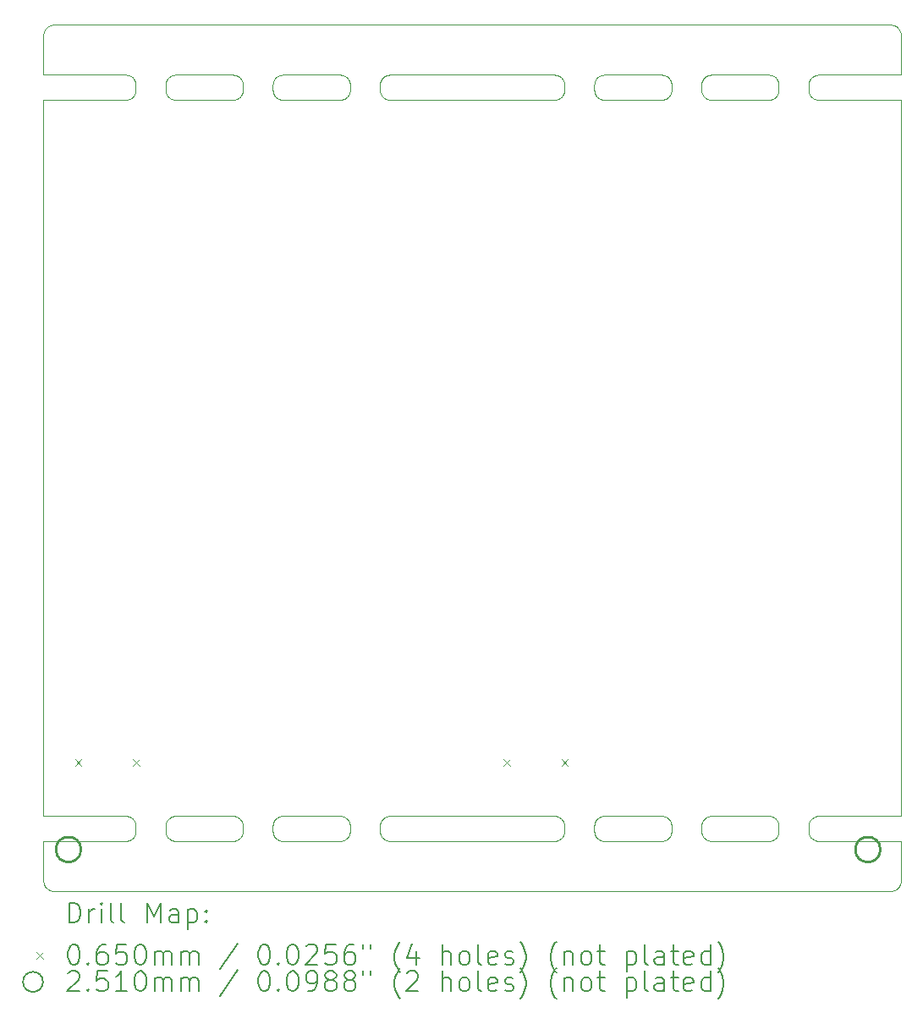
<source format=gbr>
%TF.GenerationSoftware,KiCad,Pcbnew,7.0.5*%
%TF.CreationDate,2023-07-03T18:15:34+02:00*%
%TF.ProjectId,motherboard_panel,6d6f7468-6572-4626-9f61-72645f70616e,rev?*%
%TF.SameCoordinates,Original*%
%TF.FileFunction,Drillmap*%
%TF.FilePolarity,Positive*%
%FSLAX45Y45*%
G04 Gerber Fmt 4.5, Leading zero omitted, Abs format (unit mm)*
G04 Created by KiCad (PCBNEW 7.0.5) date 2023-07-03 18:15:34*
%MOMM*%
%LPD*%
G01*
G04 APERTURE LIST*
%ADD10C,0.100000*%
%ADD11C,0.200000*%
%ADD12C,0.065000*%
%ADD13C,0.251000*%
G04 APERTURE END LIST*
D10*
X18239972Y-2536195D02*
X18243146Y-2532516D01*
X19139491Y-10574774D02*
X19139577Y-10573600D01*
X19139958Y-2750739D02*
X19139944Y-2750692D01*
X16152186Y-2748097D02*
X16147445Y-2747033D01*
X15768237Y-10094738D02*
X15766712Y-10099352D01*
X13930467Y-9989945D02*
X13931763Y-9985262D01*
X13533358Y-2500120D02*
X13538204Y-2500477D01*
X10560112Y-2750556D02*
X10560091Y-2750600D01*
X19139684Y-2750281D02*
X19139648Y-2750248D01*
X19122430Y-10621523D02*
X19123108Y-10620561D01*
X19048576Y-2000421D02*
X19041226Y-2000060D01*
X19049774Y-10664491D02*
X19049823Y-10664486D01*
X16161796Y-10164523D02*
X16156974Y-10163928D01*
X17913237Y-2570262D02*
X17914533Y-2574945D01*
X17145000Y-10014012D02*
X17145120Y-10009142D01*
X11830604Y-2514085D02*
X11834832Y-2511690D01*
X11434396Y-10150915D02*
X11430168Y-10153310D01*
X19132793Y-10602136D02*
X19132801Y-10602113D01*
X10590199Y-2028465D02*
X10590181Y-2028482D01*
X12518805Y-9937472D02*
X12522484Y-9940646D01*
X19138255Y-10583319D02*
X19138259Y-10583295D01*
X16124832Y-2738310D02*
X16120604Y-2735915D01*
X17145000Y-2599012D02*
X17145120Y-2594142D01*
X13927977Y-10075704D02*
X13927619Y-10070858D01*
X17164483Y-2540026D02*
X17167472Y-2536195D01*
X19139994Y-2499019D02*
X19140000Y-2498797D01*
X18243146Y-10132484D02*
X18239972Y-10128805D01*
X18221763Y-2570262D02*
X18223287Y-2565648D01*
X10572439Y-10613192D02*
X10576222Y-10619504D01*
X11852762Y-10160737D02*
X11848148Y-10159213D01*
X19139166Y-2750020D02*
X19139117Y-2750013D01*
X12903104Y-2514085D02*
X12907332Y-2511690D01*
X15697555Y-2502967D02*
X15702238Y-2504263D01*
X15715828Y-2740495D02*
X15711385Y-2742464D01*
X19058295Y-10663259D02*
X19058319Y-10663255D01*
X16142762Y-2745737D02*
X16138148Y-2744213D01*
X18316512Y-2500000D02*
X19138773Y-2500000D01*
X16801001Y-2516685D02*
X16804974Y-2519483D01*
X16129172Y-10155495D02*
X16124832Y-10153310D01*
X11416852Y-10159213D02*
X11412238Y-10160737D01*
X17215262Y-9919263D02*
X17219945Y-9917967D01*
X17146903Y-2670314D02*
X17146072Y-2665526D01*
X13993148Y-2505787D02*
X13997762Y-2504263D01*
X12898999Y-10148315D02*
X12895026Y-10145517D01*
X16129172Y-9924505D02*
X16133614Y-9922536D01*
X12895026Y-2519483D02*
X12898999Y-2516685D01*
X16843097Y-10085314D02*
X16842033Y-10090055D01*
X19139338Y-10576016D02*
X19139342Y-10575991D01*
X17869396Y-2735915D02*
X17865168Y-2738310D01*
X15678358Y-9915120D02*
X15683204Y-9915477D01*
X16843928Y-10080526D02*
X16843097Y-10085314D01*
X12547464Y-2561114D02*
X12549212Y-2565648D01*
X12860787Y-2565648D02*
X12862536Y-2561114D01*
X19048576Y-10664579D02*
X19048600Y-10664577D01*
X11425828Y-2509505D02*
X11430168Y-2511690D01*
X13928572Y-2584474D02*
X13929402Y-2579686D01*
X18246497Y-2721003D02*
X18243146Y-2717484D01*
X12554523Y-2660704D02*
X12553928Y-2665526D01*
X19049823Y-10664486D02*
X19050991Y-10664342D01*
X13997762Y-9919263D02*
X14002445Y-9917967D01*
X11446305Y-10142528D02*
X11442474Y-10145517D01*
X16835495Y-9971672D02*
X16837464Y-9976114D01*
X11871796Y-10164523D02*
X11866974Y-10163928D01*
X19139987Y-2499117D02*
X19139992Y-2499068D01*
X12855000Y-10065988D02*
X12855000Y-10014012D01*
X10560646Y-10165072D02*
X10560600Y-10165091D01*
X19110707Y-2029328D02*
X19110672Y-2029293D01*
X12518805Y-2727528D02*
X12514974Y-2730517D01*
X19139444Y-9914888D02*
X19139487Y-9914865D01*
X10613948Y-2011294D02*
X10612896Y-2011823D01*
X13547814Y-9916903D02*
X13552555Y-9917967D01*
X17201672Y-2509505D02*
X17206114Y-2507536D01*
X15755815Y-9958999D02*
X15758415Y-9963104D01*
X10564008Y-2072162D02*
X10562220Y-2079300D01*
X12855477Y-10004296D02*
X12856072Y-9999474D01*
X11453503Y-10136003D02*
X11449984Y-10139354D01*
X17917500Y-2599012D02*
X17917500Y-2650988D01*
X11839172Y-10155495D02*
X11834832Y-10153310D01*
X17917023Y-2660704D02*
X17916428Y-2665526D01*
X10560556Y-10165112D02*
X10560513Y-10165135D01*
X13627023Y-10004296D02*
X13627380Y-10009142D01*
X12555000Y-10065988D02*
X12554880Y-10070858D01*
X13953146Y-9947516D02*
X13956497Y-9943997D01*
X10561203Y-9915000D02*
X10561227Y-9915000D01*
X13930467Y-2675055D02*
X13929402Y-2670314D01*
X17206114Y-2507536D02*
X17210648Y-2505787D01*
X12540915Y-2701896D02*
X12538315Y-2706001D01*
X10571283Y-10611030D02*
X10571294Y-10611052D01*
X10560421Y-2091424D02*
X10560060Y-2098774D01*
X12874483Y-2709974D02*
X12871685Y-2706001D01*
X17149263Y-2679738D02*
X17147967Y-2675055D01*
X16792668Y-10153310D02*
X16788328Y-10155495D01*
X12874483Y-10124974D02*
X12871685Y-10121001D01*
X17915597Y-2670314D02*
X17914533Y-2675055D01*
X17185026Y-9934483D02*
X17188999Y-9931685D01*
X10567631Y-10603234D02*
X10567650Y-10603279D01*
X11388358Y-2500120D02*
X11393204Y-2500477D01*
X16804974Y-2519483D02*
X16808805Y-2522472D01*
X10571294Y-10611052D02*
X10571823Y-10612104D01*
X10560430Y-2750188D02*
X10560390Y-2750217D01*
X15678358Y-10164880D02*
X15673488Y-10165000D01*
X13997762Y-2504263D02*
X14002445Y-2502967D01*
X17828204Y-9915477D02*
X17833026Y-9916072D01*
X10560646Y-2499928D02*
X10560692Y-2499944D01*
X10564719Y-10595184D02*
X10567199Y-10602113D01*
X13949972Y-9951195D02*
X13953146Y-9947516D01*
X19139610Y-10165217D02*
X19139570Y-10165188D01*
X11474964Y-10103886D02*
X11472995Y-10108328D01*
X19140000Y-2498773D02*
X19140000Y-2101227D01*
X19128717Y-2053970D02*
X19128706Y-2053948D01*
X15768237Y-2570262D02*
X15769533Y-2574945D01*
X16825517Y-2540026D02*
X16828315Y-2543999D01*
X18265604Y-2514085D02*
X18269832Y-2511690D01*
X10613970Y-2011283D02*
X10613948Y-2011294D01*
X16161796Y-9915477D02*
X16166642Y-9915120D01*
X11792005Y-2693328D02*
X11790036Y-2688886D01*
X15678358Y-2500120D02*
X15683204Y-2500477D01*
X16094972Y-9951195D02*
X16098146Y-9947516D01*
X17869396Y-10150915D02*
X17865168Y-10153310D01*
X17903415Y-2548104D02*
X17905810Y-2552332D01*
X11866974Y-2748928D02*
X11862186Y-2748097D01*
X12880646Y-10132484D02*
X12877472Y-10128805D01*
X12553097Y-2579686D02*
X12553928Y-2584474D01*
X10622887Y-2007198D02*
X10622864Y-2007207D01*
X16828315Y-9958999D02*
X16830915Y-9963104D01*
X10560072Y-2750646D02*
X10560056Y-2750692D01*
X17173997Y-2528997D02*
X17177516Y-2525646D01*
X15772023Y-2589296D02*
X15772380Y-2594142D01*
X19049823Y-2000514D02*
X19049774Y-2000509D01*
X11398026Y-2501072D02*
X11402814Y-2501903D01*
X10560000Y-2101227D02*
X10560000Y-2498773D01*
X18265604Y-10150915D02*
X18261499Y-10148315D01*
X18306796Y-9915477D02*
X18311642Y-9915120D01*
X13591305Y-2727528D02*
X13587474Y-2730517D01*
X18220467Y-9989945D02*
X18221763Y-9985262D01*
X16166642Y-2749880D02*
X16161796Y-2749523D01*
X19041226Y-2000060D02*
X19041201Y-2000059D01*
X16105016Y-2525646D02*
X16108695Y-2522472D01*
X17188999Y-2733315D02*
X17185026Y-2730517D01*
X10630957Y-2004342D02*
X10629839Y-2004711D01*
X17239142Y-10164880D02*
X17234296Y-10164523D01*
X10564342Y-2070957D02*
X10564328Y-2071004D01*
X19139928Y-9914354D02*
X19139944Y-9914308D01*
X11822526Y-10145517D02*
X11818695Y-10142528D01*
X16839213Y-2684352D02*
X16837464Y-2688886D01*
X10560514Y-10574823D02*
X10560658Y-10575991D01*
X13528488Y-10165000D02*
X12954012Y-10165000D01*
X13939190Y-10112668D02*
X13937005Y-10108328D01*
X13625597Y-10085314D02*
X13624533Y-10090055D01*
X10567207Y-10602136D02*
X10567631Y-10603234D01*
X13613415Y-2701896D02*
X13610815Y-2706001D01*
X12869085Y-9963104D02*
X12871685Y-9958999D01*
X17188999Y-2516685D02*
X17193104Y-2514085D01*
X16792668Y-9926690D02*
X16796896Y-9929085D01*
X19139308Y-2499944D02*
X19139354Y-2499928D01*
X13579396Y-10150915D02*
X13575168Y-10153310D01*
X16124832Y-9926690D02*
X16129172Y-9924505D01*
X12925262Y-2504263D02*
X12929945Y-2502967D01*
X17224686Y-10163097D02*
X17219945Y-10162033D01*
X12929945Y-2502967D02*
X12934686Y-2501903D01*
X19139117Y-2499987D02*
X19139166Y-2499980D01*
X10640521Y-2001946D02*
X10640473Y-2001956D01*
X12545495Y-2693328D02*
X12543310Y-2697668D01*
X19128154Y-2052853D02*
X19127574Y-2051829D01*
X17842555Y-9917967D02*
X17847238Y-9919263D01*
X17159085Y-10116896D02*
X17156690Y-10112668D01*
X10564711Y-2069839D02*
X10564342Y-2070957D01*
X16074402Y-10085314D02*
X16073572Y-10080526D01*
X13931763Y-9985262D02*
X13933287Y-9980648D01*
X16835495Y-10108328D02*
X16833310Y-10112668D01*
X12883997Y-9943997D02*
X12887516Y-9940646D01*
X10560217Y-2499610D02*
X10560248Y-2499648D01*
X12874483Y-2540026D02*
X12877472Y-2536195D01*
X13557238Y-2745737D02*
X13552555Y-2747033D01*
X17229474Y-10163928D02*
X17224686Y-10163097D01*
X13937005Y-2693328D02*
X13935036Y-2688886D01*
X17898017Y-9955026D02*
X17900815Y-9958999D01*
X19094504Y-2016222D02*
X19088192Y-2012439D01*
X12547464Y-2688886D02*
X12545495Y-2693328D01*
X15770597Y-10085314D02*
X15769533Y-10090055D01*
X13528488Y-2500000D02*
X13528488Y-2500000D01*
X10620645Y-10656873D02*
X10621721Y-10657350D01*
X15732474Y-10145517D02*
X15728501Y-10148315D01*
X15764964Y-2561114D02*
X15766712Y-2565648D01*
X17913237Y-2679738D02*
X17911713Y-2684352D01*
X16072977Y-2660704D02*
X16072619Y-2655858D01*
X11407555Y-2502967D02*
X11412238Y-2504263D01*
X19139308Y-9914944D02*
X19139354Y-9914928D01*
X12511001Y-9931685D02*
X12514974Y-9934483D01*
X16082005Y-9971672D02*
X16084190Y-9967332D01*
X18227005Y-2556672D02*
X18229190Y-2552332D01*
X16842033Y-2574945D02*
X16843097Y-2579686D01*
X11843614Y-9922536D02*
X11848148Y-9920787D01*
X12903104Y-9929085D02*
X12907332Y-9926690D01*
X19139577Y-10573600D02*
X19139579Y-10573576D01*
X16072500Y-2650988D02*
X16072500Y-2599012D01*
X10621721Y-10657350D02*
X10621766Y-10657369D01*
X19102454Y-10643032D02*
X19102473Y-10643017D01*
X11478237Y-2679738D02*
X11476712Y-2684352D01*
X12949142Y-10164880D02*
X12944296Y-10164523D01*
X10603457Y-2017584D02*
X10597546Y-2021968D01*
X10560188Y-2750430D02*
X10560161Y-2750470D01*
X11479533Y-2574945D02*
X11480597Y-2579686D01*
X13547814Y-2501903D02*
X13552555Y-2502967D01*
X15771428Y-2665526D02*
X15770597Y-2670314D01*
X11478237Y-10094738D02*
X11476712Y-10099352D01*
X19139491Y-2090226D02*
X19139486Y-2090177D01*
X19104349Y-10641477D02*
X19109801Y-10636535D01*
X16804974Y-2730517D02*
X16801001Y-2733315D01*
X12920648Y-2744213D02*
X12916114Y-2742464D01*
X10560000Y-10166227D02*
X10560000Y-10563773D01*
X10658799Y-2000059D02*
X10658774Y-2000060D01*
X19139610Y-2499783D02*
X19139648Y-2499752D01*
X12455988Y-2500000D02*
X12455988Y-2500000D01*
X19070184Y-2004719D02*
X19070161Y-2004711D01*
X11822526Y-2519483D02*
X11826499Y-2516685D01*
X17837814Y-2501903D02*
X17842555Y-2502967D01*
X12535517Y-10124974D02*
X12532528Y-10128805D01*
X10648984Y-10664338D02*
X10649009Y-10664342D01*
X13946983Y-2709974D02*
X13944185Y-2706001D01*
X10571846Y-10612147D02*
X10572426Y-10613171D01*
X11453503Y-2528997D02*
X11456854Y-2532516D01*
X10568137Y-2060622D02*
X10568127Y-2060644D01*
X10560030Y-2499214D02*
X10560042Y-2499261D01*
X18274172Y-2509505D02*
X18278614Y-2507536D01*
X15724396Y-9929085D02*
X15728501Y-9931685D01*
X12489352Y-2744213D02*
X12484738Y-2745737D01*
X12898999Y-2733315D02*
X12895026Y-2730517D01*
X19139783Y-10165390D02*
X19139752Y-10165352D01*
X17185026Y-2730517D02*
X17181195Y-2727528D01*
X11482023Y-2589296D02*
X11482380Y-2594142D01*
X15736305Y-10142528D02*
X15732474Y-10145517D01*
X16075467Y-2675055D02*
X16074402Y-2670314D01*
X10621766Y-2007631D02*
X10621721Y-2007649D01*
X17898017Y-10124974D02*
X17895028Y-10128805D01*
X11786763Y-2679738D02*
X11785467Y-2675055D01*
X12550737Y-10094738D02*
X12549212Y-10099352D01*
X19139752Y-2499648D02*
X19139783Y-2499610D01*
X13561852Y-10159213D02*
X13557238Y-10160737D01*
X19139577Y-2091399D02*
X19139491Y-2090226D01*
X15771428Y-2584474D02*
X15772023Y-2589296D01*
X12484738Y-2745737D02*
X12480055Y-2747033D01*
X12898999Y-9931685D02*
X12903104Y-9929085D01*
X17201672Y-10155495D02*
X17197332Y-10153310D01*
X19139888Y-10165556D02*
X19139865Y-10165513D01*
X10560883Y-2750013D02*
X10560834Y-2750020D01*
X15711385Y-10157464D02*
X15706852Y-10159213D01*
X10560008Y-2499068D02*
X10560013Y-2499117D01*
X11481428Y-9999474D02*
X11482023Y-10004296D01*
X17150787Y-10099352D02*
X17149263Y-10094738D01*
X16105016Y-2724354D02*
X16101497Y-2721003D01*
X10560423Y-10573600D02*
X10560509Y-10574774D01*
X16074402Y-2579686D02*
X16075467Y-2574945D01*
X10560470Y-2750161D02*
X10560430Y-2750188D01*
X19138797Y-9915000D02*
X19139019Y-9914994D01*
X17219945Y-2747033D02*
X17215262Y-2745737D01*
X13993148Y-2744213D02*
X13988614Y-2742464D01*
X12880646Y-9947516D02*
X12883997Y-9943997D01*
X10561227Y-2750000D02*
X10561203Y-2750000D01*
X17193104Y-9929085D02*
X17197332Y-9926690D01*
X13933287Y-2684352D02*
X13931763Y-2679738D01*
X13615810Y-2697668D02*
X13613415Y-2701896D01*
X12891195Y-9937472D02*
X12895026Y-9934483D01*
X10564711Y-10595161D02*
X10564719Y-10595184D01*
X11799185Y-9958999D02*
X11801983Y-9955026D01*
X18297186Y-10163097D02*
X18292445Y-10162033D01*
X12954012Y-10165000D02*
X12949142Y-10164880D01*
X19059479Y-10663053D02*
X19059527Y-10663044D01*
X19135986Y-2072138D02*
X19135672Y-2071004D01*
X15755815Y-10121001D02*
X15753017Y-10124974D01*
X11876642Y-9915120D02*
X11881512Y-9915000D01*
X17229474Y-9916072D02*
X17234296Y-9915477D01*
X17206114Y-10157464D02*
X17201672Y-10155495D01*
X11383488Y-10165000D02*
X10561227Y-10165000D01*
X15766712Y-9980648D02*
X15768237Y-9985262D01*
X10572426Y-10613171D02*
X10572439Y-10613192D01*
X13557238Y-9919263D02*
X13561852Y-9920787D01*
X15688026Y-2501072D02*
X15692814Y-2501903D01*
X10560786Y-9914970D02*
X10560834Y-9914980D01*
X11393204Y-10164523D02*
X11388358Y-10164880D01*
X15771428Y-9999474D02*
X15772023Y-10004296D01*
X15758415Y-9963104D02*
X15760810Y-9967332D01*
X12547464Y-10103886D02*
X12545495Y-10108328D01*
X17219945Y-2502967D02*
X17224686Y-2501903D01*
X17224686Y-9916903D02*
X17229474Y-9916072D01*
X19139261Y-10165042D02*
X19139214Y-10165030D01*
X11830604Y-2735915D02*
X11826499Y-2733315D01*
X17161685Y-9958999D02*
X17164483Y-9955026D01*
X16171512Y-9915000D02*
X16745988Y-9915000D01*
X16108695Y-10142528D02*
X16105016Y-10139354D01*
X19139909Y-2499400D02*
X19139928Y-2499354D01*
X13988614Y-9922536D02*
X13993148Y-9920787D01*
X11871796Y-2749523D02*
X11866974Y-2748928D01*
X16804974Y-10145517D02*
X16801001Y-10148315D01*
X19069043Y-2004342D02*
X19068996Y-2004328D01*
X18221763Y-10094738D02*
X18220467Y-10090055D01*
X15736305Y-9937472D02*
X15739984Y-9940646D01*
X16750858Y-9915120D02*
X16755704Y-9915477D01*
X19139610Y-9914783D02*
X19139648Y-9914752D01*
X10560513Y-9914865D02*
X10560556Y-9914888D01*
X17167472Y-10128805D02*
X17164483Y-10124974D01*
X12555000Y-2650988D02*
X12554880Y-2655858D01*
X18257526Y-10145517D02*
X18253695Y-10142528D01*
X18217977Y-2660704D02*
X18217620Y-2655858D01*
X16116499Y-9931685D02*
X16120604Y-9929085D01*
X17152536Y-10103886D02*
X17150787Y-10099352D01*
X13621712Y-2565648D02*
X13623237Y-2570262D01*
X18239972Y-2713805D02*
X18236983Y-2709974D01*
X18261499Y-2516685D02*
X18265604Y-2514085D01*
X18250016Y-2724354D02*
X18246497Y-2721003D01*
X10560786Y-2750030D02*
X10560739Y-2750042D01*
X13621712Y-10099352D02*
X13619964Y-10103886D01*
X19139354Y-9914928D02*
X19139400Y-9914909D01*
X19138044Y-10584527D02*
X19138053Y-10584479D01*
X17917380Y-10009142D02*
X17917500Y-10014012D01*
X10649009Y-2000658D02*
X10648984Y-2000662D01*
X19135281Y-10595184D02*
X19135289Y-10595161D01*
X13608017Y-9955026D02*
X13610815Y-9958999D01*
X10571294Y-2053948D02*
X10571283Y-2053970D01*
X12502668Y-2511690D02*
X12506896Y-2514085D01*
X19110672Y-2029293D02*
X19109819Y-2028482D01*
X11474964Y-9976114D02*
X11476712Y-9980648D01*
X10560786Y-10165030D02*
X10560739Y-10165042D01*
X19104330Y-2023507D02*
X19103439Y-2022738D01*
X18225036Y-2688886D02*
X18223287Y-2684352D01*
X10603477Y-10647430D02*
X10604439Y-10648108D01*
X14007186Y-2501903D02*
X14011974Y-2501072D01*
X18287762Y-2504263D02*
X18292445Y-2502967D01*
X19123135Y-10620520D02*
X19123765Y-10619525D01*
X18292445Y-9917967D02*
X18297186Y-9916903D01*
X18223287Y-10099352D02*
X18221763Y-10094738D01*
X10560316Y-9914719D02*
X10560352Y-9914752D01*
X19139570Y-10165188D02*
X19139530Y-10165161D01*
X13971499Y-2516685D02*
X13975604Y-2514085D01*
X14007186Y-2748097D02*
X14002445Y-2747033D01*
X19095561Y-10648108D02*
X19096523Y-10647430D01*
X10560006Y-2750981D02*
X10560000Y-2751203D01*
X18287762Y-2745737D02*
X18283148Y-2744213D01*
X16156974Y-10163928D02*
X16152186Y-10163097D01*
X11463017Y-2540026D02*
X11465815Y-2543999D01*
X16833310Y-2552332D02*
X16835495Y-2556672D01*
X10576865Y-2044480D02*
X10576235Y-2045475D01*
X10583523Y-10629349D02*
X10588465Y-10634801D01*
X13928572Y-9999474D02*
X13929402Y-9994686D01*
X16080036Y-2561114D02*
X16082005Y-2556672D01*
X17170646Y-2717484D02*
X17167472Y-2713805D01*
X19139354Y-2750072D02*
X19139308Y-2750056D01*
X11398026Y-10163928D02*
X11393204Y-10164523D01*
X10567199Y-10602113D02*
X10567207Y-10602136D01*
X17842555Y-2747033D02*
X17837814Y-2748097D01*
X17224686Y-2501903D02*
X17229474Y-2501072D01*
X11453503Y-2721003D02*
X11449984Y-2724354D01*
X17239142Y-9915120D02*
X17244012Y-9915000D01*
X16843928Y-2584474D02*
X16844523Y-2589296D01*
X14016796Y-10164523D02*
X14011974Y-10163928D01*
X11866974Y-2501072D02*
X11871796Y-2500477D01*
X17164483Y-10124974D02*
X17161685Y-10121001D01*
X10658774Y-10664940D02*
X10658799Y-10664941D01*
X16783886Y-9922536D02*
X16788328Y-9924505D01*
X19095520Y-10648135D02*
X19095561Y-10648108D01*
X11383488Y-2750000D02*
X10561227Y-2750000D01*
X17167472Y-2713805D02*
X17164483Y-2709974D01*
X12856072Y-10080526D02*
X12855477Y-10075704D01*
X17149263Y-2570262D02*
X17150787Y-2565648D01*
X19139487Y-10165135D02*
X19139444Y-10165112D01*
X18297186Y-2748097D02*
X18292445Y-2747033D01*
X13608017Y-2540026D02*
X13610815Y-2543999D01*
X12543310Y-2552332D02*
X12545495Y-2556672D01*
X12554523Y-2589296D02*
X12554880Y-2594142D01*
X16091983Y-10124974D02*
X16089185Y-10121001D01*
X10560932Y-2499992D02*
X10560981Y-2499994D01*
X12895026Y-9934483D02*
X12898999Y-9931685D01*
X17891854Y-10132484D02*
X17888503Y-10136003D01*
X10560006Y-2499019D02*
X10560006Y-2499019D01*
X17146072Y-2584474D02*
X17146903Y-2579686D01*
X17161685Y-2543999D02*
X17164483Y-2540026D01*
X15715828Y-9924505D02*
X15720168Y-9926690D01*
X11434396Y-2514085D02*
X11438501Y-2516685D01*
X16073572Y-2584474D02*
X16074402Y-2579686D01*
X17170646Y-9947516D02*
X17173997Y-9943997D01*
X11782977Y-2589296D02*
X11783572Y-2584474D01*
X10576222Y-10619504D02*
X10576235Y-10619525D01*
X16105016Y-10139354D02*
X16101497Y-10136003D01*
X17244012Y-2750000D02*
X17239142Y-2749880D01*
X19139530Y-10165161D02*
X19139487Y-10165135D01*
X16819354Y-2532516D02*
X16822528Y-2536195D01*
X19038773Y-10665000D02*
X19038797Y-10665000D01*
X10650226Y-2000509D02*
X10650177Y-2000514D01*
X10649009Y-10664342D02*
X10650177Y-10664486D01*
X17914533Y-2574945D02*
X17915597Y-2579686D01*
X11430168Y-2738310D02*
X11425828Y-2740495D01*
X16142762Y-9919263D02*
X16147445Y-9917967D01*
X12552033Y-10090055D02*
X12550737Y-10094738D01*
X18292445Y-2747033D02*
X18287762Y-2745737D01*
X17147967Y-9989945D02*
X17149263Y-9985262D01*
X15770597Y-2670314D02*
X15769533Y-2675055D01*
X16783886Y-2742464D02*
X16779352Y-2744213D01*
X11449984Y-2724354D02*
X11446305Y-2727528D01*
X15706852Y-10159213D02*
X15702238Y-10160737D01*
X16171512Y-2500000D02*
X16745988Y-2500000D01*
X13587474Y-9934483D02*
X13591305Y-9937472D01*
X16819354Y-10132484D02*
X16816003Y-10136003D01*
X17881305Y-10142528D02*
X17877474Y-10145517D01*
X10564328Y-10593996D02*
X10564342Y-10594043D01*
X12855477Y-10075704D02*
X12855119Y-10070858D01*
X15746854Y-2717484D02*
X15743503Y-2721003D01*
X10560091Y-2499400D02*
X10560112Y-2499444D01*
X19096543Y-10647416D02*
X19102454Y-10643032D01*
X19139570Y-9914812D02*
X19139610Y-9914783D01*
X12493885Y-10157464D02*
X12489352Y-10159213D01*
X16760526Y-2748928D02*
X16755704Y-2749523D01*
X15715828Y-2509505D02*
X15720168Y-2511690D01*
X16755704Y-10164523D02*
X16750858Y-10164880D01*
X11822526Y-9934483D02*
X11826499Y-9931685D01*
X13928572Y-10080526D02*
X13927977Y-10075704D01*
X10560248Y-2750352D02*
X10560217Y-2750390D01*
X15772023Y-10075704D02*
X15771428Y-10080526D01*
X19079378Y-10656863D02*
X19086030Y-10653717D01*
X11826499Y-10148315D02*
X11822526Y-10145517D01*
X10650177Y-10664486D02*
X10650226Y-10664491D01*
X11421385Y-2507536D02*
X11425828Y-2509505D01*
X18217620Y-2594142D02*
X18217977Y-2589296D01*
X14026512Y-10165000D02*
X14021642Y-10164880D01*
X11482500Y-2650988D02*
X11482380Y-2655858D01*
X12859263Y-9985262D02*
X12860787Y-9980648D01*
X16745988Y-2500000D02*
X16745988Y-2500000D01*
X19139994Y-2750981D02*
X19139992Y-2750932D01*
X16086585Y-2701896D02*
X16084190Y-2697668D01*
X11442474Y-2730517D02*
X11438501Y-2733315D01*
X10560430Y-2499812D02*
X10560470Y-2499839D01*
X19135289Y-2069839D02*
X19135281Y-2069816D01*
X13613415Y-2548104D02*
X13615810Y-2552332D01*
X12549212Y-9980648D02*
X12550737Y-9985262D01*
X17847238Y-10160737D02*
X17842555Y-10162033D01*
X19118032Y-10627454D02*
X19122416Y-10621543D01*
X19116493Y-10629330D02*
X19117262Y-10628439D01*
X10560646Y-2750072D02*
X10560600Y-2750091D01*
X16844880Y-10009142D02*
X16845000Y-10014012D01*
X16112526Y-10145517D02*
X16108695Y-10142528D01*
X10589293Y-2029328D02*
X10588482Y-2030181D01*
X16828315Y-10121001D02*
X16825517Y-10124974D01*
X13627500Y-10014012D02*
X13627500Y-10065988D01*
X11815016Y-10139354D02*
X11811497Y-10136003D01*
X19086052Y-2011294D02*
X19086030Y-2011283D01*
X12877472Y-9951195D02*
X12880646Y-9947516D01*
X11852762Y-9919263D02*
X11857445Y-9917967D01*
X12489352Y-2505787D02*
X12493885Y-2507536D01*
X11782619Y-10070858D02*
X11782500Y-10065988D01*
X19139987Y-2750883D02*
X19139980Y-2750834D01*
X11796585Y-2548104D02*
X11799185Y-2543999D01*
X13975604Y-2514085D02*
X13979832Y-2511690D01*
X10561745Y-10583319D02*
X10561947Y-10584479D01*
X12883997Y-2721003D02*
X12880646Y-2717484D01*
X16779352Y-9920787D02*
X16783886Y-9922536D01*
X11811497Y-10136003D02*
X11808146Y-10132484D01*
X10560000Y-10166203D02*
X10560000Y-10166227D01*
X11796585Y-9963104D02*
X11799185Y-9958999D01*
X16171512Y-2750000D02*
X16166642Y-2749880D01*
X16089185Y-2706001D02*
X16086585Y-2701896D01*
X13583501Y-10148315D02*
X13579396Y-10150915D01*
X19139486Y-2090177D02*
X19139342Y-2089009D01*
X16783886Y-2507536D02*
X16788328Y-2509505D01*
X10581968Y-2037546D02*
X10577584Y-2043457D01*
X16845000Y-10014012D02*
X16845000Y-10065988D01*
X19139117Y-2750013D02*
X19139068Y-2750008D01*
X16833310Y-2697668D02*
X16830915Y-2701896D01*
X12855000Y-2599012D02*
X12855119Y-2594142D01*
X10560013Y-9914117D02*
X10560020Y-9914166D01*
X16808805Y-9937472D02*
X16812484Y-9940646D01*
X18283148Y-9920787D02*
X18287762Y-9919263D01*
X10560470Y-10165161D02*
X10560430Y-10165188D01*
X12489352Y-9920787D02*
X12493885Y-9922536D01*
X17877474Y-10145517D02*
X17873501Y-10148315D01*
X10560091Y-10165600D02*
X10560072Y-10165646D01*
X16094972Y-10128805D02*
X16091983Y-10124974D01*
X13971499Y-2733315D02*
X13967526Y-2730517D01*
X16161796Y-2749523D02*
X16156974Y-2748928D01*
X10560059Y-10566201D02*
X10560060Y-10566226D01*
X17234296Y-2500477D02*
X17239142Y-2500120D01*
X12891195Y-2522472D02*
X12895026Y-2519483D01*
X19139719Y-10165316D02*
X19139684Y-10165281D01*
X19139783Y-2499610D02*
X19139812Y-2499570D01*
X16828315Y-2706001D02*
X16825517Y-2709974D01*
X10560006Y-9914019D02*
X10560008Y-9914068D01*
X18217500Y-2599012D02*
X18217620Y-2594142D01*
X16745988Y-2750000D02*
X16171512Y-2750000D01*
X19041226Y-10664940D02*
X19048576Y-10664579D01*
X12529354Y-2532516D02*
X12532528Y-2536195D01*
X18301974Y-2501072D02*
X18306796Y-2500477D01*
X19139487Y-2750135D02*
X19139444Y-2750112D01*
X17145477Y-10004296D02*
X17146072Y-9999474D01*
X11430168Y-10153310D02*
X11425828Y-10155495D01*
X11430168Y-2511690D02*
X11434396Y-2514085D01*
X10611829Y-2012426D02*
X10611808Y-2012439D01*
X13617995Y-9971672D02*
X13619964Y-9976114D01*
X11790036Y-2688886D02*
X11788287Y-2684352D01*
X19088171Y-2012426D02*
X19087147Y-2011846D01*
X16098146Y-2717484D02*
X16094972Y-2713805D01*
X16760526Y-2501072D02*
X16765314Y-2501903D01*
X13997762Y-10160737D02*
X13993148Y-10159213D01*
X17881305Y-2522472D02*
X17884984Y-2525646D01*
X10560030Y-9914214D02*
X10560042Y-9914261D01*
X10560692Y-9914944D02*
X10560739Y-9914958D01*
X19139970Y-2750786D02*
X19139958Y-2750739D01*
X17150787Y-9980648D02*
X17152536Y-9976114D01*
X18243146Y-9947516D02*
X18246497Y-9943997D01*
X12887516Y-2724354D02*
X12883997Y-2721003D01*
X15766712Y-10099352D02*
X15764964Y-10103886D01*
X16138148Y-2744213D02*
X16133614Y-2742464D01*
X15683204Y-10164523D02*
X15678358Y-10164880D01*
X19128717Y-10611030D02*
X19131863Y-10604378D01*
X19070184Y-10660281D02*
X19077113Y-10657801D01*
X14011974Y-10163928D02*
X14007186Y-10163097D01*
X12855119Y-2655858D02*
X12855000Y-2650988D01*
X17147967Y-2574945D02*
X17149263Y-2570262D01*
X13939190Y-9967332D02*
X13941585Y-9963104D01*
X11412238Y-10160737D02*
X11407555Y-10162033D01*
X13570828Y-2740495D02*
X13566385Y-2742464D01*
X17869396Y-2514085D02*
X17873501Y-2516685D01*
X17873501Y-2733315D02*
X17869396Y-2735915D01*
X16108695Y-2522472D02*
X16112526Y-2519483D01*
X19139019Y-2499994D02*
X19139068Y-2499992D01*
X10605475Y-2016235D02*
X10604480Y-2016865D01*
X16833310Y-10112668D02*
X16830915Y-10116896D01*
X19088192Y-2012439D02*
X19088171Y-2012426D01*
X12871685Y-2543999D02*
X12874483Y-2540026D01*
X19079378Y-2008137D02*
X19079355Y-2008126D01*
X16808805Y-2522472D02*
X16812484Y-2525646D01*
X19127574Y-2051829D02*
X19127561Y-2051808D01*
X17903415Y-2701896D02*
X17900815Y-2706001D01*
X16770055Y-10162033D02*
X16765314Y-10163097D01*
X12859263Y-2679738D02*
X12857967Y-2675055D01*
X19139944Y-9914308D02*
X19139958Y-9914261D01*
X14026512Y-2750000D02*
X14021642Y-2749880D01*
X10560834Y-2499980D02*
X10560883Y-2499987D01*
X16076763Y-10094738D02*
X16075467Y-10090055D01*
X16825517Y-10124974D02*
X16822528Y-10128805D01*
X11785467Y-2675055D02*
X11784402Y-2670314D01*
X10564328Y-2071004D02*
X10564014Y-2072138D01*
X13627500Y-10065988D02*
X13627380Y-10070858D01*
X19123108Y-2044439D02*
X19122430Y-2043477D01*
X13608017Y-10124974D02*
X13605028Y-10128805D01*
X13591305Y-9937472D02*
X13594984Y-9940646D01*
X10583523Y-2035651D02*
X10583507Y-2035670D01*
X11468415Y-9963104D02*
X11470810Y-9967332D01*
X18311642Y-2749880D02*
X18306796Y-2749523D01*
X13598503Y-2721003D02*
X13594984Y-2724354D01*
X16094972Y-2536195D02*
X16098146Y-2532516D01*
X11434396Y-2735915D02*
X11430168Y-2738310D01*
X19132793Y-2062864D02*
X19132369Y-2061766D01*
X16774738Y-2504263D02*
X16779352Y-2505787D01*
X13627500Y-2599012D02*
X13627500Y-2650988D01*
X19135281Y-2069816D02*
X19132801Y-2062887D01*
X12874483Y-9955026D02*
X12877472Y-9951195D01*
X11815016Y-2724354D02*
X11811497Y-2721003D01*
X16166642Y-2500120D02*
X16171512Y-2500000D01*
X12540915Y-9963104D02*
X12543310Y-9967332D01*
X12545495Y-9971672D02*
X12547464Y-9976114D01*
X17909964Y-10103886D02*
X17907995Y-10108328D01*
X16078287Y-2684352D02*
X16076763Y-2679738D01*
X12944296Y-2749523D02*
X12939474Y-2748928D01*
X15772023Y-2660704D02*
X15771428Y-2665526D01*
X12944296Y-2500477D02*
X12949142Y-2500120D01*
X19079355Y-2008126D02*
X19078279Y-2007649D01*
X11393204Y-2749523D02*
X11388358Y-2749880D01*
X15739984Y-2724354D02*
X15736305Y-2727528D01*
X11839172Y-2740495D02*
X11834832Y-2738310D01*
X11476712Y-2565648D02*
X11478237Y-2570262D01*
X17234296Y-10164523D02*
X17229474Y-10163928D01*
X17907995Y-9971672D02*
X17909964Y-9976114D01*
X12954012Y-2500000D02*
X13528488Y-2500000D01*
X11782977Y-10004296D02*
X11783572Y-9999474D01*
X13625597Y-2670314D02*
X13624533Y-2675055D01*
X16138148Y-2505787D02*
X16142762Y-2504263D01*
X15762995Y-2693328D02*
X15760810Y-2697668D01*
X11786763Y-2570262D02*
X11788287Y-2565648D01*
X12944296Y-9915477D02*
X12949142Y-9915120D01*
X13566385Y-2742464D02*
X13561852Y-2744213D01*
X11482500Y-10014012D02*
X11482500Y-10065988D01*
X15764964Y-9976114D02*
X15766712Y-9980648D01*
X12857967Y-2574945D02*
X12859263Y-2570262D01*
X13929402Y-2670314D02*
X13928572Y-2665526D01*
X13979832Y-2511690D02*
X13984172Y-2509505D01*
X16116499Y-10148315D02*
X16112526Y-10145517D01*
X19139117Y-10165013D02*
X19139068Y-10165008D01*
X10560883Y-2499987D02*
X10560932Y-2499992D01*
X10576222Y-2045496D02*
X10572439Y-2051808D01*
X13601854Y-2532516D02*
X13605028Y-2536195D01*
X13557238Y-10160737D02*
X13552555Y-10162033D01*
X12916114Y-10157464D02*
X12911672Y-10155495D01*
X13979832Y-9926690D02*
X13984172Y-9924505D01*
X15706852Y-2505787D02*
X15711385Y-2507536D01*
X11808146Y-2717484D02*
X11804972Y-2713805D01*
X17177516Y-9940646D02*
X17181195Y-9937472D01*
X19139068Y-2750008D02*
X19139019Y-2750006D01*
X12532528Y-9951195D02*
X12535517Y-9955026D01*
X11871796Y-9915477D02*
X11876642Y-9915120D01*
X13587474Y-2519483D02*
X13591305Y-2522472D01*
X13927619Y-2655858D02*
X13927500Y-2650988D01*
X13547814Y-10163097D02*
X13543026Y-10163928D01*
X11474964Y-2561114D02*
X11476712Y-2565648D01*
X11442474Y-10145517D02*
X11438501Y-10148315D01*
X11482380Y-10070858D02*
X11482023Y-10075704D01*
X18218572Y-10080526D02*
X18217977Y-10075704D01*
X11848148Y-2744213D02*
X11843614Y-2742464D01*
X12891195Y-10142528D02*
X12887516Y-10139354D01*
X16760526Y-9916072D02*
X16765314Y-9916903D01*
X13975604Y-2735915D02*
X13971499Y-2733315D01*
X16837464Y-2561114D02*
X16839213Y-2565648D01*
X12939474Y-2501072D02*
X12944296Y-2500477D01*
X11472995Y-9971672D02*
X11474964Y-9976114D01*
X11446305Y-2727528D02*
X11442474Y-2730517D01*
X13566385Y-2507536D02*
X13570828Y-2509505D01*
X10612853Y-2011846D02*
X10611829Y-2012426D01*
X10630957Y-10660658D02*
X10631004Y-10660672D01*
X19060699Y-10662780D02*
X19067838Y-10660992D01*
X17900815Y-9958999D02*
X17903415Y-9963104D01*
X19139941Y-10566201D02*
X19140000Y-10563797D01*
X16105016Y-9940646D02*
X16108695Y-9937472D01*
X19077136Y-10657793D02*
X19078234Y-10657369D01*
X19132350Y-2061721D02*
X19131873Y-2060644D01*
X17911713Y-2565648D02*
X17913237Y-2570262D01*
X18221763Y-2679738D02*
X18220467Y-2675055D01*
X10560658Y-10575991D02*
X10560662Y-10576016D01*
X13566385Y-10157464D02*
X13561852Y-10159213D01*
X17888503Y-10136003D02*
X17884984Y-10139354D01*
X19135289Y-10595161D02*
X19135658Y-10594043D01*
X13953146Y-2717484D02*
X13949972Y-2713805D01*
X17909964Y-9976114D02*
X17911713Y-9980648D01*
X11790036Y-2561114D02*
X11792005Y-2556672D01*
X10560013Y-2499117D02*
X10560020Y-2499166D01*
X18239972Y-10128805D02*
X18236983Y-10124974D01*
X17911713Y-2684352D02*
X17909964Y-2688886D01*
X11383488Y-9915000D02*
X11388358Y-9915120D01*
X17895028Y-9951195D02*
X17898017Y-9955026D01*
X15758415Y-10116896D02*
X15755815Y-10121001D01*
X12455988Y-9915000D02*
X12455988Y-9915000D01*
X10560834Y-9914980D02*
X10560883Y-9914987D01*
X15743503Y-2528997D02*
X15746854Y-2532516D01*
X10560352Y-10165248D02*
X10560316Y-10165281D01*
X12522484Y-9940646D02*
X12526003Y-9943997D01*
X19139570Y-2499812D02*
X19139610Y-2499783D01*
X13941585Y-9963104D02*
X13944185Y-9958999D01*
X10571846Y-2052853D02*
X10571823Y-2052896D01*
X13552555Y-2747033D02*
X13547814Y-2748097D01*
X10597527Y-10643017D02*
X10597546Y-10643032D01*
X11383488Y-2500000D02*
X11388358Y-2500120D01*
X17150787Y-2684352D02*
X17149263Y-2679738D01*
X12857967Y-10090055D02*
X12856902Y-10085314D01*
X19139487Y-2499865D02*
X19139530Y-2499839D01*
X13594984Y-2525646D02*
X13598503Y-2528997D01*
X11388358Y-9915120D02*
X11393204Y-9915477D01*
X12880646Y-2717484D02*
X12877472Y-2713805D01*
X15702238Y-2504263D02*
X15706852Y-2505787D01*
X11785467Y-9989945D02*
X11786763Y-9985262D01*
X19132350Y-10603279D02*
X19132369Y-10603234D01*
X12887516Y-2525646D02*
X12891195Y-2522472D01*
X13547814Y-2748097D02*
X13543026Y-2748928D01*
X19132369Y-2061766D02*
X19132350Y-2061721D01*
X10560390Y-2750217D02*
X10560352Y-2750248D01*
X16835495Y-2556672D02*
X16837464Y-2561114D01*
X12862536Y-9976114D02*
X12864505Y-9971672D01*
X17903415Y-10116896D02*
X17900815Y-10121001D01*
X17159085Y-2701896D02*
X17156690Y-2697668D01*
X18311642Y-10164880D02*
X18306796Y-10164523D01*
X17146903Y-9994686D02*
X17147967Y-9989945D01*
X10564719Y-2069816D02*
X10564711Y-2069839D01*
X15746854Y-9947516D02*
X15750028Y-9951195D01*
X17907995Y-10108328D02*
X17905810Y-10112668D01*
X16084190Y-2552332D02*
X16086585Y-2548104D01*
X14021642Y-2749880D02*
X14016796Y-2749523D01*
X11822526Y-2730517D02*
X11818695Y-2727528D01*
X19139400Y-2750091D02*
X19139354Y-2750072D01*
X11783572Y-2665526D02*
X11782977Y-2660704D01*
X19110707Y-10635672D02*
X19111518Y-10634819D01*
X10560008Y-9914068D02*
X10560013Y-9914117D01*
X17818488Y-2500000D02*
X17818488Y-2500000D01*
X10589293Y-10635672D02*
X10589328Y-10635707D01*
X10561956Y-2080473D02*
X10561947Y-2080521D01*
X10639324Y-10662786D02*
X10640473Y-10663044D01*
X11434396Y-9929085D02*
X11438501Y-9931685D01*
X13624533Y-2574945D02*
X13625597Y-2579686D01*
X13933287Y-9980648D02*
X13935036Y-9976114D01*
X19116493Y-2035670D02*
X19116477Y-2035651D01*
X19139888Y-9914444D02*
X19139909Y-9914400D01*
X11479533Y-9989945D02*
X11480597Y-9994686D01*
X15688026Y-9916072D02*
X15692814Y-9916903D01*
X11468415Y-2701896D02*
X11465815Y-2706001D01*
X19127574Y-10613171D02*
X19128154Y-10612147D01*
X19102454Y-2021968D02*
X19096543Y-2017584D01*
X16835495Y-2693328D02*
X16833310Y-2697668D01*
X18297186Y-9916903D02*
X18301974Y-9916072D01*
X11788287Y-10099352D02*
X11786763Y-10094738D01*
X19139214Y-2499970D02*
X19139261Y-2499958D01*
X12526003Y-2528997D02*
X12529354Y-2532516D01*
X17193104Y-2514085D02*
X17197332Y-2511690D01*
X18225036Y-10103886D02*
X18223287Y-10099352D01*
X17828204Y-2749523D02*
X17823358Y-2749880D01*
X15692814Y-2501903D02*
X15697555Y-2502967D01*
X19139888Y-2499444D02*
X19139909Y-2499400D01*
X19138773Y-2500000D02*
X19138797Y-2500000D01*
X12856902Y-9994686D02*
X12857967Y-9989945D01*
X11783572Y-10080526D02*
X11782977Y-10075704D01*
X19131863Y-2060622D02*
X19128717Y-2053970D01*
X13623237Y-2679738D02*
X13621712Y-2684352D01*
X12553928Y-2584474D02*
X12554523Y-2589296D01*
X19058319Y-10663255D02*
X19059479Y-10663053D01*
X12511001Y-2516685D02*
X12514974Y-2519483D01*
X10560834Y-2750020D02*
X10560786Y-2750030D01*
X15769533Y-2574945D02*
X15770597Y-2579686D01*
X17146072Y-10080526D02*
X17145477Y-10075704D01*
X19128154Y-10612147D02*
X19128177Y-10612104D01*
X19139530Y-2499839D02*
X19139570Y-2499812D01*
X12939474Y-2748928D02*
X12934686Y-2748097D01*
X17823358Y-2500120D02*
X17828204Y-2500477D01*
X11834832Y-2738310D02*
X11830604Y-2735915D01*
X11481428Y-10080526D02*
X11480597Y-10085314D01*
X15770597Y-2579686D02*
X15771428Y-2584474D01*
X12883997Y-10136003D02*
X12880646Y-10132484D01*
X19078234Y-10657369D02*
X19078279Y-10657350D01*
X10640521Y-10663053D02*
X10641681Y-10663255D01*
X12550737Y-9985262D02*
X12552033Y-9989945D01*
X11786763Y-10094738D02*
X11785467Y-10090055D01*
X12480055Y-10162033D02*
X12475314Y-10163097D01*
X10595651Y-10641477D02*
X10595670Y-10641493D01*
X16788328Y-2509505D02*
X16792668Y-2511690D01*
X19132801Y-2062887D02*
X19132793Y-2062864D01*
X10576235Y-2045475D02*
X10576222Y-2045496D01*
X11421385Y-2742464D02*
X11416852Y-2744213D01*
X15760810Y-2697668D02*
X15758415Y-2701896D01*
X10603457Y-10647416D02*
X10603477Y-10647430D01*
X13533358Y-2749880D02*
X13528488Y-2750000D01*
X10612853Y-10653154D02*
X10612896Y-10653177D01*
X13561852Y-2505787D02*
X13566385Y-2507536D01*
X11412238Y-9919263D02*
X11416852Y-9920787D01*
X16801001Y-10148315D02*
X16796896Y-10150915D01*
X10560470Y-9914839D02*
X10560513Y-9914865D01*
X16072977Y-2589296D02*
X16073572Y-2584474D01*
X13927619Y-2594142D02*
X13927977Y-2589296D01*
X11782500Y-10065988D02*
X11782500Y-10014012D01*
X11848148Y-9920787D02*
X11852762Y-9919263D01*
X17185026Y-10145517D02*
X17181195Y-10142528D01*
X17181195Y-10142528D02*
X17177516Y-10139354D01*
X12470526Y-2501072D02*
X12475314Y-2501903D01*
X11866974Y-10163928D02*
X11862186Y-10163097D01*
X10568127Y-10604355D02*
X10568137Y-10604378D01*
X13949972Y-2713805D02*
X13946983Y-2709974D01*
X11476712Y-10099352D02*
X11474964Y-10103886D01*
X19139941Y-2098799D02*
X19139940Y-2098774D01*
X10611829Y-10652574D02*
X10612853Y-10653154D01*
X16129172Y-2509505D02*
X16133614Y-2507536D01*
X18234185Y-10121001D02*
X18231585Y-10116896D01*
X19139214Y-10165030D02*
X19139166Y-10165020D01*
X10581983Y-2037527D02*
X10581968Y-2037546D01*
X12506896Y-10150915D02*
X12502668Y-10153310D01*
X17145000Y-10065988D02*
X17145000Y-10014012D01*
X10658799Y-10664941D02*
X10661203Y-10665000D01*
X16844880Y-2655858D02*
X16844523Y-2660704D01*
X19139994Y-10165981D02*
X19139992Y-10165932D01*
X11480597Y-2670314D02*
X11479533Y-2675055D01*
X17177516Y-2724354D02*
X17173997Y-2721003D01*
X12514974Y-9934483D02*
X12518805Y-9937472D01*
X11456854Y-2717484D02*
X11453503Y-2721003D01*
X18218572Y-9999474D02*
X18219403Y-9994686D01*
X12543310Y-10112668D02*
X12540915Y-10116896D01*
X17833026Y-2501072D02*
X17837814Y-2501903D01*
X19123765Y-2045475D02*
X19123135Y-2044480D01*
X12470526Y-9916072D02*
X12475314Y-9916903D01*
X10560000Y-10563773D02*
X10560000Y-10563797D01*
X18220467Y-10090055D02*
X18219403Y-10085314D01*
X17917500Y-10014012D02*
X17917500Y-10065988D01*
X12859263Y-10094738D02*
X12857967Y-10090055D01*
X16812484Y-2525646D02*
X16816003Y-2528997D01*
X19139980Y-2750834D02*
X19139970Y-2750786D01*
X19070161Y-10660289D02*
X19070184Y-10660281D01*
X10560248Y-9914648D02*
X10560281Y-9914684D01*
X18246497Y-10136003D02*
X18243146Y-10132484D01*
X13937005Y-2556672D02*
X13939190Y-2552332D01*
X13949972Y-2536195D02*
X13953146Y-2532516D01*
X19140000Y-10166227D02*
X19140000Y-10166203D01*
X10604439Y-2016892D02*
X10603477Y-2017570D01*
X12903104Y-10150915D02*
X12898999Y-10148315D01*
X12532528Y-2713805D02*
X12529354Y-2717484D01*
X18246497Y-2528997D02*
X18250016Y-2525646D01*
X11442474Y-2519483D02*
X11446305Y-2522472D01*
X11482500Y-10065988D02*
X11482380Y-10070858D01*
X16837464Y-9976114D02*
X16839213Y-9980648D01*
X17900815Y-2543999D02*
X17903415Y-2548104D01*
X19104349Y-2023523D02*
X19104330Y-2023507D01*
X19094525Y-2016235D02*
X19094504Y-2016222D01*
X16076763Y-9985262D02*
X16078287Y-9980648D01*
X12554880Y-2594142D02*
X12555000Y-2599012D01*
X17860828Y-10155495D02*
X17856386Y-10157464D01*
X19041201Y-2000059D02*
X19038797Y-2000000D01*
X15697555Y-2747033D02*
X15692814Y-2748097D01*
X19102473Y-2021983D02*
X19102454Y-2021968D01*
X10577570Y-10621523D02*
X10577584Y-10621543D01*
X11801983Y-9955026D02*
X11804972Y-9951195D01*
X10629839Y-10660289D02*
X10630957Y-10660658D01*
X11862186Y-9916903D02*
X11866974Y-9916072D01*
X19139783Y-9914610D02*
X19139812Y-9914570D01*
X18221763Y-9985262D02*
X18223287Y-9980648D01*
X17903415Y-9963104D02*
X17905810Y-9967332D01*
X13566385Y-9922536D02*
X13570828Y-9924505D01*
X12954012Y-9915000D02*
X13528488Y-9915000D01*
X19109819Y-2028482D02*
X19109801Y-2028465D01*
X19103439Y-10642262D02*
X19104330Y-10641493D01*
X19139839Y-9914530D02*
X19139865Y-9914487D01*
X11788287Y-9980648D02*
X11790036Y-9976114D01*
X18246497Y-9943997D02*
X18250016Y-9940646D01*
X12883997Y-2528997D02*
X12887516Y-2525646D01*
X13583501Y-9931685D02*
X13587474Y-9934483D01*
X17152536Y-2561114D02*
X17154505Y-2556672D01*
X10560042Y-9914261D02*
X10560056Y-9914308D01*
X10561203Y-10165000D02*
X10560981Y-10165006D01*
X10560042Y-10165739D02*
X10560030Y-10165786D01*
X12543310Y-9967332D02*
X12545495Y-9971672D01*
X11826499Y-2516685D02*
X11830604Y-2514085D01*
X11465815Y-9958999D02*
X11468415Y-9963104D01*
X10560056Y-2750692D02*
X10560042Y-2750739D01*
X12862536Y-2561114D02*
X12864505Y-2556672D01*
X11398026Y-9916072D02*
X11402814Y-9916903D01*
X11412238Y-2745737D02*
X11407555Y-2747033D01*
X12929945Y-2747033D02*
X12925262Y-2745737D01*
X17891854Y-9947516D02*
X17895028Y-9951195D01*
X19139992Y-10165932D02*
X19139987Y-10165883D01*
X10560060Y-2098774D02*
X10560059Y-2098799D01*
X17837814Y-9916903D02*
X17842555Y-9917967D01*
X10629839Y-2004711D02*
X10629816Y-2004719D01*
X10560091Y-2750600D02*
X10560072Y-2750646D01*
X17851852Y-10159213D02*
X17847238Y-10160737D01*
X11785467Y-2574945D02*
X11786763Y-2570262D01*
X17145120Y-10070858D02*
X17145000Y-10065988D01*
X10622864Y-2007207D02*
X10621766Y-2007631D01*
X10564342Y-10594043D02*
X10564711Y-10595161D01*
X17197332Y-2738310D02*
X17193104Y-2735915D01*
X18243146Y-2717484D02*
X18239972Y-2713805D01*
X13937005Y-10108328D02*
X13935036Y-10103886D01*
X11476712Y-2684352D02*
X11474964Y-2688886D01*
X10564008Y-10592838D02*
X10564014Y-10592862D01*
X11470810Y-2552332D02*
X11472995Y-2556672D01*
X12866690Y-9967332D02*
X12869085Y-9963104D01*
X18229190Y-2552332D02*
X18231585Y-2548104D01*
X10561947Y-10584479D02*
X10561956Y-10584527D01*
X19138259Y-2081705D02*
X19138255Y-2081681D01*
X10560556Y-2750112D02*
X10560513Y-2750135D01*
X10597546Y-10643032D02*
X10603457Y-10647416D01*
X12538315Y-9958999D02*
X12540915Y-9963104D01*
X11407555Y-9917967D02*
X11412238Y-9919263D01*
X19118017Y-10627473D02*
X19118032Y-10627454D01*
X11818695Y-2727528D02*
X11815016Y-2724354D01*
X18292445Y-10162033D02*
X18287762Y-10160737D01*
X13956497Y-2721003D02*
X13953146Y-2717484D01*
X14011974Y-9916072D02*
X14016796Y-9915477D01*
X19138053Y-10584479D02*
X19138255Y-10583319D01*
X19058295Y-2001741D02*
X19051016Y-2000662D01*
X10560112Y-9914444D02*
X10560135Y-9914487D01*
X19139068Y-9914992D02*
X19139117Y-9914987D01*
X13583501Y-2733315D02*
X13579396Y-2735915D01*
X10605475Y-10648765D02*
X10605496Y-10648778D01*
X16822528Y-9951195D02*
X16825517Y-9955026D01*
X13960016Y-10139354D02*
X13956497Y-10136003D01*
X17909964Y-2561114D02*
X17911713Y-2565648D01*
X15766712Y-2565648D02*
X15768237Y-2570262D01*
X12554880Y-10009142D02*
X12555000Y-10014012D01*
X10560281Y-9914684D02*
X10560316Y-9914719D01*
X16843097Y-9994686D02*
X16843928Y-9999474D01*
X12907332Y-2511690D02*
X12911672Y-2509505D01*
X10571823Y-2052896D02*
X10571294Y-2053948D01*
X12460858Y-9915120D02*
X12465704Y-9915477D01*
X16138148Y-10159213D02*
X16133614Y-10157464D01*
X10611808Y-2012439D02*
X10605496Y-2016222D01*
X12929945Y-10162033D02*
X12925262Y-10160737D01*
X15762995Y-9971672D02*
X15764964Y-9976114D01*
X19122416Y-2043457D02*
X19118032Y-2037546D01*
X18218572Y-2665526D02*
X18217977Y-2660704D01*
X12554523Y-10004296D02*
X12554880Y-10009142D01*
X16816003Y-10136003D02*
X16812484Y-10139354D01*
X19123765Y-10619525D02*
X19123778Y-10619504D01*
X12506896Y-9929085D02*
X12511001Y-9931685D01*
X16073572Y-10080526D02*
X16072977Y-10075704D01*
X11416852Y-9920787D02*
X11421385Y-9922536D01*
X10567207Y-2062864D02*
X10567199Y-2062887D01*
X19138044Y-2080473D02*
X19137786Y-2079324D01*
X18223287Y-9980648D02*
X18225036Y-9976114D01*
X12511001Y-2733315D02*
X12506896Y-2735915D01*
X16844880Y-2594142D02*
X16845000Y-2599012D01*
X19139909Y-10165600D02*
X19139888Y-10165556D01*
X12535517Y-9955026D02*
X12538315Y-9958999D01*
X16830915Y-9963104D02*
X16833310Y-9967332D01*
X13613415Y-10116896D02*
X13610815Y-10121001D01*
X10560059Y-2098799D02*
X10560000Y-2101203D01*
X19038773Y-2000000D02*
X10661227Y-2000000D01*
X10560981Y-2750006D02*
X10560932Y-2750008D01*
X19122416Y-10621543D02*
X19122430Y-10621523D01*
X11830604Y-10150915D02*
X11826499Y-10148315D01*
X15760810Y-9967332D02*
X15762995Y-9971672D01*
X10605496Y-2016222D02*
X10605475Y-2016235D01*
X15772380Y-10070858D02*
X15772023Y-10075704D01*
X12949142Y-9915120D02*
X12954012Y-9915000D01*
X19122430Y-2043477D02*
X19122416Y-2043457D01*
X13944185Y-9958999D02*
X13946983Y-9955026D01*
X17913237Y-10094738D02*
X17911713Y-10099352D01*
X19139684Y-10165281D02*
X19139648Y-10165248D01*
X16788328Y-10155495D02*
X16783886Y-10157464D01*
X17818488Y-2500000D02*
X17823358Y-2500120D01*
X12547464Y-9976114D02*
X12549212Y-9980648D01*
X12475314Y-2501903D02*
X12480055Y-2502967D01*
X19139019Y-2750006D02*
X19138797Y-2750000D01*
X11438501Y-2733315D02*
X11434396Y-2735915D01*
X16822528Y-10128805D02*
X16819354Y-10132484D01*
X10560006Y-2499019D02*
X10560008Y-2499068D01*
X16074402Y-9994686D02*
X16075467Y-9989945D01*
X14002445Y-2747033D02*
X13997762Y-2745737D01*
X18257526Y-9934483D02*
X18261499Y-9931685D01*
X16147445Y-9917967D02*
X16152186Y-9916903D01*
X12895026Y-2730517D02*
X12891195Y-2727528D01*
X17837814Y-2748097D02*
X17833026Y-2748928D01*
X19041201Y-10664941D02*
X19041226Y-10664940D01*
X11472995Y-10108328D02*
X11470810Y-10112668D01*
X12554880Y-10070858D02*
X12554523Y-10075704D01*
X17215262Y-10160737D02*
X17210648Y-10159213D01*
X19138797Y-2750000D02*
X19138773Y-2750000D01*
X19138053Y-2080521D02*
X19138044Y-2080473D01*
X17916428Y-2665526D02*
X17915597Y-2670314D01*
X13944185Y-2706001D02*
X13941585Y-2701896D01*
X11472995Y-2693328D02*
X11470810Y-2697668D01*
X16770055Y-2502967D02*
X16774738Y-2504263D01*
X13543026Y-9916072D02*
X13547814Y-9916903D01*
X16842033Y-10090055D02*
X16840737Y-10094738D01*
X12954012Y-2750000D02*
X12949142Y-2749880D01*
X10561203Y-2750000D02*
X10560981Y-2750006D01*
X10560281Y-2499684D02*
X10560316Y-2499719D01*
X11465815Y-2543999D02*
X11468415Y-2548104D01*
X11449984Y-10139354D02*
X11446305Y-10142528D01*
X13993148Y-9920787D02*
X13997762Y-9919263D01*
X16801001Y-2733315D02*
X16796896Y-2735915D01*
X11811497Y-9943997D02*
X11815016Y-9940646D01*
X19139944Y-10165692D02*
X19139928Y-10165646D01*
X17915597Y-10085314D02*
X17914533Y-10090055D01*
X19139752Y-10165352D02*
X19139719Y-10165316D01*
X11834832Y-9926690D02*
X11839172Y-9924505D01*
X17244012Y-2500000D02*
X17818488Y-2500000D01*
X10620622Y-2008137D02*
X10613970Y-2011283D01*
X10560739Y-2499958D02*
X10560786Y-2499970D01*
X11818695Y-9937472D02*
X11822526Y-9934483D01*
X11881512Y-2500000D02*
X12455988Y-2500000D01*
X17177516Y-2525646D02*
X17181195Y-2522472D01*
X18220467Y-2675055D02*
X18219403Y-2670314D01*
X13988614Y-10157464D02*
X13984172Y-10155495D01*
X12907332Y-9926690D02*
X12911672Y-9924505D01*
X12869085Y-10116896D02*
X12866690Y-10112668D01*
X17865168Y-10153310D02*
X17860828Y-10155495D01*
X17881305Y-9937472D02*
X17884984Y-9940646D01*
X13533358Y-10164880D02*
X13528488Y-10165000D01*
X16156974Y-2748928D02*
X16152186Y-2748097D01*
X11482023Y-10075704D02*
X11481428Y-10080526D01*
X10560217Y-9914610D02*
X10560248Y-9914648D01*
X10560056Y-9914308D02*
X10560072Y-9914354D01*
X13579396Y-9929085D02*
X13583501Y-9931685D01*
X10560662Y-10576016D02*
X10561741Y-10583295D01*
X17150787Y-2565648D02*
X17152536Y-2561114D01*
X16812484Y-9940646D02*
X16816003Y-9943997D01*
X11788287Y-2684352D02*
X11786763Y-2679738D01*
X12949142Y-2749880D02*
X12944296Y-2749523D01*
X16774738Y-2745737D02*
X16770055Y-2747033D01*
X17898017Y-2709974D02*
X17895028Y-2713805D01*
X19140000Y-10563797D02*
X19140000Y-10563773D01*
X17917500Y-2650988D02*
X17917380Y-2655858D01*
X13610815Y-2543999D02*
X13613415Y-2548104D01*
X13927977Y-2660704D02*
X13927619Y-2655858D01*
X15766712Y-2684352D02*
X15764964Y-2688886D01*
X19139958Y-10165739D02*
X19139944Y-10165692D01*
X11794190Y-9967332D02*
X11796585Y-9963104D01*
X19059527Y-10663044D02*
X19060676Y-10662786D01*
X18217500Y-2650988D02*
X18217500Y-2599012D01*
X12859263Y-2570262D02*
X12860787Y-2565648D01*
X19139940Y-10566226D02*
X19139941Y-10566201D01*
X13615810Y-9967332D02*
X13617995Y-9971672D01*
X18231585Y-2701896D02*
X18229190Y-2697668D01*
X12553097Y-2670314D02*
X12552033Y-2675055D01*
X12465704Y-10164523D02*
X12460858Y-10164880D01*
X10560786Y-2499970D02*
X10560834Y-2499980D01*
X12866690Y-2697668D02*
X12864505Y-2693328D01*
X11412238Y-2504263D02*
X11416852Y-2505787D01*
X15769533Y-2675055D02*
X15768237Y-2679738D01*
X12898999Y-2516685D02*
X12903104Y-2514085D01*
X17837814Y-10163097D02*
X17833026Y-10163928D01*
X17181195Y-2522472D02*
X17185026Y-2519483D01*
X19139338Y-2088984D02*
X19138259Y-2081705D01*
X11843614Y-2742464D02*
X11839172Y-2740495D01*
X19139579Y-2091424D02*
X19139577Y-2091399D01*
X10560600Y-2499909D02*
X10560646Y-2499928D01*
X12543310Y-2697668D02*
X12540915Y-2701896D01*
X11794190Y-2697668D02*
X11792005Y-2693328D01*
X13967526Y-10145517D02*
X13963695Y-10142528D01*
X12934686Y-10163097D02*
X12929945Y-10162033D01*
X15750028Y-2536195D02*
X15753017Y-2540026D01*
X19060699Y-2002220D02*
X19060676Y-2002214D01*
X15702238Y-2745737D02*
X15697555Y-2747033D01*
X12514974Y-10145517D02*
X12511001Y-10148315D01*
X17159085Y-9963104D02*
X17161685Y-9958999D01*
X16120604Y-9929085D02*
X16124832Y-9926690D01*
X11482380Y-2594142D02*
X11482500Y-2599012D01*
X15711385Y-2507536D02*
X15715828Y-2509505D01*
X12856072Y-2584474D02*
X12856902Y-2579686D01*
X15673488Y-10165000D02*
X14026512Y-10165000D01*
X17239142Y-2749880D02*
X17234296Y-2749523D01*
X18236983Y-2540026D02*
X18239972Y-2536195D01*
X10629816Y-10660281D02*
X10629839Y-10660289D01*
X17156690Y-2552332D02*
X17159085Y-2548104D01*
X13619964Y-9976114D02*
X13621712Y-9980648D01*
X16828315Y-2543999D02*
X16830915Y-2548104D01*
X10560509Y-2090226D02*
X10560423Y-2091399D01*
X13543026Y-10163928D02*
X13538204Y-10164523D01*
X16816003Y-9943997D02*
X16819354Y-9947516D01*
X11416852Y-2505787D02*
X11421385Y-2507536D01*
X12862536Y-2688886D02*
X12860787Y-2684352D01*
X19139166Y-2499980D02*
X19139214Y-2499970D01*
X13944185Y-2543999D02*
X13946983Y-2540026D01*
X12949142Y-2500120D02*
X12954012Y-2500000D01*
X11804972Y-2713805D02*
X11801983Y-2709974D01*
X11470810Y-2697668D02*
X11468415Y-2701896D01*
X11421385Y-10157464D02*
X11416852Y-10159213D01*
X16120604Y-10150915D02*
X16116499Y-10148315D01*
X10560188Y-9914570D02*
X10560217Y-9914610D01*
X15724396Y-2514085D02*
X15728501Y-2516685D01*
X19139980Y-2499166D02*
X19139987Y-2499117D01*
X10560000Y-2751227D02*
X10560000Y-9913773D01*
X16843928Y-9999474D02*
X16844523Y-10004296D01*
X10640473Y-2001956D02*
X10639324Y-2002214D01*
X17161685Y-2706001D02*
X17159085Y-2701896D01*
X16845000Y-10065988D02*
X16844880Y-10070858D01*
X10582707Y-10628401D02*
X10582738Y-10628439D01*
X12511001Y-10148315D02*
X12506896Y-10150915D01*
X12855477Y-2660704D02*
X12855119Y-2655858D01*
X11442474Y-9934483D02*
X11446305Y-9937472D01*
X13575168Y-10153310D02*
X13570828Y-10155495D01*
X16750858Y-2749880D02*
X16745988Y-2750000D01*
X12877472Y-2536195D02*
X12880646Y-2532516D01*
X10560390Y-2499783D02*
X10560430Y-2499812D01*
X13939190Y-2552332D02*
X13941585Y-2548104D01*
X10568127Y-2060644D02*
X10567650Y-2061721D01*
X13533358Y-9915120D02*
X13538204Y-9915477D01*
X10560739Y-10165042D02*
X10560692Y-10165056D01*
X19127561Y-2051808D02*
X19123778Y-2045496D01*
X17234296Y-2749523D02*
X17229474Y-2748928D01*
X10562214Y-10585676D02*
X10562220Y-10585699D01*
X11482380Y-2655858D02*
X11482023Y-2660704D01*
X18287762Y-9919263D02*
X18292445Y-9917967D01*
X16819354Y-9947516D02*
X16822528Y-9951195D01*
X12864505Y-2693328D02*
X12862536Y-2688886D01*
X12529354Y-10132484D02*
X12526003Y-10136003D01*
X11463017Y-9955026D02*
X11465815Y-9958999D01*
X17828204Y-2500477D02*
X17833026Y-2501072D01*
X11482500Y-2599012D02*
X11482500Y-2650988D01*
X10582707Y-2036599D02*
X10581983Y-2037527D01*
X12475314Y-10163097D02*
X12470526Y-10163928D01*
X13984172Y-9924505D02*
X13988614Y-9922536D01*
X19139994Y-9914019D02*
X19140000Y-9913797D01*
X15732474Y-2730517D02*
X15728501Y-2733315D01*
X11815016Y-9940646D02*
X11818695Y-9937472D01*
X19139342Y-10575991D02*
X19139486Y-10574823D01*
X19118017Y-2037527D02*
X19117293Y-2036599D01*
X19117262Y-2036561D02*
X19116493Y-2035670D01*
X10622887Y-10657801D02*
X10629816Y-10660281D01*
X11857445Y-10162033D02*
X11852762Y-10160737D01*
X15760810Y-2552332D02*
X15762995Y-2556672D01*
X10560000Y-2498797D02*
X10560006Y-2499019D01*
X13931763Y-2570262D02*
X13933287Y-2565648D01*
X16142762Y-10160737D02*
X16138148Y-10159213D01*
X13570828Y-9924505D02*
X13575168Y-9926690D01*
X19138255Y-2081681D02*
X19138053Y-2080521D01*
X13960016Y-9940646D02*
X13963695Y-9937472D01*
X13937005Y-9971672D02*
X13939190Y-9967332D01*
X10658774Y-2000060D02*
X10651424Y-2000421D01*
X16816003Y-2528997D02*
X16819354Y-2532516D01*
X13538204Y-9915477D02*
X13543026Y-9916072D01*
X16152186Y-10163097D02*
X16147445Y-10162033D01*
X12553928Y-9999474D02*
X12554523Y-10004296D01*
X19038797Y-10665000D02*
X19041201Y-10664941D01*
X12552033Y-2675055D02*
X12550737Y-2679738D01*
X10560352Y-2750248D02*
X10560316Y-2750281D01*
X12934686Y-9916903D02*
X12939474Y-9916072D01*
X19110672Y-10635707D02*
X19110707Y-10635672D01*
X19139839Y-2499530D02*
X19139865Y-2499487D01*
X11818695Y-10142528D02*
X11815016Y-10139354D01*
X13621712Y-2684352D02*
X13619964Y-2688886D01*
X10595670Y-2023507D02*
X10595651Y-2023523D01*
X12549212Y-2684352D02*
X12547464Y-2688886D01*
X12911672Y-2740495D02*
X12907332Y-2738310D01*
X13594984Y-9940646D02*
X13598503Y-9943997D01*
X19139261Y-9914958D02*
X19139308Y-9914944D01*
X14016796Y-2500477D02*
X14021642Y-2500120D01*
X12493885Y-2742464D02*
X12489352Y-2744213D01*
X10641681Y-2001745D02*
X10640521Y-2001946D01*
X18316512Y-9915000D02*
X19138773Y-9915000D01*
X19139812Y-10165430D02*
X19139783Y-10165390D01*
X13627023Y-2589296D02*
X13627380Y-2594142D01*
X12522484Y-2525646D02*
X12526003Y-2528997D01*
X12540915Y-2548104D02*
X12543310Y-2552332D01*
X10604480Y-2016865D02*
X10604439Y-2016892D01*
X18229190Y-10112668D02*
X18227005Y-10108328D01*
X10560042Y-2750739D02*
X10560030Y-2750786D01*
X16819354Y-2717484D02*
X16816003Y-2721003D01*
X10560662Y-2088984D02*
X10560658Y-2089009D01*
X10581968Y-10627454D02*
X10581983Y-10627473D01*
X12925262Y-10160737D02*
X12920648Y-10159213D01*
X18269832Y-2511690D02*
X18274172Y-2509505D01*
X16774738Y-9919263D02*
X16779352Y-9920787D01*
X19139958Y-9914261D02*
X19139970Y-9914214D01*
X19139444Y-10165112D02*
X19139400Y-10165091D01*
X17905810Y-2697668D02*
X17903415Y-2701896D01*
X12518805Y-2522472D02*
X12522484Y-2525646D01*
X10661227Y-2000000D02*
X10661203Y-2000000D01*
X16094972Y-2713805D02*
X16091983Y-2709974D01*
X11811497Y-2721003D02*
X11808146Y-2717484D01*
X17856386Y-2507536D02*
X17860828Y-2509505D01*
X16804974Y-9934483D02*
X16808805Y-9937472D01*
X11811497Y-2528997D02*
X11815016Y-2525646D01*
X19140000Y-10563773D02*
X19140000Y-10166227D01*
X12911672Y-10155495D02*
X12907332Y-10153310D01*
X15736305Y-2727528D02*
X15732474Y-2730517D01*
X15760810Y-10112668D02*
X15758415Y-10116896D01*
X11801983Y-10124974D02*
X11799185Y-10121001D01*
X13931763Y-10094738D02*
X13930467Y-10090055D01*
X15755815Y-2543999D02*
X15758415Y-2548104D01*
X16080036Y-2688886D02*
X16078287Y-2684352D01*
X10622864Y-10657793D02*
X10622887Y-10657801D01*
X10564014Y-2072138D02*
X10564008Y-2072162D01*
X11786763Y-9985262D02*
X11788287Y-9980648D01*
X10564014Y-10592862D02*
X10564328Y-10593996D01*
X18301974Y-2748928D02*
X18297186Y-2748097D01*
X17913237Y-9985262D02*
X17914533Y-9989945D01*
X15702238Y-9919263D02*
X15706852Y-9920787D01*
X13935036Y-10103886D02*
X13933287Y-10099352D01*
X13933287Y-2565648D02*
X13935036Y-2561114D01*
X14021642Y-9915120D02*
X14026512Y-9915000D01*
X14021642Y-2500120D02*
X14026512Y-2500000D01*
X19111535Y-10634801D02*
X19116477Y-10629349D01*
X17895028Y-10128805D02*
X17891854Y-10132484D01*
X17847238Y-9919263D02*
X17851852Y-9920787D01*
X13946983Y-9955026D02*
X13949972Y-9951195D01*
X11799185Y-10121001D02*
X11796585Y-10116896D01*
X15692814Y-2748097D02*
X15688026Y-2748928D01*
X10639301Y-10662780D02*
X10639324Y-10662786D01*
X16837464Y-2688886D02*
X16835495Y-2693328D01*
X10632138Y-10660986D02*
X10632162Y-10660992D01*
X17895028Y-2713805D02*
X17891854Y-2717484D01*
X18278614Y-2742464D02*
X18274172Y-2740495D01*
X13946983Y-10124974D02*
X13944185Y-10121001D01*
X18261499Y-2733315D02*
X18257526Y-2730517D01*
X16073572Y-9999474D02*
X16074402Y-9994686D01*
X14026512Y-9915000D02*
X15673488Y-9915000D01*
X11799185Y-2706001D02*
X11796585Y-2701896D01*
X12475314Y-9916903D02*
X12480055Y-9917967D01*
X14026512Y-2500000D02*
X15673488Y-2500000D01*
X13623237Y-9985262D02*
X13624533Y-9989945D01*
X19139019Y-10165006D02*
X19138797Y-10165000D01*
X12903104Y-2735915D02*
X12898999Y-2733315D01*
X11848148Y-2505787D02*
X11852762Y-2504263D01*
X13587474Y-2730517D02*
X13583501Y-2733315D01*
X18301974Y-9916072D02*
X18306796Y-9915477D01*
X19139839Y-10165470D02*
X19139812Y-10165430D01*
X13984172Y-2509505D02*
X13988614Y-2507536D01*
X19139214Y-9914970D02*
X19139261Y-9914958D01*
X17193104Y-10150915D02*
X17188999Y-10148315D01*
X19139444Y-2750112D02*
X19139400Y-2750091D01*
X16770055Y-9917967D02*
X16774738Y-9919263D01*
X10561745Y-2081681D02*
X10561741Y-2081705D01*
X18243146Y-2532516D02*
X18246497Y-2528997D01*
X19078279Y-2007649D02*
X19078234Y-2007631D01*
X19139987Y-10165883D02*
X19139980Y-10165834D01*
X16147445Y-2502967D02*
X16152186Y-2501903D01*
X17170646Y-10132484D02*
X17167472Y-10128805D01*
X12864505Y-10108328D02*
X12862536Y-10103886D01*
X19139308Y-2750056D02*
X19139261Y-2750042D01*
X11481428Y-2584474D02*
X11482023Y-2589296D01*
X11438501Y-2516685D02*
X11442474Y-2519483D01*
X15697555Y-9917967D02*
X15702238Y-9919263D01*
X13617995Y-2693328D02*
X13615810Y-2697668D01*
X10651424Y-10664579D02*
X10658774Y-10664940D01*
X11463017Y-2709974D02*
X11460028Y-2713805D01*
X17877474Y-2730517D02*
X17873501Y-2733315D01*
X10560161Y-10165470D02*
X10560135Y-10165513D01*
X13927977Y-2589296D02*
X13928572Y-2584474D01*
X11862186Y-10163097D02*
X11857445Y-10162033D01*
X18227005Y-2693328D02*
X18225036Y-2688886D01*
X15762995Y-10108328D02*
X15760810Y-10112668D01*
X17197332Y-2511690D02*
X17201672Y-2509505D01*
X17905810Y-10112668D02*
X17903415Y-10116896D01*
X19069043Y-10660658D02*
X19070161Y-10660289D01*
X12538315Y-2706001D02*
X12535517Y-2709974D01*
X19138773Y-9915000D02*
X19138797Y-9915000D01*
X17842555Y-10162033D02*
X17837814Y-10163097D01*
X19117293Y-2036599D02*
X19117262Y-2036561D01*
X17847238Y-2504263D02*
X17851852Y-2505787D01*
X10651424Y-2000421D02*
X10651400Y-2000423D01*
X12480055Y-2747033D02*
X12475314Y-2748097D01*
X12855000Y-10014012D02*
X12855119Y-10009142D01*
X13929402Y-9994686D02*
X13930467Y-9989945D01*
X19138797Y-2500000D02*
X19139019Y-2499994D01*
X14011974Y-2501072D02*
X14016796Y-2500477D01*
X11393204Y-2500477D02*
X11398026Y-2501072D01*
X10560513Y-2499865D02*
X10560556Y-2499888D01*
X17891854Y-2532516D02*
X17895028Y-2536195D01*
X16792668Y-2511690D02*
X16796896Y-2514085D01*
X13605028Y-10128805D02*
X13601854Y-10132484D01*
X10560316Y-10165281D02*
X10560281Y-10165316D01*
X16844523Y-10004296D02*
X16844880Y-10009142D01*
X18261499Y-10148315D02*
X18257526Y-10145517D01*
X19139684Y-9914719D02*
X19139719Y-9914684D01*
X12484738Y-10160737D02*
X12480055Y-10162033D01*
X17833026Y-9916072D02*
X17837814Y-9916903D01*
X17888503Y-9943997D02*
X17891854Y-9947516D01*
X18283148Y-10159213D02*
X18278614Y-10157464D01*
X18278614Y-9922536D02*
X18283148Y-9920787D01*
X13930467Y-10090055D02*
X13929402Y-10085314D01*
X19139068Y-10165008D02*
X19139019Y-10165006D01*
X17201672Y-9924505D02*
X17206114Y-9922536D01*
X19139342Y-2089009D02*
X19139338Y-2088984D01*
X19067838Y-2004008D02*
X19060699Y-2002220D01*
X12532528Y-2536195D02*
X12535517Y-2540026D01*
X10576892Y-2044439D02*
X10576865Y-2044480D01*
X13601854Y-10132484D02*
X13598503Y-10136003D01*
X19139812Y-2499570D02*
X19139839Y-2499530D01*
X17851852Y-2505787D02*
X17856386Y-2507536D01*
X18231585Y-9963104D02*
X18234185Y-9958999D01*
X16765314Y-2748097D02*
X16760526Y-2748928D01*
X10560513Y-2750135D02*
X10560470Y-2750161D01*
X16843097Y-2670314D02*
X16842033Y-2675055D01*
X11834832Y-10153310D02*
X11830604Y-10150915D01*
X10560932Y-9914992D02*
X10560981Y-9914994D01*
X16101497Y-10136003D02*
X16098146Y-10132484D01*
X16133614Y-9922536D02*
X16138148Y-9920787D01*
X10639324Y-2002214D02*
X10639301Y-2002220D01*
X19139719Y-2499684D02*
X19139752Y-2499648D01*
X10560739Y-2750042D02*
X10560692Y-2750056D01*
X10621721Y-2007649D02*
X10620645Y-2008126D01*
X16112526Y-2519483D02*
X16116499Y-2516685D01*
X19087147Y-2011846D02*
X19087104Y-2011823D01*
X11446305Y-9937472D02*
X11449984Y-9940646D01*
X13552555Y-9917967D02*
X13557238Y-9919263D01*
X17219945Y-9917967D02*
X17224686Y-9916903D01*
X12498328Y-2740495D02*
X12493885Y-2742464D01*
X13528488Y-9915000D02*
X13533358Y-9915120D01*
X16082005Y-2693328D02*
X16080036Y-2688886D01*
X12869085Y-2701896D02*
X12866690Y-2697668D01*
X14011974Y-2748928D02*
X14007186Y-2748097D01*
X18236983Y-10124974D02*
X18234185Y-10121001D01*
X19109801Y-2028465D02*
X19104349Y-2023523D01*
X19139019Y-9914994D02*
X19139068Y-9914992D01*
X16783886Y-10157464D02*
X16779352Y-10159213D01*
X11784402Y-2670314D02*
X11783572Y-2665526D01*
X10560513Y-10165135D02*
X10560470Y-10165161D01*
X18269832Y-2738310D02*
X18265604Y-2735915D01*
X13627500Y-2650988D02*
X13627380Y-2655858D01*
X13543026Y-2501072D02*
X13547814Y-2501903D01*
X19139865Y-2499487D02*
X19139888Y-2499444D01*
X17917023Y-10075704D02*
X17916428Y-10080526D01*
X11796585Y-2701896D02*
X11794190Y-2697668D01*
X10560188Y-2499570D02*
X10560217Y-2499610D01*
X15764964Y-2688886D02*
X15762995Y-2693328D01*
X14016796Y-2749523D02*
X14011974Y-2748928D01*
X19135658Y-10594043D02*
X19135672Y-10593996D01*
X13975604Y-9929085D02*
X13979832Y-9926690D01*
X11480597Y-2579686D02*
X11481428Y-2584474D01*
X19060676Y-10662786D02*
X19060699Y-10662780D01*
X11826499Y-9931685D02*
X11830604Y-9929085D01*
X10560030Y-10165786D02*
X10560020Y-10165834D01*
X17173997Y-10136003D02*
X17170646Y-10132484D01*
X13619964Y-10103886D02*
X13617995Y-10108328D01*
X10560556Y-9914888D02*
X10560600Y-9914909D01*
X15772500Y-2650988D02*
X15772380Y-2655858D01*
X12855119Y-2594142D02*
X12855477Y-2589296D01*
X11862186Y-2501903D02*
X11866974Y-2501072D01*
X13627380Y-2594142D02*
X13627500Y-2599012D01*
X18236983Y-2709974D02*
X18234185Y-2706001D01*
X12911672Y-2509505D02*
X12916114Y-2507536D01*
X19139530Y-9914839D02*
X19139570Y-9914812D01*
X19049774Y-2000509D02*
X19048600Y-2000423D01*
X16745988Y-9915000D02*
X16750858Y-9915120D01*
X11425828Y-10155495D02*
X11421385Y-10157464D01*
X19139865Y-10165513D02*
X19139839Y-10165470D01*
X10560883Y-9914987D02*
X10560932Y-9914992D01*
X10560020Y-9914166D02*
X10560030Y-9914214D01*
X16078287Y-9980648D02*
X16080036Y-9976114D01*
X16072977Y-10075704D02*
X16072619Y-10070858D01*
X19139308Y-10165056D02*
X19139261Y-10165042D01*
X11843614Y-2507536D02*
X11848148Y-2505787D01*
X13953146Y-10132484D02*
X13949972Y-10128805D01*
X13583501Y-2516685D02*
X13587474Y-2519483D01*
X12526003Y-10136003D02*
X12522484Y-10139354D01*
X13538204Y-10164523D02*
X13533358Y-10164880D01*
X18253695Y-9937472D02*
X18257526Y-9934483D01*
X11815016Y-2525646D02*
X11818695Y-2522472D01*
X17833026Y-10163928D02*
X17828204Y-10164523D01*
X18292445Y-2502967D02*
X18297186Y-2501903D01*
X10661203Y-2000000D02*
X10658799Y-2000059D01*
X15724396Y-10150915D02*
X15720168Y-10153310D01*
X19131863Y-10604378D02*
X19131873Y-10604355D01*
X17167472Y-2536195D02*
X17170646Y-2532516D01*
X19111518Y-2030181D02*
X19110707Y-2029328D01*
X11792005Y-10108328D02*
X11790036Y-10103886D01*
X18217977Y-10075704D02*
X18217620Y-10070858D01*
X16844523Y-2660704D02*
X16843928Y-2665526D01*
X10560000Y-2498773D02*
X10560000Y-2498797D01*
X17210648Y-2505787D02*
X17215262Y-2504263D01*
X17210648Y-10159213D02*
X17206114Y-10157464D01*
X15772380Y-2594142D02*
X15772500Y-2599012D01*
X12555000Y-10014012D02*
X12555000Y-10065988D01*
X11804972Y-2536195D02*
X11808146Y-2532516D01*
X15772380Y-10009142D02*
X15772500Y-10014012D01*
X10560981Y-2499994D02*
X10561203Y-2500000D01*
X19139992Y-9914068D02*
X19139994Y-9914019D01*
X15673488Y-2500000D02*
X15678358Y-2500120D01*
X10560000Y-2751203D02*
X10560000Y-2751227D01*
X16840737Y-2570262D02*
X16842033Y-2574945D01*
X17847238Y-2745737D02*
X17842555Y-2747033D01*
X13939190Y-2697668D02*
X13937005Y-2693328D01*
X13627380Y-10070858D02*
X13627023Y-10075704D01*
X16830915Y-2701896D02*
X16828315Y-2706001D01*
X15702238Y-10160737D02*
X15697555Y-10162033D01*
X10560390Y-10165217D02*
X10560352Y-10165248D01*
X10571823Y-10612104D02*
X10571846Y-10612147D01*
X17916428Y-9999474D02*
X17917023Y-10004296D01*
X16120604Y-2514085D02*
X16124832Y-2511690D01*
X19140000Y-2101227D02*
X19140000Y-2101203D01*
X12538315Y-10121001D02*
X12535517Y-10124974D01*
X16816003Y-2721003D02*
X16812484Y-2724354D01*
X11782500Y-10014012D02*
X11782619Y-10009142D01*
X17185026Y-2519483D02*
X17188999Y-2516685D01*
X16779352Y-2744213D02*
X16774738Y-2745737D01*
X19068996Y-10660672D02*
X19069043Y-10660658D01*
X17818488Y-10165000D02*
X17244012Y-10165000D01*
X16156974Y-9916072D02*
X16161796Y-9915477D01*
X13610815Y-9958999D02*
X13613415Y-9963104D01*
X18236983Y-9955026D02*
X18239972Y-9951195D01*
X13927500Y-10014012D02*
X13927619Y-10009142D01*
X18217620Y-10070858D02*
X18217500Y-10065988D01*
X12907332Y-10153310D02*
X12903104Y-10150915D01*
X18217620Y-10009142D02*
X18217977Y-10004296D01*
X12535517Y-2540026D02*
X12538315Y-2543999D01*
X16755704Y-2500477D02*
X16760526Y-2501072D01*
X19139400Y-10165091D02*
X19139354Y-10165072D01*
X13971499Y-9931685D02*
X13975604Y-9929085D01*
X14002445Y-10162033D02*
X13997762Y-10160737D01*
X12498328Y-9924505D02*
X12502668Y-9926690D01*
X19135992Y-10592838D02*
X19137780Y-10585699D01*
X11866974Y-9916072D02*
X11871796Y-9915477D01*
X16755704Y-2749523D02*
X16750858Y-2749880D01*
X19078234Y-2007631D02*
X19077136Y-2007207D01*
X19128706Y-10611052D02*
X19128717Y-10611030D01*
X19139648Y-2499752D02*
X19139684Y-2499719D01*
X13621712Y-9980648D02*
X13623237Y-9985262D01*
X19139487Y-9914865D02*
X19139530Y-9914839D01*
X19139992Y-2499068D02*
X19139994Y-2499019D01*
X16844523Y-10075704D02*
X16843928Y-10080526D01*
X16825517Y-2709974D02*
X16822528Y-2713805D01*
X17917023Y-2589296D02*
X17917380Y-2594142D01*
X10560600Y-9914909D02*
X10560646Y-9914928D01*
X16075467Y-2574945D02*
X16076763Y-2570262D01*
X10560352Y-2499752D02*
X10560390Y-2499783D01*
X10581983Y-10627473D02*
X10582707Y-10628401D01*
X10560000Y-9913773D02*
X10560000Y-9913797D01*
X19139719Y-9914684D02*
X19139752Y-9914648D01*
X13579396Y-2514085D02*
X13583501Y-2516685D01*
X12925262Y-9919263D02*
X12929945Y-9917967D01*
X18311642Y-9915120D02*
X18316512Y-9915000D01*
X10612896Y-2011823D02*
X10612853Y-2011846D01*
X10590181Y-10636518D02*
X10590199Y-10636535D01*
X17206114Y-2742464D02*
X17201672Y-2740495D01*
X17915597Y-9994686D02*
X17916428Y-9999474D01*
X17177516Y-10139354D02*
X17173997Y-10136003D01*
X10560008Y-10165932D02*
X10560006Y-10165981D01*
X13956497Y-2528997D02*
X13960016Y-2525646D01*
X16129172Y-2740495D02*
X16124832Y-2738310D01*
X15683204Y-2749523D02*
X15678358Y-2749880D01*
X10632138Y-2004014D02*
X10631004Y-2004328D01*
X17146903Y-10085314D02*
X17146072Y-10080526D01*
X10560135Y-2499487D02*
X10560161Y-2499530D01*
X10560188Y-10165430D02*
X10560161Y-10165470D01*
X13993148Y-10159213D02*
X13988614Y-10157464D01*
X10561741Y-10583295D02*
X10561745Y-10583319D01*
X16101497Y-2528997D02*
X16105016Y-2525646D01*
X17914533Y-9989945D02*
X17915597Y-9994686D01*
X16844880Y-10070858D02*
X16844523Y-10075704D01*
X10560692Y-2499944D02*
X10560739Y-2499958D01*
X13557238Y-2504263D02*
X13561852Y-2505787D01*
X13960016Y-2724354D02*
X13956497Y-2721003D01*
X10560514Y-2090177D02*
X10560509Y-2090226D01*
X19139888Y-2750556D02*
X19139865Y-2750513D01*
X16098146Y-2532516D02*
X16101497Y-2528997D01*
X16750858Y-10164880D02*
X16745988Y-10165000D01*
X13967526Y-9934483D02*
X13971499Y-9931685D01*
X19077113Y-10657801D02*
X19077136Y-10657793D01*
X10561956Y-10584527D02*
X10562214Y-10585676D01*
X15697555Y-10162033D02*
X15692814Y-10163097D01*
X19094504Y-10648778D02*
X19094525Y-10648765D01*
X19140000Y-2101203D02*
X19139941Y-2098799D01*
X18225036Y-9976114D02*
X18227005Y-9971672D01*
X16072619Y-2594142D02*
X16072977Y-2589296D01*
X11784402Y-10085314D02*
X11783572Y-10080526D01*
X13619964Y-2688886D02*
X13617995Y-2693328D01*
X19139944Y-2750692D02*
X19139928Y-2750646D01*
X15772500Y-2599012D02*
X15772500Y-2650988D01*
X12549212Y-2565648D02*
X12550737Y-2570262D01*
X10560020Y-2750834D02*
X10560013Y-2750883D01*
X15673488Y-2750000D02*
X14026512Y-2750000D01*
X16845000Y-2650988D02*
X16844880Y-2655858D01*
X19077113Y-2007198D02*
X19070184Y-2004719D01*
X13626428Y-10080526D02*
X13625597Y-10085314D01*
X13627023Y-2660704D02*
X13626428Y-2665526D01*
X16072977Y-10004296D02*
X16073572Y-9999474D01*
X10603477Y-2017570D02*
X10603457Y-2017584D01*
X19123135Y-2044480D02*
X19123108Y-2044439D01*
X10562220Y-10585699D02*
X10564008Y-10592838D01*
X17917380Y-2594142D02*
X17917500Y-2599012D01*
X18250016Y-9940646D02*
X18253695Y-9937472D01*
X12855119Y-10070858D02*
X12855000Y-10065988D01*
X18239972Y-9951195D02*
X18243146Y-9947516D01*
X10567650Y-2061721D02*
X10567631Y-2061766D01*
X15673488Y-9915000D02*
X15678358Y-9915120D01*
X12925262Y-2745737D02*
X12920648Y-2744213D01*
X17917380Y-10070858D02*
X17917023Y-10075704D01*
X11871796Y-2500477D02*
X11876642Y-2500120D01*
X11834832Y-2511690D02*
X11839172Y-2509505D01*
X13610815Y-2706001D02*
X13608017Y-2709974D01*
X15728501Y-9931685D02*
X15732474Y-9934483D01*
X16089185Y-2543999D02*
X16091983Y-2540026D01*
X11468415Y-10116896D02*
X11465815Y-10121001D01*
X11438501Y-10148315D02*
X11434396Y-10150915D01*
X19087104Y-2011823D02*
X19086052Y-2011294D01*
X13927500Y-2599012D02*
X13927619Y-2594142D01*
X18297186Y-2501903D02*
X18301974Y-2501072D01*
X19131873Y-10604355D02*
X19132350Y-10603279D01*
X19079355Y-10656873D02*
X19079378Y-10656863D01*
X11460028Y-10128805D02*
X11456854Y-10132484D01*
X10589328Y-10635707D02*
X10590181Y-10636518D01*
X16089185Y-10121001D02*
X16086585Y-10116896D01*
X12855000Y-2650988D02*
X12855000Y-2599012D01*
X10560981Y-9914994D02*
X10561203Y-9915000D01*
X15728501Y-10148315D02*
X15724396Y-10150915D01*
X10560072Y-10165646D02*
X10560056Y-10165692D01*
X11792005Y-2556672D02*
X11794190Y-2552332D01*
X11460028Y-2713805D02*
X11456854Y-2717484D01*
X19139354Y-10165072D02*
X19139308Y-10165056D01*
X17154505Y-2693328D02*
X17152536Y-2688886D01*
X13928572Y-2665526D02*
X13927977Y-2660704D01*
X14007186Y-9916903D02*
X14011974Y-9916072D01*
X19138259Y-10583295D02*
X19139338Y-10576016D01*
X15688026Y-10163928D02*
X15683204Y-10164523D01*
X13627380Y-10009142D02*
X13627500Y-10014012D01*
X18223287Y-2684352D02*
X18221763Y-2679738D01*
X12514974Y-2730517D02*
X12511001Y-2733315D01*
X11430168Y-9926690D02*
X11434396Y-9929085D01*
X16076763Y-2679738D02*
X16075467Y-2675055D01*
X15720168Y-2738310D02*
X15715828Y-2740495D01*
X12555000Y-2599012D02*
X12555000Y-2650988D01*
X17145477Y-2589296D02*
X17146072Y-2584474D01*
X15770597Y-9994686D02*
X15771428Y-9999474D01*
X10560112Y-10165556D02*
X10560091Y-10165600D01*
X10576235Y-10619525D02*
X10576865Y-10620520D01*
X13594984Y-10139354D02*
X13591305Y-10142528D01*
X12866690Y-10112668D02*
X12864505Y-10108328D01*
X19116477Y-10629349D02*
X19116493Y-10629330D01*
X17888503Y-2528997D02*
X17891854Y-2532516D01*
X16078287Y-10099352D02*
X16076763Y-10094738D01*
X16840737Y-10094738D02*
X16839213Y-10099352D01*
X13997762Y-2745737D02*
X13993148Y-2744213D01*
X16080036Y-10103886D02*
X16078287Y-10099352D01*
X11472995Y-2556672D02*
X11474964Y-2561114D01*
X19139812Y-2750430D02*
X19139783Y-2750390D01*
X17828204Y-10164523D02*
X17823358Y-10164880D01*
X10561947Y-2080521D02*
X10561745Y-2081681D01*
X13963695Y-2522472D02*
X13967526Y-2519483D01*
X11790036Y-10103886D02*
X11788287Y-10099352D01*
X11482023Y-10004296D02*
X11482380Y-10009142D01*
X13528488Y-2500000D02*
X13533358Y-2500120D01*
X10560112Y-2499444D02*
X10560135Y-2499487D01*
X13552555Y-2502967D02*
X13557238Y-2504263D01*
X17905810Y-2552332D02*
X17907995Y-2556672D01*
X19139992Y-2750932D02*
X19139987Y-2750883D01*
X15711385Y-9922536D02*
X15715828Y-9924505D01*
X16072619Y-2655858D02*
X16072500Y-2650988D01*
X10560430Y-10165188D02*
X10560390Y-10165217D01*
X16078287Y-2565648D02*
X16080036Y-2561114D01*
X17914533Y-2675055D02*
X17913237Y-2679738D01*
X10560470Y-2499839D02*
X10560513Y-2499865D01*
X10560281Y-2750316D02*
X10560248Y-2750352D01*
X16779352Y-10159213D02*
X16774738Y-10160737D01*
X11782500Y-2599012D02*
X11782619Y-2594142D01*
X13605028Y-2713805D02*
X13601854Y-2717484D01*
X11830604Y-9929085D02*
X11834832Y-9926690D01*
X13608017Y-2709974D02*
X13605028Y-2713805D01*
X19104330Y-10641493D02*
X19104349Y-10641477D01*
X17833026Y-2748928D02*
X17828204Y-2749523D01*
X10560072Y-2499354D02*
X10560091Y-2499400D01*
X15706852Y-2744213D02*
X15702238Y-2745737D01*
X16112526Y-2730517D02*
X16108695Y-2727528D01*
X19138773Y-2750000D02*
X18316512Y-2750000D01*
X16765314Y-10163097D02*
X16760526Y-10163928D01*
X16808805Y-10142528D02*
X16804974Y-10145517D01*
X10560000Y-2101203D02*
X10560000Y-2101227D01*
X17197332Y-10153310D02*
X17193104Y-10150915D01*
X19096543Y-2017584D02*
X19096523Y-2017570D01*
X19096523Y-2017570D02*
X19095561Y-2016892D01*
X17884984Y-10139354D02*
X17881305Y-10142528D01*
X15720168Y-10153310D02*
X15715828Y-10155495D01*
X13949972Y-10128805D02*
X13946983Y-10124974D01*
X11839172Y-2509505D02*
X11843614Y-2507536D01*
X17842555Y-2502967D02*
X17847238Y-2504263D01*
X12493885Y-9922536D02*
X12498328Y-9924505D01*
X10620622Y-10656863D02*
X10620645Y-10656873D01*
X11826499Y-2733315D02*
X11822526Y-2730517D01*
X18219403Y-2579686D02*
X18220467Y-2574945D01*
X10560981Y-10165006D02*
X10560932Y-10165008D01*
X11790036Y-9976114D02*
X11792005Y-9971672D01*
X16108695Y-2727528D02*
X16105016Y-2724354D01*
X12887516Y-10139354D02*
X12883997Y-10136003D01*
X12871685Y-2706001D02*
X12869085Y-2701896D01*
X17884984Y-2724354D02*
X17881305Y-2727528D01*
X18257526Y-2730517D02*
X18253695Y-2727528D01*
X17152536Y-9976114D02*
X17154505Y-9971672D01*
X19135992Y-2072162D02*
X19135986Y-2072138D01*
X16152186Y-2501903D02*
X16156974Y-2501072D01*
X17188999Y-10148315D02*
X17185026Y-10145517D01*
X17900815Y-10121001D02*
X17898017Y-10124974D01*
X12493885Y-2507536D02*
X12498328Y-2509505D01*
X16745988Y-2500000D02*
X16750858Y-2500120D01*
X10560248Y-10165352D02*
X10560217Y-10165390D01*
X17145120Y-10009142D02*
X17145477Y-10004296D01*
X19139117Y-9914987D02*
X19139166Y-9914980D01*
X19138797Y-10165000D02*
X19138773Y-10165000D01*
X13570828Y-10155495D02*
X13566385Y-10157464D01*
X11456854Y-2532516D02*
X11460028Y-2536195D01*
X18217977Y-10004296D02*
X18218572Y-9999474D01*
X16750858Y-2500120D02*
X16755704Y-2500477D01*
X19096523Y-10647430D02*
X19096543Y-10647416D01*
X15753017Y-10124974D02*
X15750028Y-10128805D01*
X12887516Y-9940646D02*
X12891195Y-9937472D01*
X19109819Y-10636518D02*
X19110672Y-10635707D01*
X10561227Y-9915000D02*
X11383488Y-9915000D01*
X13941585Y-2548104D02*
X13944185Y-2543999D01*
X11818695Y-2522472D02*
X11822526Y-2519483D01*
X19139928Y-2750646D02*
X19139909Y-2750600D01*
X13956497Y-10136003D02*
X13953146Y-10132484D01*
X13528488Y-9915000D02*
X13528488Y-9915000D01*
X13627023Y-10075704D02*
X13626428Y-10080526D01*
X17173997Y-9943997D02*
X17177516Y-9940646D01*
X17915597Y-2579686D02*
X17916428Y-2584474D01*
X19059479Y-2001946D02*
X19058319Y-2001745D01*
X19123108Y-10620561D02*
X19123135Y-10620520D01*
X10576865Y-10620520D02*
X10576892Y-10620561D01*
X19139928Y-2499354D02*
X19139944Y-2499308D01*
X10561227Y-10165000D02*
X10561203Y-10165000D01*
X11479533Y-10090055D02*
X11478237Y-10094738D01*
X12522484Y-10139354D02*
X12518805Y-10142528D01*
X17895028Y-2536195D02*
X17898017Y-2540026D01*
X10577584Y-10621543D02*
X10581968Y-10627454D01*
X19117293Y-10628401D02*
X19118017Y-10627473D01*
X12856902Y-2670314D02*
X12856072Y-2665526D01*
X19059527Y-2001956D02*
X19059479Y-2001946D01*
X12532528Y-10128805D02*
X12529354Y-10132484D01*
X18278614Y-10157464D02*
X18274172Y-10155495D01*
X10588482Y-2030181D02*
X10588465Y-2030199D01*
X11456854Y-9947516D02*
X11460028Y-9951195D01*
X15692814Y-10163097D02*
X15688026Y-10163928D01*
X18253695Y-2522472D02*
X18257526Y-2519483D01*
X13623237Y-2570262D02*
X13624533Y-2574945D01*
X11876642Y-2500120D02*
X11881512Y-2500000D01*
X16124832Y-2511690D02*
X16129172Y-2509505D01*
X16755704Y-9915477D02*
X16760526Y-9916072D01*
X11852762Y-2745737D02*
X11848148Y-2744213D01*
X19060676Y-2002214D02*
X19059527Y-2001956D01*
X19140000Y-2751203D02*
X19139994Y-2750981D01*
X12502668Y-10153310D02*
X12498328Y-10155495D01*
X10661227Y-10665000D02*
X19038773Y-10665000D01*
X15688026Y-2748928D02*
X15683204Y-2749523D01*
X19048600Y-10664577D02*
X19049774Y-10664491D01*
X19139530Y-2750161D02*
X19139487Y-2750135D01*
X16084190Y-2697668D02*
X16082005Y-2693328D01*
X18278614Y-2507536D02*
X18283148Y-2505787D01*
X11476712Y-9980648D02*
X11478237Y-9985262D01*
X18219403Y-2670314D02*
X18218572Y-2665526D01*
X16839213Y-10099352D02*
X16837464Y-10103886D01*
X16072500Y-10065988D02*
X16072500Y-10014012D01*
X19139752Y-9914648D02*
X19139783Y-9914610D01*
X17156690Y-2697668D02*
X17154505Y-2693328D01*
X12540915Y-10116896D02*
X12538315Y-10121001D01*
X10560135Y-10165513D02*
X10560112Y-10165556D01*
X19139909Y-9914400D02*
X19139928Y-9914354D01*
X13963695Y-9937472D02*
X13967526Y-9934483D01*
X13570828Y-2509505D02*
X13575168Y-2511690D01*
X17244012Y-10165000D02*
X17239142Y-10164880D01*
X16108695Y-9937472D02*
X16112526Y-9934483D01*
X10604480Y-10648135D02*
X10605475Y-10648765D01*
X11438501Y-9931685D02*
X11442474Y-9934483D01*
X18234185Y-2706001D02*
X18231585Y-2701896D01*
X10560248Y-2499648D02*
X10560281Y-2499684D01*
X19051016Y-2000662D02*
X19050991Y-2000658D01*
X10560135Y-2750513D02*
X10560112Y-2750556D01*
X11857445Y-2502967D02*
X11862186Y-2501903D01*
X19050991Y-10664342D02*
X19051016Y-10664338D01*
X19135658Y-2070957D02*
X19135289Y-2069839D01*
X10589328Y-2029293D02*
X10589293Y-2029328D01*
X17877474Y-9934483D02*
X17881305Y-9937472D01*
X11801983Y-2540026D02*
X11804972Y-2536195D01*
X18223287Y-2565648D02*
X18225036Y-2561114D01*
X17873501Y-10148315D02*
X17869396Y-10150915D01*
X19127561Y-10613192D02*
X19127574Y-10613171D01*
X12939474Y-9916072D02*
X12944296Y-9915477D01*
X17818488Y-9915000D02*
X17818488Y-9915000D01*
X15768237Y-2679738D02*
X15766712Y-2684352D01*
X19132369Y-10603234D02*
X19132793Y-10602136D01*
X10576892Y-10620561D02*
X10577570Y-10621523D01*
X10560091Y-9914400D02*
X10560112Y-9914444D01*
X13929402Y-2579686D02*
X13930467Y-2574945D01*
X13935036Y-2561114D02*
X13937005Y-2556672D01*
X16086585Y-9963104D02*
X16089185Y-9958999D01*
X16091983Y-2709974D02*
X16089185Y-2706001D01*
X19140000Y-2751227D02*
X19140000Y-2751203D01*
X13626428Y-2665526D02*
X13625597Y-2670314D01*
X18225036Y-2561114D02*
X18227005Y-2556672D01*
X13988614Y-2742464D02*
X13984172Y-2740495D01*
X19087104Y-10653177D02*
X19087147Y-10653154D01*
X12465704Y-9915477D02*
X12470526Y-9916072D01*
X15764964Y-10103886D02*
X15762995Y-10108328D01*
X17164483Y-9955026D02*
X17167472Y-9951195D01*
X12480055Y-9917967D02*
X12484738Y-9919263D01*
X18217977Y-2589296D02*
X18218572Y-2584474D01*
X16745988Y-10165000D02*
X16171512Y-10165000D01*
X11796585Y-10116896D02*
X11794190Y-10112668D01*
X10632162Y-10660992D02*
X10639301Y-10662780D01*
X19139648Y-10165248D02*
X19139610Y-10165217D01*
X18306796Y-2749523D02*
X18301974Y-2748928D01*
X10560056Y-10165692D02*
X10560042Y-10165739D01*
X17146903Y-2579686D02*
X17147967Y-2574945D01*
X12484738Y-2504263D02*
X12489352Y-2505787D01*
X16825517Y-9955026D02*
X16828315Y-9958999D01*
X12860787Y-10099352D02*
X12859263Y-10094738D01*
X13984172Y-10155495D02*
X13979832Y-10153310D01*
X19140000Y-9913797D02*
X19140000Y-9913773D01*
X18306796Y-10164523D02*
X18301974Y-10163928D01*
X12553928Y-10080526D02*
X12553097Y-10085314D01*
X15753017Y-2709974D02*
X15750028Y-2713805D01*
X13575168Y-9926690D02*
X13579396Y-9929085D01*
X17823358Y-10164880D02*
X17818488Y-10165000D01*
X12891195Y-2727528D02*
X12887516Y-2724354D01*
X13967526Y-2519483D02*
X13971499Y-2516685D01*
X10560030Y-2750786D02*
X10560020Y-2750834D01*
X18229190Y-9967332D02*
X18231585Y-9963104D01*
X12864505Y-2556672D02*
X12866690Y-2552332D01*
X16779352Y-2505787D02*
X16783886Y-2507536D01*
X15750028Y-10128805D02*
X15746854Y-10132484D01*
X18229190Y-2697668D02*
X18227005Y-2693328D01*
X10560739Y-9914958D02*
X10560786Y-9914970D01*
X16112526Y-9934483D02*
X16116499Y-9931685D01*
X13930467Y-2574945D02*
X13931763Y-2570262D01*
X13591305Y-2522472D02*
X13594984Y-2525646D01*
X13975604Y-10150915D02*
X13971499Y-10148315D01*
X10588482Y-10634819D02*
X10589293Y-10635672D01*
X13935036Y-2688886D02*
X13933287Y-2684352D01*
X10560692Y-10165056D02*
X10560646Y-10165072D01*
X13929402Y-10085314D02*
X13928572Y-10080526D01*
X10571283Y-2053970D02*
X10568137Y-2060622D01*
X13935036Y-9976114D02*
X13937005Y-9971672D01*
X19139648Y-9914752D02*
X19139684Y-9914719D01*
X10560556Y-2499888D02*
X10560600Y-2499909D01*
X17900815Y-2706001D02*
X17898017Y-2709974D01*
X13610815Y-10121001D02*
X13608017Y-10124974D01*
X12920648Y-9920787D02*
X12925262Y-9919263D01*
X17851852Y-2744213D02*
X17847238Y-2745737D01*
X12506896Y-2514085D02*
X12511001Y-2516685D01*
X10567631Y-2061766D02*
X10567207Y-2062864D01*
X16152186Y-9916903D02*
X16156974Y-9916072D01*
X10596599Y-2022707D02*
X10596561Y-2022738D01*
X12522484Y-2724354D02*
X12518805Y-2727528D01*
X10582738Y-2036561D02*
X10582707Y-2036599D01*
X16765314Y-2501903D02*
X16770055Y-2502967D01*
X16073572Y-2665526D02*
X16072977Y-2660704D01*
X12484738Y-9919263D02*
X12489352Y-9920787D01*
X19128177Y-10612104D02*
X19128706Y-10611052D01*
X13579396Y-2735915D02*
X13575168Y-2738310D01*
X19123778Y-10619504D02*
X19127561Y-10613192D01*
X16839213Y-9980648D02*
X16840737Y-9985262D01*
X15771428Y-10080526D02*
X15770597Y-10085314D01*
X10560217Y-2750390D02*
X10560188Y-2750430D01*
X13624533Y-10090055D02*
X13623237Y-10094738D01*
X13615810Y-10112668D02*
X13613415Y-10116896D01*
X13528488Y-2750000D02*
X12954012Y-2750000D01*
X14002445Y-2502967D02*
X14007186Y-2501903D01*
X15762995Y-2556672D02*
X15764964Y-2561114D01*
X10560423Y-2091399D02*
X10560421Y-2091424D01*
X12489352Y-10159213D02*
X12484738Y-10160737D01*
X11881512Y-10165000D02*
X11876642Y-10164880D01*
X17149263Y-9985262D02*
X17150787Y-9980648D01*
X13967526Y-2730517D02*
X13963695Y-2727528D01*
X19086052Y-10653706D02*
X19087104Y-10653177D01*
X16801001Y-9931685D02*
X16804974Y-9934483D01*
X18234185Y-9958999D02*
X18236983Y-9955026D01*
X19139261Y-2750042D02*
X19139214Y-2750030D01*
X11808146Y-2532516D02*
X11811497Y-2528997D01*
X10560692Y-2750056D02*
X10560646Y-2750072D01*
X18219403Y-10085314D02*
X18218572Y-10080526D01*
X10597546Y-2021968D02*
X10597527Y-2021983D01*
X18227005Y-10108328D02*
X18225036Y-10103886D01*
X17229474Y-2748928D02*
X17224686Y-2748097D01*
X15728501Y-2516685D02*
X15732474Y-2519483D01*
X10596561Y-10642262D02*
X10596599Y-10642293D01*
X11876642Y-10164880D02*
X11871796Y-10164523D01*
X12455988Y-10165000D02*
X11881512Y-10165000D01*
X18250016Y-10139354D02*
X18246497Y-10136003D01*
X12545495Y-2556672D02*
X12547464Y-2561114D01*
X19067862Y-2004014D02*
X19067838Y-2004008D01*
X17219945Y-10162033D02*
X17215262Y-10160737D01*
X10641681Y-10663255D02*
X10641705Y-10663259D01*
X17149263Y-10094738D02*
X17147967Y-10090055D01*
X11460028Y-2536195D02*
X11463017Y-2540026D01*
X13627380Y-2655858D02*
X13627023Y-2660704D01*
X18219403Y-9994686D02*
X18220467Y-9989945D01*
X19095561Y-2016892D02*
X19095520Y-2016865D01*
X16796896Y-2735915D02*
X16792668Y-2738310D01*
X12550737Y-2679738D02*
X12549212Y-2684352D01*
X17210648Y-9920787D02*
X17215262Y-9919263D01*
X16075467Y-9989945D02*
X16076763Y-9985262D01*
X10612896Y-10653177D02*
X10613948Y-10653706D01*
X12455988Y-2750000D02*
X11881512Y-2750000D01*
X12455988Y-9915000D02*
X12460858Y-9915120D01*
X14021642Y-10164880D02*
X14016796Y-10164523D01*
X19139865Y-9914487D02*
X19139888Y-9914444D01*
X16116499Y-2733315D02*
X16112526Y-2730517D01*
X12860787Y-9980648D02*
X12862536Y-9976114D01*
X17164483Y-2709974D02*
X17161685Y-2706001D01*
X16788328Y-2740495D02*
X16783886Y-2742464D01*
X12856902Y-2579686D02*
X12857967Y-2574945D01*
X16098146Y-9947516D02*
X16101497Y-9943997D01*
X15755815Y-2706001D02*
X15753017Y-2709974D01*
X10621766Y-10657369D02*
X10622864Y-10657793D01*
X17197332Y-9926690D02*
X17201672Y-9924505D01*
X17193104Y-2735915D02*
X17188999Y-2733315D01*
X17818488Y-9915000D02*
X17823358Y-9915120D01*
X13617995Y-2556672D02*
X13619964Y-2561114D01*
X19111535Y-2030199D02*
X19111518Y-2030181D01*
X12934686Y-2501903D02*
X12939474Y-2501072D01*
X16830915Y-2548104D02*
X16833310Y-2552332D01*
X10631004Y-2004328D02*
X10630957Y-2004342D01*
X12864505Y-9971672D02*
X12866690Y-9967332D01*
X11468415Y-2548104D02*
X11470810Y-2552332D01*
X19139719Y-2750316D02*
X19139684Y-2750281D01*
X14007186Y-10163097D02*
X14002445Y-10162033D01*
X13927500Y-2599012D02*
X13927500Y-2599012D01*
X19078279Y-10657350D02*
X19079355Y-10656873D01*
X12871685Y-9958999D02*
X12874483Y-9955026D01*
X17823358Y-9915120D02*
X17828204Y-9915477D01*
X19139958Y-2499261D02*
X19139970Y-2499214D01*
X16089185Y-9958999D02*
X16091983Y-9955026D01*
X13626428Y-9999474D02*
X13627023Y-10004296D01*
X10560316Y-2499719D02*
X10560352Y-2499752D01*
X11407555Y-2747033D02*
X11402814Y-2748097D01*
X16156974Y-2501072D02*
X16161796Y-2500477D01*
X10561741Y-2081705D02*
X10560662Y-2088984D01*
X11782500Y-2650988D02*
X11782500Y-2599012D01*
X16845000Y-2599012D02*
X16845000Y-2650988D01*
X15678358Y-2749880D02*
X15673488Y-2750000D01*
X17145120Y-2594142D02*
X17145477Y-2589296D01*
X17156690Y-9967332D02*
X17159085Y-9963104D01*
X12529354Y-9947516D02*
X12532528Y-9951195D01*
X19135672Y-10593996D02*
X19135986Y-10592862D01*
X10613948Y-10653706D02*
X10613970Y-10653717D01*
X19139166Y-10165020D02*
X19139117Y-10165013D01*
X19139909Y-2750600D02*
X19139888Y-2750556D01*
X10577584Y-2043457D02*
X10577570Y-2043477D01*
X13591305Y-10142528D02*
X13587474Y-10145517D01*
X11416852Y-2744213D02*
X11412238Y-2745737D01*
X12929945Y-9917967D02*
X12934686Y-9916903D01*
X11465815Y-10121001D02*
X11463017Y-10124974D01*
X19139648Y-2750248D02*
X19139610Y-2750217D01*
X17916428Y-2584474D02*
X17917023Y-2589296D01*
X12526003Y-9943997D02*
X12529354Y-9947516D01*
X17917500Y-10065988D02*
X17917380Y-10070858D01*
X10560161Y-2499530D02*
X10560188Y-2499570D01*
X12502668Y-9926690D02*
X12506896Y-9929085D01*
X17156690Y-10112668D02*
X17154505Y-10108328D01*
X16822528Y-2713805D02*
X16819354Y-2717484D01*
X10560008Y-2750932D02*
X10560006Y-2750981D01*
X10604439Y-10648108D02*
X10604480Y-10648135D01*
X13931763Y-2679738D02*
X13930467Y-2675055D01*
X15772500Y-10065988D02*
X15772380Y-10070858D01*
X12480055Y-2502967D02*
X12484738Y-2504263D01*
X10590199Y-10636535D02*
X10595651Y-10641477D01*
X16133614Y-2507536D02*
X16138148Y-2505787D01*
X11465815Y-2706001D02*
X11463017Y-2709974D01*
X18306796Y-2500477D02*
X18311642Y-2500120D01*
X19103401Y-10642293D02*
X19103439Y-10642262D01*
X11808146Y-9947516D02*
X11811497Y-9943997D01*
X16788328Y-9924505D02*
X16792668Y-9926690D01*
X18311642Y-2500120D02*
X18316512Y-2500000D01*
X13561852Y-9920787D02*
X13566385Y-9922536D01*
X13956497Y-9943997D02*
X13960016Y-9940646D01*
X17234296Y-9915477D02*
X17239142Y-9915120D01*
X12860787Y-2684352D02*
X12859263Y-2679738D01*
X15739984Y-9940646D02*
X15743503Y-9943997D01*
X13988614Y-2507536D02*
X13993148Y-2505787D01*
X15769533Y-10090055D02*
X15768237Y-10094738D01*
X12529354Y-2717484D02*
X12526003Y-2721003D01*
X11794190Y-10112668D02*
X11792005Y-10108328D01*
X16086585Y-2548104D02*
X16089185Y-2543999D01*
X10560000Y-9913797D02*
X10560006Y-9914019D01*
X19139684Y-2499719D02*
X19139719Y-2499684D01*
X15711385Y-2742464D02*
X15706852Y-2744213D01*
X17917380Y-2655858D02*
X17917023Y-2660704D01*
X12920648Y-10159213D02*
X12916114Y-10157464D01*
X19139970Y-10165786D02*
X19139958Y-10165739D01*
X19137786Y-10585676D02*
X19138044Y-10584527D01*
X13594984Y-2724354D02*
X13591305Y-2727528D01*
X19139486Y-10574823D02*
X19139491Y-10574774D01*
X16840737Y-2679738D02*
X16839213Y-2684352D01*
X10560390Y-9914783D02*
X10560430Y-9914812D01*
X16765314Y-9916903D02*
X16770055Y-9917967D01*
X17856386Y-10157464D02*
X17851852Y-10159213D01*
X10639301Y-2002220D02*
X10632162Y-2004008D01*
X17877474Y-2519483D02*
X17881305Y-2522472D01*
X15736305Y-2522472D02*
X15739984Y-2525646D01*
X17154505Y-2556672D02*
X17156690Y-2552332D01*
X15732474Y-9934483D02*
X15736305Y-9937472D01*
X10560834Y-10165020D02*
X10560786Y-10165030D01*
X17884984Y-2525646D02*
X17888503Y-2528997D01*
X16116499Y-2516685D02*
X16120604Y-2514085D01*
X17851852Y-9920787D02*
X17856386Y-9922536D01*
X13927500Y-2650988D02*
X13927500Y-2599012D01*
X12514974Y-2519483D02*
X12518805Y-2522472D01*
X10661203Y-10665000D02*
X10661227Y-10665000D01*
X12553097Y-9994686D02*
X12553928Y-9999474D01*
X10562214Y-2079324D02*
X10561956Y-2080473D01*
X16796896Y-10150915D02*
X16792668Y-10153310D01*
X13971499Y-10148315D02*
X13967526Y-10145517D01*
X19117262Y-10628439D02*
X19117293Y-10628401D01*
X12856072Y-9999474D02*
X12856902Y-9994686D01*
X10596561Y-2022738D02*
X10595670Y-2023507D01*
X17181195Y-2727528D02*
X17177516Y-2724354D01*
X10588465Y-2030199D02*
X10583523Y-2035651D01*
X13963695Y-2727528D02*
X13960016Y-2724354D01*
X11478237Y-2570262D02*
X11479533Y-2574945D01*
X10651400Y-10664577D02*
X10651424Y-10664579D01*
X11402814Y-10163097D02*
X11398026Y-10163928D01*
X16082005Y-2556672D02*
X16084190Y-2552332D01*
X17873501Y-2516685D02*
X17877474Y-2519483D01*
X11393204Y-9915477D02*
X11398026Y-9916072D01*
X15758415Y-2701896D02*
X15755815Y-2706001D01*
X14016796Y-9915477D02*
X14021642Y-9915120D01*
X19068996Y-2004328D02*
X19067862Y-2004014D01*
X18261499Y-9931685D02*
X18265604Y-9929085D01*
X13927619Y-10009142D02*
X13927977Y-10004296D01*
X11794190Y-2552332D02*
X11796585Y-2548104D01*
X15743503Y-10136003D02*
X15739984Y-10139354D01*
X10560883Y-10165013D02*
X10560834Y-10165020D01*
X13538204Y-2500477D02*
X13543026Y-2501072D01*
X12498328Y-2509505D02*
X12502668Y-2511690D01*
X10560020Y-10165834D02*
X10560013Y-10165883D01*
X11788287Y-2565648D02*
X11790036Y-2561114D01*
X19139839Y-2750470D02*
X19139812Y-2750430D01*
X12916114Y-9922536D02*
X12920648Y-9920787D01*
X11881512Y-2750000D02*
X11876642Y-2749880D01*
X10583507Y-2035670D02*
X10582738Y-2036561D01*
X12518805Y-10142528D02*
X12514974Y-10145517D01*
X12880646Y-2532516D02*
X12883997Y-2528997D01*
X16830915Y-10116896D02*
X16828315Y-10121001D01*
X11782977Y-2660704D02*
X11782619Y-2655858D01*
X17145120Y-2655858D02*
X17145000Y-2650988D01*
X10560600Y-10165091D02*
X10560556Y-10165112D01*
X11482380Y-10009142D02*
X11482500Y-10014012D01*
X19139166Y-9914980D02*
X19139214Y-9914970D01*
X12855477Y-2589296D02*
X12856072Y-2584474D01*
X10631004Y-10660672D02*
X10632138Y-10660986D01*
X17152536Y-2688886D02*
X17150787Y-2684352D01*
X11804972Y-9951195D02*
X11808146Y-9947516D01*
X10560060Y-10566226D02*
X10560421Y-10573576D01*
X17881305Y-2727528D02*
X17877474Y-2730517D01*
X18283148Y-2505787D02*
X18287762Y-2504263D01*
X18257526Y-2519483D02*
X18261499Y-2516685D01*
X11449984Y-2525646D02*
X11453503Y-2528997D01*
X13979832Y-2738310D02*
X13975604Y-2735915D01*
X15772023Y-10004296D02*
X15772380Y-10009142D01*
X13927619Y-10070858D02*
X13927500Y-10065988D01*
X19139865Y-2750513D02*
X19139839Y-2750470D01*
X19094525Y-10648765D02*
X19095520Y-10648135D01*
X13575168Y-2511690D02*
X13579396Y-2514085D01*
X10641705Y-10663259D02*
X10648984Y-10664338D01*
X10560135Y-9914487D02*
X10560161Y-9914530D01*
X17206114Y-9922536D02*
X17210648Y-9920787D01*
X15728501Y-2733315D02*
X15724396Y-2735915D01*
X16843928Y-2665526D02*
X16843097Y-2670314D01*
X17823358Y-2749880D02*
X17818488Y-2750000D01*
X18274172Y-2740495D02*
X18269832Y-2738310D01*
X19139783Y-2750390D02*
X19139752Y-2750352D01*
X17873501Y-9931685D02*
X17877474Y-9934483D01*
X13624533Y-9989945D02*
X13625597Y-9994686D01*
X10588465Y-10634801D02*
X10588482Y-10634819D01*
X17907995Y-2556672D02*
X17909964Y-2561114D01*
X10613970Y-10653717D02*
X10620622Y-10656863D01*
X16796896Y-2514085D02*
X16801001Y-2516685D01*
X18217620Y-2655858D02*
X18217500Y-2650988D01*
X10611808Y-10652561D02*
X10611829Y-10652574D01*
X16133614Y-2742464D02*
X16129172Y-2740495D01*
X11782619Y-10009142D02*
X11782977Y-10004296D01*
X17888503Y-2721003D02*
X17884984Y-2724354D01*
X12857967Y-9989945D02*
X12859263Y-9985262D01*
X13946983Y-2540026D02*
X13949972Y-2536195D01*
X13601854Y-2717484D02*
X13598503Y-2721003D01*
X16133614Y-10157464D02*
X16129172Y-10155495D01*
X13979832Y-10153310D02*
X13975604Y-10150915D01*
X10560430Y-9914812D02*
X10560470Y-9914839D01*
X12498328Y-10155495D02*
X12493885Y-10157464D01*
X15692814Y-9916903D02*
X15697555Y-9917967D01*
X10560006Y-10165981D02*
X10560000Y-10166203D01*
X12460858Y-2500120D02*
X12465704Y-2500477D01*
X18231585Y-2548104D02*
X18234185Y-2543999D01*
X12939474Y-10163928D02*
X12934686Y-10163097D01*
X15743503Y-2721003D02*
X15739984Y-2724354D01*
X19139354Y-2499928D02*
X19139400Y-2499909D01*
X10597527Y-2021983D02*
X10596599Y-2022707D01*
X19139610Y-2750217D02*
X19139570Y-2750188D01*
X10561203Y-2500000D02*
X10561227Y-2500000D01*
X13605028Y-2536195D02*
X13608017Y-2540026D01*
X16072619Y-10070858D02*
X16072500Y-10065988D01*
X13927500Y-10014012D02*
X13927500Y-10014012D01*
X15750028Y-2713805D02*
X15746854Y-2717484D01*
X13626428Y-2584474D02*
X13627023Y-2589296D01*
X10561227Y-2500000D02*
X11383488Y-2500000D01*
X16072500Y-2599012D02*
X16072619Y-2594142D01*
X10560646Y-9914928D02*
X10560692Y-9914944D01*
X16833310Y-9967332D02*
X16835495Y-9971672D01*
X13605028Y-9951195D02*
X13608017Y-9955026D01*
X13538204Y-2749523D02*
X13533358Y-2749880D01*
X10560013Y-10165883D02*
X10560008Y-10165932D01*
X19088192Y-10652561D02*
X19094504Y-10648778D01*
X16161796Y-2500477D02*
X16166642Y-2500120D01*
X17146072Y-2665526D02*
X17145477Y-2660704D01*
X19139970Y-2499214D02*
X19139980Y-2499166D01*
X15769533Y-9989945D02*
X15770597Y-9994686D01*
X19140000Y-2498797D02*
X19140000Y-2498773D01*
X13933287Y-10099352D02*
X13931763Y-10094738D01*
X10605496Y-10648778D02*
X10611808Y-10652561D01*
X10560161Y-2750470D02*
X10560135Y-2750513D01*
X10651400Y-2000423D02*
X10650226Y-2000509D01*
X15746854Y-2532516D02*
X15750028Y-2536195D01*
X15772500Y-10014012D02*
X15772500Y-10065988D01*
X18274172Y-9924505D02*
X18278614Y-9922536D01*
X19111518Y-10634819D02*
X19111535Y-10634801D01*
X18316512Y-10165000D02*
X18311642Y-10164880D01*
X11782619Y-2655858D02*
X11782500Y-2650988D01*
X19139970Y-9914214D02*
X19139980Y-9914166D01*
X11843614Y-10157464D02*
X11839172Y-10155495D01*
X12856072Y-2665526D02*
X12855477Y-2660704D01*
X12470526Y-2748928D02*
X12465704Y-2749523D01*
X14002445Y-9917967D02*
X14007186Y-9916903D01*
X17145477Y-10075704D02*
X17145120Y-10070858D01*
X17224686Y-2748097D02*
X17219945Y-2747033D01*
X18316512Y-2750000D02*
X18311642Y-2749880D01*
X19137780Y-2079300D02*
X19135992Y-2072162D01*
X11848148Y-10159213D02*
X11843614Y-10157464D01*
X15768237Y-9985262D02*
X15769533Y-9989945D01*
X17891854Y-2717484D02*
X17888503Y-2721003D01*
X11453503Y-9943997D02*
X11456854Y-9947516D01*
X13963695Y-10142528D02*
X13960016Y-10139354D01*
X12871685Y-10121001D02*
X12869085Y-10116896D01*
X12538315Y-2543999D02*
X12540915Y-2548104D01*
X19139928Y-10165646D02*
X19139909Y-10165600D01*
X19139570Y-2750188D02*
X19139530Y-2750161D01*
X19139261Y-2499958D02*
X19139308Y-2499944D01*
X10560316Y-2750281D02*
X10560281Y-2750316D01*
X10560020Y-2499166D02*
X10560030Y-2499214D01*
X19139400Y-9914909D02*
X19139444Y-9914888D01*
X17154505Y-9971672D02*
X17156690Y-9967332D01*
X11407555Y-10162033D02*
X11402814Y-10163097D01*
X10560161Y-9914530D02*
X10560188Y-9914570D01*
X17173997Y-2721003D02*
X17170646Y-2717484D01*
X15724396Y-2735915D02*
X15720168Y-2738310D01*
X16166642Y-10164880D02*
X16161796Y-10164523D01*
X16166642Y-9915120D02*
X16171512Y-9915000D01*
X17905810Y-9967332D02*
X17907995Y-9971672D01*
X13960016Y-2525646D02*
X13963695Y-2522472D01*
X10560056Y-2499308D02*
X10560072Y-2499354D01*
X10560013Y-2750883D02*
X10560008Y-2750932D01*
X19139987Y-9914117D02*
X19139992Y-9914068D01*
X13613415Y-9963104D02*
X13615810Y-9967332D01*
X10650226Y-10664491D02*
X10651400Y-10664577D01*
X11792005Y-9971672D02*
X11794190Y-9967332D01*
X10640473Y-10663044D02*
X10640521Y-10663053D01*
X16147445Y-10162033D02*
X16142762Y-10160737D01*
X19138773Y-10165000D02*
X18316512Y-10165000D01*
X19132801Y-10602113D02*
X19135281Y-10595184D01*
X13944185Y-10121001D02*
X13941585Y-10116896D01*
X17907995Y-2693328D02*
X17905810Y-2697668D01*
X19139400Y-2499909D02*
X19139444Y-2499888D01*
X19139944Y-2499308D02*
X19139958Y-2499261D01*
X11862186Y-2748097D02*
X11857445Y-2747033D01*
X13927977Y-10004296D02*
X13928572Y-9999474D01*
X17911713Y-9980648D02*
X17913237Y-9985262D01*
X13623237Y-10094738D02*
X13621712Y-10099352D01*
X17159085Y-2548104D02*
X17161685Y-2543999D01*
X13601854Y-9947516D02*
X13605028Y-9951195D01*
X15750028Y-9951195D02*
X15753017Y-9955026D01*
X17201672Y-2740495D02*
X17197332Y-2738310D01*
X12553928Y-2665526D02*
X12553097Y-2670314D01*
X12506896Y-2735915D02*
X12502668Y-2738310D01*
X12934686Y-2748097D02*
X12929945Y-2747033D01*
X12944296Y-10164523D02*
X12939474Y-10163928D01*
X17147967Y-10090055D02*
X17146903Y-10085314D01*
X11881512Y-9915000D02*
X12455988Y-9915000D01*
X18253695Y-2727528D02*
X18250016Y-2724354D01*
X12920648Y-2505787D02*
X12925262Y-2504263D01*
X19135986Y-10592862D02*
X19135992Y-10592838D01*
X16843097Y-2579686D02*
X16843928Y-2584474D01*
X12554523Y-10075704D02*
X12553928Y-10080526D01*
X11456854Y-10132484D02*
X11453503Y-10136003D01*
X17818488Y-2750000D02*
X17244012Y-2750000D01*
X19139980Y-10165834D02*
X19139970Y-10165786D01*
X11421385Y-9922536D02*
X11425828Y-9924505D01*
X19139940Y-2098774D02*
X19139579Y-2091424D01*
X11481428Y-2665526D02*
X11480597Y-2670314D01*
X19131873Y-2060644D02*
X19131863Y-2060622D01*
X19139812Y-9914570D02*
X19139839Y-9914530D01*
X12857967Y-2675055D02*
X12856902Y-2670314D01*
X10590181Y-2028482D02*
X10589328Y-2029293D01*
X17188999Y-9931685D02*
X17193104Y-9929085D01*
X11470810Y-9967332D02*
X11472995Y-9971672D01*
X10560281Y-10165316D02*
X10560248Y-10165352D01*
X11398026Y-2748928D02*
X11393204Y-2749523D01*
X15732474Y-2519483D02*
X15736305Y-2522472D01*
X11402814Y-2748097D02*
X11398026Y-2748928D01*
X16774738Y-10160737D02*
X16770055Y-10162033D01*
X17909964Y-2688886D02*
X17907995Y-2693328D01*
X11783572Y-2584474D02*
X11784402Y-2579686D01*
X16084190Y-10112668D02*
X16082005Y-10108328D01*
X17229474Y-2501072D02*
X17234296Y-2500477D01*
X17860828Y-2509505D02*
X17865168Y-2511690D01*
X19038797Y-2000000D02*
X19038773Y-2000000D01*
X11857445Y-9917967D02*
X11862186Y-9916903D01*
X11801983Y-2709974D02*
X11799185Y-2706001D01*
X10583507Y-10629330D02*
X10583523Y-10629349D01*
X17865168Y-2738310D02*
X17860828Y-2740495D01*
X16839213Y-2565648D02*
X16840737Y-2570262D01*
X19140000Y-10166203D02*
X19139994Y-10165981D01*
X15683204Y-2500477D02*
X15688026Y-2501072D01*
X16076763Y-2570262D02*
X16078287Y-2565648D01*
X16098146Y-10132484D02*
X16094972Y-10128805D01*
X17865168Y-9926690D02*
X17869396Y-9929085D01*
X18217500Y-10065988D02*
X18217500Y-10014012D01*
X13587474Y-10145517D02*
X13583501Y-10148315D01*
X19050991Y-2000658D02*
X19049823Y-2000514D01*
X12502668Y-2738310D02*
X12498328Y-2740495D01*
X12552033Y-9989945D02*
X12553097Y-9994686D01*
X13941585Y-10116896D02*
X13939190Y-10112668D01*
X12535517Y-2709974D02*
X12532528Y-2713805D01*
X10567650Y-10603279D02*
X10568127Y-10604355D01*
X19128177Y-2052896D02*
X19128154Y-2052853D01*
X10641705Y-2001741D02*
X10641681Y-2001745D01*
X11799185Y-2543999D02*
X11801983Y-2540026D01*
X17147967Y-2675055D02*
X17146903Y-2670314D01*
X10560600Y-2750091D02*
X10560556Y-2750112D01*
X18269832Y-9926690D02*
X18274172Y-9924505D01*
X19058319Y-2001745D02*
X19058295Y-2001741D01*
X13619964Y-2561114D02*
X13621712Y-2565648D01*
X16844523Y-2589296D02*
X16844880Y-2594142D01*
X18217500Y-10014012D02*
X18217620Y-10009142D01*
X12465704Y-2500477D02*
X12470526Y-2501072D01*
X19103401Y-2022707D02*
X19102473Y-2021983D01*
X11463017Y-10124974D02*
X11460028Y-10128805D01*
X13598503Y-9943997D02*
X13601854Y-9947516D01*
X17210648Y-2744213D02*
X17206114Y-2742464D01*
X13598503Y-10136003D02*
X13594984Y-10139354D01*
X10560000Y-10563797D02*
X10560059Y-10566201D01*
X11388358Y-2749880D02*
X11383488Y-2750000D01*
X10629816Y-2004719D02*
X10622887Y-2007198D01*
X15720168Y-2511690D02*
X15724396Y-2514085D01*
X19103439Y-2022738D02*
X19103401Y-2022707D01*
X18227005Y-9971672D02*
X18229190Y-9967332D01*
X12862536Y-10103886D02*
X12860787Y-10099352D01*
X11782619Y-2594142D02*
X11782977Y-2589296D01*
X15758415Y-2548104D02*
X15760810Y-2552332D01*
X16147445Y-2747033D02*
X16142762Y-2745737D01*
X18234185Y-2543999D02*
X18236983Y-2540026D01*
X10572426Y-2051829D02*
X10571846Y-2052853D01*
X16808805Y-2727528D02*
X16804974Y-2730517D01*
X15772380Y-2655858D02*
X15772023Y-2660704D01*
X10620645Y-2008126D02*
X10620622Y-2008137D01*
X11482023Y-2660704D02*
X11481428Y-2665526D01*
X10648984Y-2000662D02*
X10641705Y-2001741D01*
X11808146Y-10132484D02*
X11804972Y-10128805D01*
X18220467Y-2574945D02*
X18221763Y-2570262D01*
X12475314Y-2748097D02*
X12470526Y-2748928D01*
X13624533Y-2675055D02*
X13623237Y-2679738D01*
X19118032Y-2037546D02*
X19118017Y-2037527D01*
X15753017Y-2540026D02*
X15755815Y-2543999D01*
X17181195Y-9937472D02*
X17185026Y-9934483D01*
X12877472Y-10128805D02*
X12874483Y-10124974D01*
X10560421Y-10573576D02*
X10560423Y-10573600D01*
X16091983Y-9955026D02*
X16094972Y-9951195D01*
X12553097Y-10085314D02*
X12552033Y-10090055D01*
X15683204Y-9915477D02*
X15688026Y-9916072D01*
X19139579Y-10573576D02*
X19139940Y-10566226D01*
X19067862Y-10660986D02*
X19068996Y-10660672D01*
X17215262Y-2745737D02*
X17210648Y-2744213D01*
X18301974Y-10163928D02*
X18297186Y-10163097D01*
X19123778Y-2045496D02*
X19123765Y-2045475D01*
X16842033Y-9989945D02*
X16843097Y-9994686D01*
X17170646Y-2532516D02*
X17173997Y-2528997D01*
X11479533Y-2675055D02*
X11478237Y-2679738D01*
X11446305Y-2522472D02*
X11449984Y-2525646D01*
X16072500Y-10014012D02*
X16072619Y-10009142D01*
X16101497Y-9943997D02*
X16105016Y-9940646D01*
X11876642Y-2749880D02*
X11871796Y-2749523D01*
X17239142Y-2500120D02*
X17244012Y-2500000D01*
X13984172Y-2740495D02*
X13979832Y-2738310D01*
X11425828Y-9924505D02*
X11430168Y-9926690D01*
X17154505Y-10108328D02*
X17152536Y-10103886D01*
X17146072Y-9999474D02*
X17146903Y-9994686D01*
X16812484Y-10139354D02*
X16808805Y-10142528D01*
X12549212Y-10099352D02*
X12547464Y-10103886D01*
X19095520Y-2016865D02*
X19094525Y-2016235D01*
X16840737Y-9985262D02*
X16842033Y-9989945D01*
X12855119Y-10009142D02*
X12855477Y-10004296D01*
X17145477Y-2660704D02*
X17145120Y-2655858D01*
X12554880Y-2655858D02*
X12554523Y-2660704D01*
X10560042Y-2499261D02*
X10560056Y-2499308D01*
X10560658Y-2089009D02*
X10560514Y-2090177D01*
X15706852Y-9920787D02*
X15711385Y-9922536D01*
X19086030Y-2011283D02*
X19079378Y-2008137D01*
X12877472Y-2713805D02*
X12874483Y-2709974D01*
X10582738Y-10628439D02*
X10583507Y-10629330D01*
X10568137Y-10604378D02*
X10571283Y-10611030D01*
X15743503Y-9943997D02*
X15746854Y-9947516D01*
X12470526Y-10163928D02*
X12465704Y-10164523D01*
X16822528Y-2536195D02*
X16825517Y-2540026D01*
X12869085Y-2548104D02*
X12871685Y-2543999D01*
X19070161Y-2004711D02*
X19069043Y-2004342D01*
X17884984Y-9940646D02*
X17888503Y-9943997D01*
X19139444Y-2499888D02*
X19139487Y-2499865D01*
X12460858Y-2749880D02*
X12455988Y-2750000D01*
X10632162Y-2004008D02*
X10632138Y-2004014D01*
X19139752Y-2750352D02*
X19139719Y-2750316D01*
X16124832Y-10153310D02*
X16120604Y-10150915D01*
X18253695Y-10142528D02*
X18250016Y-10139354D01*
X13561852Y-2744213D02*
X13557238Y-2745737D01*
X11782977Y-10075704D02*
X11782619Y-10070858D01*
X11839172Y-9924505D02*
X11843614Y-9922536D01*
X15746854Y-10132484D02*
X15743503Y-10136003D01*
X19077136Y-2007207D02*
X19077113Y-2007198D01*
X13617995Y-10108328D02*
X13615810Y-10112668D01*
X13941585Y-2701896D02*
X13939190Y-2697668D01*
X16101497Y-2721003D02*
X16098146Y-2717484D01*
X16760526Y-10163928D02*
X16755704Y-10164523D01*
X19087147Y-10653154D02*
X19088171Y-10652574D01*
X10650177Y-2000514D02*
X10649009Y-2000658D01*
X15720168Y-9926690D02*
X15724396Y-9929085D01*
X16745988Y-9915000D02*
X16745988Y-9915000D01*
X13543026Y-2748928D02*
X13538204Y-2749523D01*
X11784402Y-9994686D02*
X11785467Y-9989945D01*
X17911713Y-10099352D02*
X17909964Y-10103886D01*
X19139980Y-9914166D02*
X19139987Y-9914117D01*
X12866690Y-2552332D02*
X12869085Y-2548104D01*
X16792668Y-2738310D02*
X16788328Y-2740495D01*
X18274172Y-10155495D02*
X18269832Y-10153310D01*
X10560352Y-9914752D02*
X10560390Y-9914783D01*
X11857445Y-2747033D02*
X11852762Y-2745737D01*
X11804972Y-10128805D02*
X11801983Y-10124974D01*
X11852762Y-2504263D02*
X11857445Y-2502967D01*
X19139068Y-2499992D02*
X19139117Y-2499987D01*
X11480597Y-10085314D02*
X11479533Y-10090055D01*
X17161685Y-10121001D02*
X17159085Y-10116896D01*
X13625597Y-2579686D02*
X13626428Y-2584474D01*
X19116477Y-2035651D02*
X19111535Y-2030199D01*
X17916428Y-10080526D02*
X17915597Y-10085314D01*
X18250016Y-2525646D02*
X18253695Y-2522472D01*
X15739984Y-2525646D02*
X15743503Y-2528997D01*
X13625597Y-9994686D02*
X13626428Y-9999474D01*
X10572439Y-2051808D02*
X10572426Y-2051829D01*
X16120604Y-2735915D02*
X16116499Y-2733315D01*
X11402814Y-2501903D02*
X11407555Y-2502967D01*
X18265604Y-9929085D02*
X18269832Y-9926690D01*
X13598503Y-2528997D02*
X13601854Y-2532516D01*
X12550737Y-2570262D02*
X12552033Y-2574945D01*
X12455988Y-2500000D02*
X12460858Y-2500120D01*
X17145000Y-2650988D02*
X17145000Y-2599012D01*
X11785467Y-10090055D02*
X11784402Y-10085314D01*
X11470810Y-10112668D02*
X11468415Y-10116896D01*
X16086585Y-10116896D02*
X16084190Y-10112668D01*
X16082005Y-10108328D02*
X16080036Y-10103886D01*
X13575168Y-2738310D02*
X13570828Y-2740495D01*
X16770055Y-2747033D02*
X16765314Y-2748097D01*
X17869396Y-9929085D02*
X17873501Y-9931685D01*
X17865168Y-2511690D02*
X17869396Y-2514085D01*
X18231585Y-10116896D02*
X18229190Y-10112668D01*
X13927500Y-10065988D02*
X13927500Y-10014012D01*
X11388358Y-10164880D02*
X11383488Y-10165000D01*
X16171512Y-10165000D02*
X16166642Y-10164880D01*
X17898017Y-2540026D02*
X17900815Y-2543999D01*
X19137780Y-10585699D02*
X19137786Y-10585676D01*
X10595670Y-10641493D02*
X10596561Y-10642262D01*
X15715828Y-10155495D02*
X15711385Y-10157464D01*
X19067838Y-10660992D02*
X19067862Y-10660986D01*
X13953146Y-2532516D02*
X13956497Y-2528997D01*
X11474964Y-2688886D02*
X11472995Y-2693328D01*
X10560072Y-9914354D02*
X10560091Y-9914400D01*
X12911672Y-9924505D02*
X12916114Y-9922536D01*
X19088171Y-10652574D02*
X19088192Y-10652561D01*
X10596599Y-10642293D02*
X10597527Y-10643017D01*
X10567199Y-2062887D02*
X10564719Y-2069816D01*
X11460028Y-9951195D02*
X11463017Y-9955026D01*
X12545495Y-10108328D02*
X12543310Y-10112668D01*
X10560509Y-10574774D02*
X10560514Y-10574823D01*
X10562220Y-2079300D02*
X10562214Y-2079324D01*
X19086030Y-10653717D02*
X19086052Y-10653706D01*
X11425828Y-2740495D02*
X11421385Y-2742464D01*
X16842033Y-2675055D02*
X16840737Y-2679738D01*
X18265604Y-2735915D02*
X18261499Y-2733315D01*
X19048600Y-2000423D02*
X19048576Y-2000421D01*
X11478237Y-9985262D02*
X11479533Y-9989945D01*
X19139214Y-2750030D02*
X19139166Y-2750020D01*
X12916114Y-2507536D02*
X12920648Y-2505787D01*
X12907332Y-2738310D02*
X12903104Y-2735915D01*
X12460858Y-10164880D02*
X12455988Y-10165000D01*
X12895026Y-10145517D02*
X12891195Y-10142528D01*
X16084190Y-9967332D02*
X16086585Y-9963104D01*
X17856386Y-2742464D02*
X17851852Y-2744213D01*
X15753017Y-9955026D02*
X15755815Y-9958999D01*
X16837464Y-10103886D02*
X16835495Y-10108328D01*
X17167472Y-9951195D02*
X17170646Y-9947516D01*
X11783572Y-9999474D02*
X11784402Y-9994686D01*
X13552555Y-10162033D02*
X13547814Y-10163097D01*
X17860828Y-9924505D02*
X17865168Y-9926690D01*
X17860828Y-2740495D02*
X17856386Y-2742464D01*
X16138148Y-9920787D02*
X16142762Y-9919263D01*
X12465704Y-2749523D02*
X12460858Y-2749880D01*
X12526003Y-2721003D02*
X12522484Y-2724354D01*
X19137786Y-2079324D02*
X19137780Y-2079300D01*
X19128706Y-2053948D02*
X19128177Y-2052896D01*
X19140000Y-9913773D02*
X19140000Y-2751227D01*
X16080036Y-9976114D02*
X16082005Y-9971672D01*
X12856902Y-10085314D02*
X12856072Y-10080526D01*
X19135672Y-2071004D02*
X19135658Y-2070957D01*
X12916114Y-2742464D02*
X12911672Y-2740495D01*
X17215262Y-2504263D02*
X17219945Y-2502967D01*
X11480597Y-9994686D02*
X11481428Y-9999474D01*
X16091983Y-2540026D02*
X16094972Y-2536195D01*
X10560217Y-10165390D02*
X10560188Y-10165430D01*
X17244012Y-9915000D02*
X17818488Y-9915000D01*
X13615810Y-2552332D02*
X13617995Y-2556672D01*
X17856386Y-9922536D02*
X17860828Y-9924505D01*
X17914533Y-10090055D02*
X17913237Y-10094738D01*
X19109801Y-10636535D02*
X19109819Y-10636518D01*
X16142762Y-2504263D02*
X16147445Y-2502967D01*
X15739984Y-10139354D02*
X15736305Y-10142528D01*
X18269832Y-10153310D02*
X18265604Y-10150915D01*
X16072619Y-10009142D02*
X16072977Y-10004296D01*
X16074402Y-2670314D02*
X16073572Y-2665526D01*
X19051016Y-10664338D02*
X19058295Y-10663259D01*
X16796896Y-9929085D02*
X16801001Y-9931685D01*
X16075467Y-10090055D02*
X16074402Y-10085314D01*
X17917023Y-10004296D02*
X17917380Y-10009142D01*
X11402814Y-9916903D02*
X11407555Y-9917967D01*
X16812484Y-2724354D02*
X16808805Y-2727528D01*
X10560932Y-2750008D02*
X10560883Y-2750013D01*
X19102473Y-10643017D02*
X19103401Y-10642293D01*
X18287762Y-10160737D02*
X18283148Y-10159213D01*
X11449984Y-9940646D02*
X11453503Y-9943997D01*
X10595651Y-2023523D02*
X10590199Y-2028465D01*
X18283148Y-2744213D02*
X18278614Y-2742464D01*
X11784402Y-2579686D02*
X11785467Y-2574945D01*
X10560932Y-10165008D02*
X10560883Y-10165013D01*
X12552033Y-2574945D02*
X12553097Y-2579686D01*
X18218572Y-2584474D02*
X18219403Y-2579686D01*
X10577570Y-2043477D02*
X10576892Y-2044439D01*
D11*
D12*
X10876500Y-9344500D02*
X10941500Y-9409500D01*
X10941500Y-9344500D02*
X10876500Y-9409500D01*
X11454500Y-9344500D02*
X11519500Y-9409500D01*
X11519500Y-9344500D02*
X11454500Y-9409500D01*
X15166500Y-9344500D02*
X15231500Y-9409500D01*
X15231500Y-9344500D02*
X15166500Y-9409500D01*
X15744500Y-9344500D02*
X15809500Y-9409500D01*
X15809500Y-9344500D02*
X15744500Y-9409500D01*
D13*
X10935500Y-10250000D02*
G75*
G03*
X10935500Y-10250000I-125500J0D01*
G01*
X18935500Y-10250000D02*
G75*
G03*
X18935500Y-10250000I-125500J0D01*
G01*
D11*
X10815777Y-10981484D02*
X10815777Y-10781484D01*
X10815777Y-10781484D02*
X10863396Y-10781484D01*
X10863396Y-10781484D02*
X10891967Y-10791008D01*
X10891967Y-10791008D02*
X10911015Y-10810055D01*
X10911015Y-10810055D02*
X10920539Y-10829103D01*
X10920539Y-10829103D02*
X10930063Y-10867198D01*
X10930063Y-10867198D02*
X10930063Y-10895770D01*
X10930063Y-10895770D02*
X10920539Y-10933865D01*
X10920539Y-10933865D02*
X10911015Y-10952912D01*
X10911015Y-10952912D02*
X10891967Y-10971960D01*
X10891967Y-10971960D02*
X10863396Y-10981484D01*
X10863396Y-10981484D02*
X10815777Y-10981484D01*
X11015777Y-10981484D02*
X11015777Y-10848150D01*
X11015777Y-10886246D02*
X11025301Y-10867198D01*
X11025301Y-10867198D02*
X11034824Y-10857674D01*
X11034824Y-10857674D02*
X11053872Y-10848150D01*
X11053872Y-10848150D02*
X11072920Y-10848150D01*
X11139586Y-10981484D02*
X11139586Y-10848150D01*
X11139586Y-10781484D02*
X11130063Y-10791008D01*
X11130063Y-10791008D02*
X11139586Y-10800531D01*
X11139586Y-10800531D02*
X11149110Y-10791008D01*
X11149110Y-10791008D02*
X11139586Y-10781484D01*
X11139586Y-10781484D02*
X11139586Y-10800531D01*
X11263396Y-10981484D02*
X11244348Y-10971960D01*
X11244348Y-10971960D02*
X11234824Y-10952912D01*
X11234824Y-10952912D02*
X11234824Y-10781484D01*
X11368158Y-10981484D02*
X11349110Y-10971960D01*
X11349110Y-10971960D02*
X11339586Y-10952912D01*
X11339586Y-10952912D02*
X11339586Y-10781484D01*
X11596729Y-10981484D02*
X11596729Y-10781484D01*
X11596729Y-10781484D02*
X11663396Y-10924341D01*
X11663396Y-10924341D02*
X11730062Y-10781484D01*
X11730062Y-10781484D02*
X11730062Y-10981484D01*
X11911015Y-10981484D02*
X11911015Y-10876722D01*
X11911015Y-10876722D02*
X11901491Y-10857674D01*
X11901491Y-10857674D02*
X11882443Y-10848150D01*
X11882443Y-10848150D02*
X11844348Y-10848150D01*
X11844348Y-10848150D02*
X11825301Y-10857674D01*
X11911015Y-10971960D02*
X11891967Y-10981484D01*
X11891967Y-10981484D02*
X11844348Y-10981484D01*
X11844348Y-10981484D02*
X11825301Y-10971960D01*
X11825301Y-10971960D02*
X11815777Y-10952912D01*
X11815777Y-10952912D02*
X11815777Y-10933865D01*
X11815777Y-10933865D02*
X11825301Y-10914817D01*
X11825301Y-10914817D02*
X11844348Y-10905293D01*
X11844348Y-10905293D02*
X11891967Y-10905293D01*
X11891967Y-10905293D02*
X11911015Y-10895770D01*
X12006253Y-10848150D02*
X12006253Y-11048150D01*
X12006253Y-10857674D02*
X12025301Y-10848150D01*
X12025301Y-10848150D02*
X12063396Y-10848150D01*
X12063396Y-10848150D02*
X12082443Y-10857674D01*
X12082443Y-10857674D02*
X12091967Y-10867198D01*
X12091967Y-10867198D02*
X12101491Y-10886246D01*
X12101491Y-10886246D02*
X12101491Y-10943389D01*
X12101491Y-10943389D02*
X12091967Y-10962436D01*
X12091967Y-10962436D02*
X12082443Y-10971960D01*
X12082443Y-10971960D02*
X12063396Y-10981484D01*
X12063396Y-10981484D02*
X12025301Y-10981484D01*
X12025301Y-10981484D02*
X12006253Y-10971960D01*
X12187205Y-10962436D02*
X12196729Y-10971960D01*
X12196729Y-10971960D02*
X12187205Y-10981484D01*
X12187205Y-10981484D02*
X12177682Y-10971960D01*
X12177682Y-10971960D02*
X12187205Y-10962436D01*
X12187205Y-10962436D02*
X12187205Y-10981484D01*
X12187205Y-10857674D02*
X12196729Y-10867198D01*
X12196729Y-10867198D02*
X12187205Y-10876722D01*
X12187205Y-10876722D02*
X12177682Y-10867198D01*
X12177682Y-10867198D02*
X12187205Y-10857674D01*
X12187205Y-10857674D02*
X12187205Y-10876722D01*
D12*
X10490000Y-11277500D02*
X10555000Y-11342500D01*
X10555000Y-11277500D02*
X10490000Y-11342500D01*
D11*
X10853872Y-11201484D02*
X10872920Y-11201484D01*
X10872920Y-11201484D02*
X10891967Y-11211008D01*
X10891967Y-11211008D02*
X10901491Y-11220531D01*
X10901491Y-11220531D02*
X10911015Y-11239579D01*
X10911015Y-11239579D02*
X10920539Y-11277674D01*
X10920539Y-11277674D02*
X10920539Y-11325293D01*
X10920539Y-11325293D02*
X10911015Y-11363388D01*
X10911015Y-11363388D02*
X10901491Y-11382436D01*
X10901491Y-11382436D02*
X10891967Y-11391960D01*
X10891967Y-11391960D02*
X10872920Y-11401484D01*
X10872920Y-11401484D02*
X10853872Y-11401484D01*
X10853872Y-11401484D02*
X10834824Y-11391960D01*
X10834824Y-11391960D02*
X10825301Y-11382436D01*
X10825301Y-11382436D02*
X10815777Y-11363388D01*
X10815777Y-11363388D02*
X10806253Y-11325293D01*
X10806253Y-11325293D02*
X10806253Y-11277674D01*
X10806253Y-11277674D02*
X10815777Y-11239579D01*
X10815777Y-11239579D02*
X10825301Y-11220531D01*
X10825301Y-11220531D02*
X10834824Y-11211008D01*
X10834824Y-11211008D02*
X10853872Y-11201484D01*
X11006253Y-11382436D02*
X11015777Y-11391960D01*
X11015777Y-11391960D02*
X11006253Y-11401484D01*
X11006253Y-11401484D02*
X10996729Y-11391960D01*
X10996729Y-11391960D02*
X11006253Y-11382436D01*
X11006253Y-11382436D02*
X11006253Y-11401484D01*
X11187205Y-11201484D02*
X11149110Y-11201484D01*
X11149110Y-11201484D02*
X11130063Y-11211008D01*
X11130063Y-11211008D02*
X11120539Y-11220531D01*
X11120539Y-11220531D02*
X11101491Y-11249103D01*
X11101491Y-11249103D02*
X11091967Y-11287198D01*
X11091967Y-11287198D02*
X11091967Y-11363388D01*
X11091967Y-11363388D02*
X11101491Y-11382436D01*
X11101491Y-11382436D02*
X11111015Y-11391960D01*
X11111015Y-11391960D02*
X11130063Y-11401484D01*
X11130063Y-11401484D02*
X11168158Y-11401484D01*
X11168158Y-11401484D02*
X11187205Y-11391960D01*
X11187205Y-11391960D02*
X11196729Y-11382436D01*
X11196729Y-11382436D02*
X11206253Y-11363388D01*
X11206253Y-11363388D02*
X11206253Y-11315769D01*
X11206253Y-11315769D02*
X11196729Y-11296722D01*
X11196729Y-11296722D02*
X11187205Y-11287198D01*
X11187205Y-11287198D02*
X11168158Y-11277674D01*
X11168158Y-11277674D02*
X11130063Y-11277674D01*
X11130063Y-11277674D02*
X11111015Y-11287198D01*
X11111015Y-11287198D02*
X11101491Y-11296722D01*
X11101491Y-11296722D02*
X11091967Y-11315769D01*
X11387205Y-11201484D02*
X11291967Y-11201484D01*
X11291967Y-11201484D02*
X11282443Y-11296722D01*
X11282443Y-11296722D02*
X11291967Y-11287198D01*
X11291967Y-11287198D02*
X11311015Y-11277674D01*
X11311015Y-11277674D02*
X11358634Y-11277674D01*
X11358634Y-11277674D02*
X11377682Y-11287198D01*
X11377682Y-11287198D02*
X11387205Y-11296722D01*
X11387205Y-11296722D02*
X11396729Y-11315769D01*
X11396729Y-11315769D02*
X11396729Y-11363388D01*
X11396729Y-11363388D02*
X11387205Y-11382436D01*
X11387205Y-11382436D02*
X11377682Y-11391960D01*
X11377682Y-11391960D02*
X11358634Y-11401484D01*
X11358634Y-11401484D02*
X11311015Y-11401484D01*
X11311015Y-11401484D02*
X11291967Y-11391960D01*
X11291967Y-11391960D02*
X11282443Y-11382436D01*
X11520539Y-11201484D02*
X11539586Y-11201484D01*
X11539586Y-11201484D02*
X11558634Y-11211008D01*
X11558634Y-11211008D02*
X11568158Y-11220531D01*
X11568158Y-11220531D02*
X11577682Y-11239579D01*
X11577682Y-11239579D02*
X11587205Y-11277674D01*
X11587205Y-11277674D02*
X11587205Y-11325293D01*
X11587205Y-11325293D02*
X11577682Y-11363388D01*
X11577682Y-11363388D02*
X11568158Y-11382436D01*
X11568158Y-11382436D02*
X11558634Y-11391960D01*
X11558634Y-11391960D02*
X11539586Y-11401484D01*
X11539586Y-11401484D02*
X11520539Y-11401484D01*
X11520539Y-11401484D02*
X11501491Y-11391960D01*
X11501491Y-11391960D02*
X11491967Y-11382436D01*
X11491967Y-11382436D02*
X11482443Y-11363388D01*
X11482443Y-11363388D02*
X11472920Y-11325293D01*
X11472920Y-11325293D02*
X11472920Y-11277674D01*
X11472920Y-11277674D02*
X11482443Y-11239579D01*
X11482443Y-11239579D02*
X11491967Y-11220531D01*
X11491967Y-11220531D02*
X11501491Y-11211008D01*
X11501491Y-11211008D02*
X11520539Y-11201484D01*
X11672920Y-11401484D02*
X11672920Y-11268150D01*
X11672920Y-11287198D02*
X11682443Y-11277674D01*
X11682443Y-11277674D02*
X11701491Y-11268150D01*
X11701491Y-11268150D02*
X11730063Y-11268150D01*
X11730063Y-11268150D02*
X11749110Y-11277674D01*
X11749110Y-11277674D02*
X11758634Y-11296722D01*
X11758634Y-11296722D02*
X11758634Y-11401484D01*
X11758634Y-11296722D02*
X11768158Y-11277674D01*
X11768158Y-11277674D02*
X11787205Y-11268150D01*
X11787205Y-11268150D02*
X11815777Y-11268150D01*
X11815777Y-11268150D02*
X11834824Y-11277674D01*
X11834824Y-11277674D02*
X11844348Y-11296722D01*
X11844348Y-11296722D02*
X11844348Y-11401484D01*
X11939586Y-11401484D02*
X11939586Y-11268150D01*
X11939586Y-11287198D02*
X11949110Y-11277674D01*
X11949110Y-11277674D02*
X11968158Y-11268150D01*
X11968158Y-11268150D02*
X11996729Y-11268150D01*
X11996729Y-11268150D02*
X12015777Y-11277674D01*
X12015777Y-11277674D02*
X12025301Y-11296722D01*
X12025301Y-11296722D02*
X12025301Y-11401484D01*
X12025301Y-11296722D02*
X12034824Y-11277674D01*
X12034824Y-11277674D02*
X12053872Y-11268150D01*
X12053872Y-11268150D02*
X12082443Y-11268150D01*
X12082443Y-11268150D02*
X12101491Y-11277674D01*
X12101491Y-11277674D02*
X12111015Y-11296722D01*
X12111015Y-11296722D02*
X12111015Y-11401484D01*
X12501491Y-11191960D02*
X12330063Y-11449103D01*
X12758634Y-11201484D02*
X12777682Y-11201484D01*
X12777682Y-11201484D02*
X12796729Y-11211008D01*
X12796729Y-11211008D02*
X12806253Y-11220531D01*
X12806253Y-11220531D02*
X12815777Y-11239579D01*
X12815777Y-11239579D02*
X12825301Y-11277674D01*
X12825301Y-11277674D02*
X12825301Y-11325293D01*
X12825301Y-11325293D02*
X12815777Y-11363388D01*
X12815777Y-11363388D02*
X12806253Y-11382436D01*
X12806253Y-11382436D02*
X12796729Y-11391960D01*
X12796729Y-11391960D02*
X12777682Y-11401484D01*
X12777682Y-11401484D02*
X12758634Y-11401484D01*
X12758634Y-11401484D02*
X12739586Y-11391960D01*
X12739586Y-11391960D02*
X12730063Y-11382436D01*
X12730063Y-11382436D02*
X12720539Y-11363388D01*
X12720539Y-11363388D02*
X12711015Y-11325293D01*
X12711015Y-11325293D02*
X12711015Y-11277674D01*
X12711015Y-11277674D02*
X12720539Y-11239579D01*
X12720539Y-11239579D02*
X12730063Y-11220531D01*
X12730063Y-11220531D02*
X12739586Y-11211008D01*
X12739586Y-11211008D02*
X12758634Y-11201484D01*
X12911015Y-11382436D02*
X12920539Y-11391960D01*
X12920539Y-11391960D02*
X12911015Y-11401484D01*
X12911015Y-11401484D02*
X12901491Y-11391960D01*
X12901491Y-11391960D02*
X12911015Y-11382436D01*
X12911015Y-11382436D02*
X12911015Y-11401484D01*
X13044348Y-11201484D02*
X13063396Y-11201484D01*
X13063396Y-11201484D02*
X13082444Y-11211008D01*
X13082444Y-11211008D02*
X13091967Y-11220531D01*
X13091967Y-11220531D02*
X13101491Y-11239579D01*
X13101491Y-11239579D02*
X13111015Y-11277674D01*
X13111015Y-11277674D02*
X13111015Y-11325293D01*
X13111015Y-11325293D02*
X13101491Y-11363388D01*
X13101491Y-11363388D02*
X13091967Y-11382436D01*
X13091967Y-11382436D02*
X13082444Y-11391960D01*
X13082444Y-11391960D02*
X13063396Y-11401484D01*
X13063396Y-11401484D02*
X13044348Y-11401484D01*
X13044348Y-11401484D02*
X13025301Y-11391960D01*
X13025301Y-11391960D02*
X13015777Y-11382436D01*
X13015777Y-11382436D02*
X13006253Y-11363388D01*
X13006253Y-11363388D02*
X12996729Y-11325293D01*
X12996729Y-11325293D02*
X12996729Y-11277674D01*
X12996729Y-11277674D02*
X13006253Y-11239579D01*
X13006253Y-11239579D02*
X13015777Y-11220531D01*
X13015777Y-11220531D02*
X13025301Y-11211008D01*
X13025301Y-11211008D02*
X13044348Y-11201484D01*
X13187206Y-11220531D02*
X13196729Y-11211008D01*
X13196729Y-11211008D02*
X13215777Y-11201484D01*
X13215777Y-11201484D02*
X13263396Y-11201484D01*
X13263396Y-11201484D02*
X13282444Y-11211008D01*
X13282444Y-11211008D02*
X13291967Y-11220531D01*
X13291967Y-11220531D02*
X13301491Y-11239579D01*
X13301491Y-11239579D02*
X13301491Y-11258627D01*
X13301491Y-11258627D02*
X13291967Y-11287198D01*
X13291967Y-11287198D02*
X13177682Y-11401484D01*
X13177682Y-11401484D02*
X13301491Y-11401484D01*
X13482444Y-11201484D02*
X13387206Y-11201484D01*
X13387206Y-11201484D02*
X13377682Y-11296722D01*
X13377682Y-11296722D02*
X13387206Y-11287198D01*
X13387206Y-11287198D02*
X13406253Y-11277674D01*
X13406253Y-11277674D02*
X13453872Y-11277674D01*
X13453872Y-11277674D02*
X13472920Y-11287198D01*
X13472920Y-11287198D02*
X13482444Y-11296722D01*
X13482444Y-11296722D02*
X13491967Y-11315769D01*
X13491967Y-11315769D02*
X13491967Y-11363388D01*
X13491967Y-11363388D02*
X13482444Y-11382436D01*
X13482444Y-11382436D02*
X13472920Y-11391960D01*
X13472920Y-11391960D02*
X13453872Y-11401484D01*
X13453872Y-11401484D02*
X13406253Y-11401484D01*
X13406253Y-11401484D02*
X13387206Y-11391960D01*
X13387206Y-11391960D02*
X13377682Y-11382436D01*
X13663396Y-11201484D02*
X13625301Y-11201484D01*
X13625301Y-11201484D02*
X13606253Y-11211008D01*
X13606253Y-11211008D02*
X13596729Y-11220531D01*
X13596729Y-11220531D02*
X13577682Y-11249103D01*
X13577682Y-11249103D02*
X13568158Y-11287198D01*
X13568158Y-11287198D02*
X13568158Y-11363388D01*
X13568158Y-11363388D02*
X13577682Y-11382436D01*
X13577682Y-11382436D02*
X13587206Y-11391960D01*
X13587206Y-11391960D02*
X13606253Y-11401484D01*
X13606253Y-11401484D02*
X13644348Y-11401484D01*
X13644348Y-11401484D02*
X13663396Y-11391960D01*
X13663396Y-11391960D02*
X13672920Y-11382436D01*
X13672920Y-11382436D02*
X13682444Y-11363388D01*
X13682444Y-11363388D02*
X13682444Y-11315769D01*
X13682444Y-11315769D02*
X13672920Y-11296722D01*
X13672920Y-11296722D02*
X13663396Y-11287198D01*
X13663396Y-11287198D02*
X13644348Y-11277674D01*
X13644348Y-11277674D02*
X13606253Y-11277674D01*
X13606253Y-11277674D02*
X13587206Y-11287198D01*
X13587206Y-11287198D02*
X13577682Y-11296722D01*
X13577682Y-11296722D02*
X13568158Y-11315769D01*
X13758634Y-11201484D02*
X13758634Y-11239579D01*
X13834825Y-11201484D02*
X13834825Y-11239579D01*
X14130063Y-11477674D02*
X14120539Y-11468150D01*
X14120539Y-11468150D02*
X14101491Y-11439579D01*
X14101491Y-11439579D02*
X14091968Y-11420531D01*
X14091968Y-11420531D02*
X14082444Y-11391960D01*
X14082444Y-11391960D02*
X14072920Y-11344341D01*
X14072920Y-11344341D02*
X14072920Y-11306246D01*
X14072920Y-11306246D02*
X14082444Y-11258627D01*
X14082444Y-11258627D02*
X14091968Y-11230055D01*
X14091968Y-11230055D02*
X14101491Y-11211008D01*
X14101491Y-11211008D02*
X14120539Y-11182436D01*
X14120539Y-11182436D02*
X14130063Y-11172912D01*
X14291968Y-11268150D02*
X14291968Y-11401484D01*
X14244348Y-11191960D02*
X14196729Y-11334817D01*
X14196729Y-11334817D02*
X14320539Y-11334817D01*
X14549110Y-11401484D02*
X14549110Y-11201484D01*
X14634825Y-11401484D02*
X14634825Y-11296722D01*
X14634825Y-11296722D02*
X14625301Y-11277674D01*
X14625301Y-11277674D02*
X14606253Y-11268150D01*
X14606253Y-11268150D02*
X14577682Y-11268150D01*
X14577682Y-11268150D02*
X14558634Y-11277674D01*
X14558634Y-11277674D02*
X14549110Y-11287198D01*
X14758634Y-11401484D02*
X14739587Y-11391960D01*
X14739587Y-11391960D02*
X14730063Y-11382436D01*
X14730063Y-11382436D02*
X14720539Y-11363388D01*
X14720539Y-11363388D02*
X14720539Y-11306246D01*
X14720539Y-11306246D02*
X14730063Y-11287198D01*
X14730063Y-11287198D02*
X14739587Y-11277674D01*
X14739587Y-11277674D02*
X14758634Y-11268150D01*
X14758634Y-11268150D02*
X14787206Y-11268150D01*
X14787206Y-11268150D02*
X14806253Y-11277674D01*
X14806253Y-11277674D02*
X14815777Y-11287198D01*
X14815777Y-11287198D02*
X14825301Y-11306246D01*
X14825301Y-11306246D02*
X14825301Y-11363388D01*
X14825301Y-11363388D02*
X14815777Y-11382436D01*
X14815777Y-11382436D02*
X14806253Y-11391960D01*
X14806253Y-11391960D02*
X14787206Y-11401484D01*
X14787206Y-11401484D02*
X14758634Y-11401484D01*
X14939587Y-11401484D02*
X14920539Y-11391960D01*
X14920539Y-11391960D02*
X14911015Y-11372912D01*
X14911015Y-11372912D02*
X14911015Y-11201484D01*
X15091968Y-11391960D02*
X15072920Y-11401484D01*
X15072920Y-11401484D02*
X15034825Y-11401484D01*
X15034825Y-11401484D02*
X15015777Y-11391960D01*
X15015777Y-11391960D02*
X15006253Y-11372912D01*
X15006253Y-11372912D02*
X15006253Y-11296722D01*
X15006253Y-11296722D02*
X15015777Y-11277674D01*
X15015777Y-11277674D02*
X15034825Y-11268150D01*
X15034825Y-11268150D02*
X15072920Y-11268150D01*
X15072920Y-11268150D02*
X15091968Y-11277674D01*
X15091968Y-11277674D02*
X15101491Y-11296722D01*
X15101491Y-11296722D02*
X15101491Y-11315769D01*
X15101491Y-11315769D02*
X15006253Y-11334817D01*
X15177682Y-11391960D02*
X15196730Y-11401484D01*
X15196730Y-11401484D02*
X15234825Y-11401484D01*
X15234825Y-11401484D02*
X15253872Y-11391960D01*
X15253872Y-11391960D02*
X15263396Y-11372912D01*
X15263396Y-11372912D02*
X15263396Y-11363388D01*
X15263396Y-11363388D02*
X15253872Y-11344341D01*
X15253872Y-11344341D02*
X15234825Y-11334817D01*
X15234825Y-11334817D02*
X15206253Y-11334817D01*
X15206253Y-11334817D02*
X15187206Y-11325293D01*
X15187206Y-11325293D02*
X15177682Y-11306246D01*
X15177682Y-11306246D02*
X15177682Y-11296722D01*
X15177682Y-11296722D02*
X15187206Y-11277674D01*
X15187206Y-11277674D02*
X15206253Y-11268150D01*
X15206253Y-11268150D02*
X15234825Y-11268150D01*
X15234825Y-11268150D02*
X15253872Y-11277674D01*
X15330063Y-11477674D02*
X15339587Y-11468150D01*
X15339587Y-11468150D02*
X15358634Y-11439579D01*
X15358634Y-11439579D02*
X15368158Y-11420531D01*
X15368158Y-11420531D02*
X15377682Y-11391960D01*
X15377682Y-11391960D02*
X15387206Y-11344341D01*
X15387206Y-11344341D02*
X15387206Y-11306246D01*
X15387206Y-11306246D02*
X15377682Y-11258627D01*
X15377682Y-11258627D02*
X15368158Y-11230055D01*
X15368158Y-11230055D02*
X15358634Y-11211008D01*
X15358634Y-11211008D02*
X15339587Y-11182436D01*
X15339587Y-11182436D02*
X15330063Y-11172912D01*
X15691968Y-11477674D02*
X15682444Y-11468150D01*
X15682444Y-11468150D02*
X15663396Y-11439579D01*
X15663396Y-11439579D02*
X15653872Y-11420531D01*
X15653872Y-11420531D02*
X15644349Y-11391960D01*
X15644349Y-11391960D02*
X15634825Y-11344341D01*
X15634825Y-11344341D02*
X15634825Y-11306246D01*
X15634825Y-11306246D02*
X15644349Y-11258627D01*
X15644349Y-11258627D02*
X15653872Y-11230055D01*
X15653872Y-11230055D02*
X15663396Y-11211008D01*
X15663396Y-11211008D02*
X15682444Y-11182436D01*
X15682444Y-11182436D02*
X15691968Y-11172912D01*
X15768158Y-11268150D02*
X15768158Y-11401484D01*
X15768158Y-11287198D02*
X15777682Y-11277674D01*
X15777682Y-11277674D02*
X15796730Y-11268150D01*
X15796730Y-11268150D02*
X15825301Y-11268150D01*
X15825301Y-11268150D02*
X15844349Y-11277674D01*
X15844349Y-11277674D02*
X15853872Y-11296722D01*
X15853872Y-11296722D02*
X15853872Y-11401484D01*
X15977682Y-11401484D02*
X15958634Y-11391960D01*
X15958634Y-11391960D02*
X15949111Y-11382436D01*
X15949111Y-11382436D02*
X15939587Y-11363388D01*
X15939587Y-11363388D02*
X15939587Y-11306246D01*
X15939587Y-11306246D02*
X15949111Y-11287198D01*
X15949111Y-11287198D02*
X15958634Y-11277674D01*
X15958634Y-11277674D02*
X15977682Y-11268150D01*
X15977682Y-11268150D02*
X16006253Y-11268150D01*
X16006253Y-11268150D02*
X16025301Y-11277674D01*
X16025301Y-11277674D02*
X16034825Y-11287198D01*
X16034825Y-11287198D02*
X16044349Y-11306246D01*
X16044349Y-11306246D02*
X16044349Y-11363388D01*
X16044349Y-11363388D02*
X16034825Y-11382436D01*
X16034825Y-11382436D02*
X16025301Y-11391960D01*
X16025301Y-11391960D02*
X16006253Y-11401484D01*
X16006253Y-11401484D02*
X15977682Y-11401484D01*
X16101492Y-11268150D02*
X16177682Y-11268150D01*
X16130063Y-11201484D02*
X16130063Y-11372912D01*
X16130063Y-11372912D02*
X16139587Y-11391960D01*
X16139587Y-11391960D02*
X16158634Y-11401484D01*
X16158634Y-11401484D02*
X16177682Y-11401484D01*
X16396730Y-11268150D02*
X16396730Y-11468150D01*
X16396730Y-11277674D02*
X16415777Y-11268150D01*
X16415777Y-11268150D02*
X16453873Y-11268150D01*
X16453873Y-11268150D02*
X16472920Y-11277674D01*
X16472920Y-11277674D02*
X16482444Y-11287198D01*
X16482444Y-11287198D02*
X16491968Y-11306246D01*
X16491968Y-11306246D02*
X16491968Y-11363388D01*
X16491968Y-11363388D02*
X16482444Y-11382436D01*
X16482444Y-11382436D02*
X16472920Y-11391960D01*
X16472920Y-11391960D02*
X16453873Y-11401484D01*
X16453873Y-11401484D02*
X16415777Y-11401484D01*
X16415777Y-11401484D02*
X16396730Y-11391960D01*
X16606253Y-11401484D02*
X16587206Y-11391960D01*
X16587206Y-11391960D02*
X16577682Y-11372912D01*
X16577682Y-11372912D02*
X16577682Y-11201484D01*
X16768158Y-11401484D02*
X16768158Y-11296722D01*
X16768158Y-11296722D02*
X16758634Y-11277674D01*
X16758634Y-11277674D02*
X16739587Y-11268150D01*
X16739587Y-11268150D02*
X16701492Y-11268150D01*
X16701492Y-11268150D02*
X16682444Y-11277674D01*
X16768158Y-11391960D02*
X16749111Y-11401484D01*
X16749111Y-11401484D02*
X16701492Y-11401484D01*
X16701492Y-11401484D02*
X16682444Y-11391960D01*
X16682444Y-11391960D02*
X16672920Y-11372912D01*
X16672920Y-11372912D02*
X16672920Y-11353865D01*
X16672920Y-11353865D02*
X16682444Y-11334817D01*
X16682444Y-11334817D02*
X16701492Y-11325293D01*
X16701492Y-11325293D02*
X16749111Y-11325293D01*
X16749111Y-11325293D02*
X16768158Y-11315769D01*
X16834825Y-11268150D02*
X16911015Y-11268150D01*
X16863396Y-11201484D02*
X16863396Y-11372912D01*
X16863396Y-11372912D02*
X16872920Y-11391960D01*
X16872920Y-11391960D02*
X16891968Y-11401484D01*
X16891968Y-11401484D02*
X16911015Y-11401484D01*
X17053873Y-11391960D02*
X17034825Y-11401484D01*
X17034825Y-11401484D02*
X16996730Y-11401484D01*
X16996730Y-11401484D02*
X16977682Y-11391960D01*
X16977682Y-11391960D02*
X16968158Y-11372912D01*
X16968158Y-11372912D02*
X16968158Y-11296722D01*
X16968158Y-11296722D02*
X16977682Y-11277674D01*
X16977682Y-11277674D02*
X16996730Y-11268150D01*
X16996730Y-11268150D02*
X17034825Y-11268150D01*
X17034825Y-11268150D02*
X17053873Y-11277674D01*
X17053873Y-11277674D02*
X17063396Y-11296722D01*
X17063396Y-11296722D02*
X17063396Y-11315769D01*
X17063396Y-11315769D02*
X16968158Y-11334817D01*
X17234825Y-11401484D02*
X17234825Y-11201484D01*
X17234825Y-11391960D02*
X17215777Y-11401484D01*
X17215777Y-11401484D02*
X17177682Y-11401484D01*
X17177682Y-11401484D02*
X17158635Y-11391960D01*
X17158635Y-11391960D02*
X17149111Y-11382436D01*
X17149111Y-11382436D02*
X17139587Y-11363388D01*
X17139587Y-11363388D02*
X17139587Y-11306246D01*
X17139587Y-11306246D02*
X17149111Y-11287198D01*
X17149111Y-11287198D02*
X17158635Y-11277674D01*
X17158635Y-11277674D02*
X17177682Y-11268150D01*
X17177682Y-11268150D02*
X17215777Y-11268150D01*
X17215777Y-11268150D02*
X17234825Y-11277674D01*
X17311016Y-11477674D02*
X17320539Y-11468150D01*
X17320539Y-11468150D02*
X17339587Y-11439579D01*
X17339587Y-11439579D02*
X17349111Y-11420531D01*
X17349111Y-11420531D02*
X17358635Y-11391960D01*
X17358635Y-11391960D02*
X17368158Y-11344341D01*
X17368158Y-11344341D02*
X17368158Y-11306246D01*
X17368158Y-11306246D02*
X17358635Y-11258627D01*
X17358635Y-11258627D02*
X17349111Y-11230055D01*
X17349111Y-11230055D02*
X17339587Y-11211008D01*
X17339587Y-11211008D02*
X17320539Y-11182436D01*
X17320539Y-11182436D02*
X17311016Y-11172912D01*
X10555000Y-11574000D02*
G75*
G03*
X10555000Y-11574000I-100000J0D01*
G01*
X10806253Y-11484531D02*
X10815777Y-11475008D01*
X10815777Y-11475008D02*
X10834824Y-11465484D01*
X10834824Y-11465484D02*
X10882444Y-11465484D01*
X10882444Y-11465484D02*
X10901491Y-11475008D01*
X10901491Y-11475008D02*
X10911015Y-11484531D01*
X10911015Y-11484531D02*
X10920539Y-11503579D01*
X10920539Y-11503579D02*
X10920539Y-11522627D01*
X10920539Y-11522627D02*
X10911015Y-11551198D01*
X10911015Y-11551198D02*
X10796729Y-11665484D01*
X10796729Y-11665484D02*
X10920539Y-11665484D01*
X11006253Y-11646436D02*
X11015777Y-11655960D01*
X11015777Y-11655960D02*
X11006253Y-11665484D01*
X11006253Y-11665484D02*
X10996729Y-11655960D01*
X10996729Y-11655960D02*
X11006253Y-11646436D01*
X11006253Y-11646436D02*
X11006253Y-11665484D01*
X11196729Y-11465484D02*
X11101491Y-11465484D01*
X11101491Y-11465484D02*
X11091967Y-11560722D01*
X11091967Y-11560722D02*
X11101491Y-11551198D01*
X11101491Y-11551198D02*
X11120539Y-11541674D01*
X11120539Y-11541674D02*
X11168158Y-11541674D01*
X11168158Y-11541674D02*
X11187205Y-11551198D01*
X11187205Y-11551198D02*
X11196729Y-11560722D01*
X11196729Y-11560722D02*
X11206253Y-11579769D01*
X11206253Y-11579769D02*
X11206253Y-11627388D01*
X11206253Y-11627388D02*
X11196729Y-11646436D01*
X11196729Y-11646436D02*
X11187205Y-11655960D01*
X11187205Y-11655960D02*
X11168158Y-11665484D01*
X11168158Y-11665484D02*
X11120539Y-11665484D01*
X11120539Y-11665484D02*
X11101491Y-11655960D01*
X11101491Y-11655960D02*
X11091967Y-11646436D01*
X11396729Y-11665484D02*
X11282443Y-11665484D01*
X11339586Y-11665484D02*
X11339586Y-11465484D01*
X11339586Y-11465484D02*
X11320539Y-11494055D01*
X11320539Y-11494055D02*
X11301491Y-11513103D01*
X11301491Y-11513103D02*
X11282443Y-11522627D01*
X11520539Y-11465484D02*
X11539586Y-11465484D01*
X11539586Y-11465484D02*
X11558634Y-11475008D01*
X11558634Y-11475008D02*
X11568158Y-11484531D01*
X11568158Y-11484531D02*
X11577682Y-11503579D01*
X11577682Y-11503579D02*
X11587205Y-11541674D01*
X11587205Y-11541674D02*
X11587205Y-11589293D01*
X11587205Y-11589293D02*
X11577682Y-11627388D01*
X11577682Y-11627388D02*
X11568158Y-11646436D01*
X11568158Y-11646436D02*
X11558634Y-11655960D01*
X11558634Y-11655960D02*
X11539586Y-11665484D01*
X11539586Y-11665484D02*
X11520539Y-11665484D01*
X11520539Y-11665484D02*
X11501491Y-11655960D01*
X11501491Y-11655960D02*
X11491967Y-11646436D01*
X11491967Y-11646436D02*
X11482443Y-11627388D01*
X11482443Y-11627388D02*
X11472920Y-11589293D01*
X11472920Y-11589293D02*
X11472920Y-11541674D01*
X11472920Y-11541674D02*
X11482443Y-11503579D01*
X11482443Y-11503579D02*
X11491967Y-11484531D01*
X11491967Y-11484531D02*
X11501491Y-11475008D01*
X11501491Y-11475008D02*
X11520539Y-11465484D01*
X11672920Y-11665484D02*
X11672920Y-11532150D01*
X11672920Y-11551198D02*
X11682443Y-11541674D01*
X11682443Y-11541674D02*
X11701491Y-11532150D01*
X11701491Y-11532150D02*
X11730063Y-11532150D01*
X11730063Y-11532150D02*
X11749110Y-11541674D01*
X11749110Y-11541674D02*
X11758634Y-11560722D01*
X11758634Y-11560722D02*
X11758634Y-11665484D01*
X11758634Y-11560722D02*
X11768158Y-11541674D01*
X11768158Y-11541674D02*
X11787205Y-11532150D01*
X11787205Y-11532150D02*
X11815777Y-11532150D01*
X11815777Y-11532150D02*
X11834824Y-11541674D01*
X11834824Y-11541674D02*
X11844348Y-11560722D01*
X11844348Y-11560722D02*
X11844348Y-11665484D01*
X11939586Y-11665484D02*
X11939586Y-11532150D01*
X11939586Y-11551198D02*
X11949110Y-11541674D01*
X11949110Y-11541674D02*
X11968158Y-11532150D01*
X11968158Y-11532150D02*
X11996729Y-11532150D01*
X11996729Y-11532150D02*
X12015777Y-11541674D01*
X12015777Y-11541674D02*
X12025301Y-11560722D01*
X12025301Y-11560722D02*
X12025301Y-11665484D01*
X12025301Y-11560722D02*
X12034824Y-11541674D01*
X12034824Y-11541674D02*
X12053872Y-11532150D01*
X12053872Y-11532150D02*
X12082443Y-11532150D01*
X12082443Y-11532150D02*
X12101491Y-11541674D01*
X12101491Y-11541674D02*
X12111015Y-11560722D01*
X12111015Y-11560722D02*
X12111015Y-11665484D01*
X12501491Y-11455960D02*
X12330063Y-11713103D01*
X12758634Y-11465484D02*
X12777682Y-11465484D01*
X12777682Y-11465484D02*
X12796729Y-11475008D01*
X12796729Y-11475008D02*
X12806253Y-11484531D01*
X12806253Y-11484531D02*
X12815777Y-11503579D01*
X12815777Y-11503579D02*
X12825301Y-11541674D01*
X12825301Y-11541674D02*
X12825301Y-11589293D01*
X12825301Y-11589293D02*
X12815777Y-11627388D01*
X12815777Y-11627388D02*
X12806253Y-11646436D01*
X12806253Y-11646436D02*
X12796729Y-11655960D01*
X12796729Y-11655960D02*
X12777682Y-11665484D01*
X12777682Y-11665484D02*
X12758634Y-11665484D01*
X12758634Y-11665484D02*
X12739586Y-11655960D01*
X12739586Y-11655960D02*
X12730063Y-11646436D01*
X12730063Y-11646436D02*
X12720539Y-11627388D01*
X12720539Y-11627388D02*
X12711015Y-11589293D01*
X12711015Y-11589293D02*
X12711015Y-11541674D01*
X12711015Y-11541674D02*
X12720539Y-11503579D01*
X12720539Y-11503579D02*
X12730063Y-11484531D01*
X12730063Y-11484531D02*
X12739586Y-11475008D01*
X12739586Y-11475008D02*
X12758634Y-11465484D01*
X12911015Y-11646436D02*
X12920539Y-11655960D01*
X12920539Y-11655960D02*
X12911015Y-11665484D01*
X12911015Y-11665484D02*
X12901491Y-11655960D01*
X12901491Y-11655960D02*
X12911015Y-11646436D01*
X12911015Y-11646436D02*
X12911015Y-11665484D01*
X13044348Y-11465484D02*
X13063396Y-11465484D01*
X13063396Y-11465484D02*
X13082444Y-11475008D01*
X13082444Y-11475008D02*
X13091967Y-11484531D01*
X13091967Y-11484531D02*
X13101491Y-11503579D01*
X13101491Y-11503579D02*
X13111015Y-11541674D01*
X13111015Y-11541674D02*
X13111015Y-11589293D01*
X13111015Y-11589293D02*
X13101491Y-11627388D01*
X13101491Y-11627388D02*
X13091967Y-11646436D01*
X13091967Y-11646436D02*
X13082444Y-11655960D01*
X13082444Y-11655960D02*
X13063396Y-11665484D01*
X13063396Y-11665484D02*
X13044348Y-11665484D01*
X13044348Y-11665484D02*
X13025301Y-11655960D01*
X13025301Y-11655960D02*
X13015777Y-11646436D01*
X13015777Y-11646436D02*
X13006253Y-11627388D01*
X13006253Y-11627388D02*
X12996729Y-11589293D01*
X12996729Y-11589293D02*
X12996729Y-11541674D01*
X12996729Y-11541674D02*
X13006253Y-11503579D01*
X13006253Y-11503579D02*
X13015777Y-11484531D01*
X13015777Y-11484531D02*
X13025301Y-11475008D01*
X13025301Y-11475008D02*
X13044348Y-11465484D01*
X13206253Y-11665484D02*
X13244348Y-11665484D01*
X13244348Y-11665484D02*
X13263396Y-11655960D01*
X13263396Y-11655960D02*
X13272920Y-11646436D01*
X13272920Y-11646436D02*
X13291967Y-11617865D01*
X13291967Y-11617865D02*
X13301491Y-11579769D01*
X13301491Y-11579769D02*
X13301491Y-11503579D01*
X13301491Y-11503579D02*
X13291967Y-11484531D01*
X13291967Y-11484531D02*
X13282444Y-11475008D01*
X13282444Y-11475008D02*
X13263396Y-11465484D01*
X13263396Y-11465484D02*
X13225301Y-11465484D01*
X13225301Y-11465484D02*
X13206253Y-11475008D01*
X13206253Y-11475008D02*
X13196729Y-11484531D01*
X13196729Y-11484531D02*
X13187206Y-11503579D01*
X13187206Y-11503579D02*
X13187206Y-11551198D01*
X13187206Y-11551198D02*
X13196729Y-11570246D01*
X13196729Y-11570246D02*
X13206253Y-11579769D01*
X13206253Y-11579769D02*
X13225301Y-11589293D01*
X13225301Y-11589293D02*
X13263396Y-11589293D01*
X13263396Y-11589293D02*
X13282444Y-11579769D01*
X13282444Y-11579769D02*
X13291967Y-11570246D01*
X13291967Y-11570246D02*
X13301491Y-11551198D01*
X13415777Y-11551198D02*
X13396729Y-11541674D01*
X13396729Y-11541674D02*
X13387206Y-11532150D01*
X13387206Y-11532150D02*
X13377682Y-11513103D01*
X13377682Y-11513103D02*
X13377682Y-11503579D01*
X13377682Y-11503579D02*
X13387206Y-11484531D01*
X13387206Y-11484531D02*
X13396729Y-11475008D01*
X13396729Y-11475008D02*
X13415777Y-11465484D01*
X13415777Y-11465484D02*
X13453872Y-11465484D01*
X13453872Y-11465484D02*
X13472920Y-11475008D01*
X13472920Y-11475008D02*
X13482444Y-11484531D01*
X13482444Y-11484531D02*
X13491967Y-11503579D01*
X13491967Y-11503579D02*
X13491967Y-11513103D01*
X13491967Y-11513103D02*
X13482444Y-11532150D01*
X13482444Y-11532150D02*
X13472920Y-11541674D01*
X13472920Y-11541674D02*
X13453872Y-11551198D01*
X13453872Y-11551198D02*
X13415777Y-11551198D01*
X13415777Y-11551198D02*
X13396729Y-11560722D01*
X13396729Y-11560722D02*
X13387206Y-11570246D01*
X13387206Y-11570246D02*
X13377682Y-11589293D01*
X13377682Y-11589293D02*
X13377682Y-11627388D01*
X13377682Y-11627388D02*
X13387206Y-11646436D01*
X13387206Y-11646436D02*
X13396729Y-11655960D01*
X13396729Y-11655960D02*
X13415777Y-11665484D01*
X13415777Y-11665484D02*
X13453872Y-11665484D01*
X13453872Y-11665484D02*
X13472920Y-11655960D01*
X13472920Y-11655960D02*
X13482444Y-11646436D01*
X13482444Y-11646436D02*
X13491967Y-11627388D01*
X13491967Y-11627388D02*
X13491967Y-11589293D01*
X13491967Y-11589293D02*
X13482444Y-11570246D01*
X13482444Y-11570246D02*
X13472920Y-11560722D01*
X13472920Y-11560722D02*
X13453872Y-11551198D01*
X13606253Y-11551198D02*
X13587206Y-11541674D01*
X13587206Y-11541674D02*
X13577682Y-11532150D01*
X13577682Y-11532150D02*
X13568158Y-11513103D01*
X13568158Y-11513103D02*
X13568158Y-11503579D01*
X13568158Y-11503579D02*
X13577682Y-11484531D01*
X13577682Y-11484531D02*
X13587206Y-11475008D01*
X13587206Y-11475008D02*
X13606253Y-11465484D01*
X13606253Y-11465484D02*
X13644348Y-11465484D01*
X13644348Y-11465484D02*
X13663396Y-11475008D01*
X13663396Y-11475008D02*
X13672920Y-11484531D01*
X13672920Y-11484531D02*
X13682444Y-11503579D01*
X13682444Y-11503579D02*
X13682444Y-11513103D01*
X13682444Y-11513103D02*
X13672920Y-11532150D01*
X13672920Y-11532150D02*
X13663396Y-11541674D01*
X13663396Y-11541674D02*
X13644348Y-11551198D01*
X13644348Y-11551198D02*
X13606253Y-11551198D01*
X13606253Y-11551198D02*
X13587206Y-11560722D01*
X13587206Y-11560722D02*
X13577682Y-11570246D01*
X13577682Y-11570246D02*
X13568158Y-11589293D01*
X13568158Y-11589293D02*
X13568158Y-11627388D01*
X13568158Y-11627388D02*
X13577682Y-11646436D01*
X13577682Y-11646436D02*
X13587206Y-11655960D01*
X13587206Y-11655960D02*
X13606253Y-11665484D01*
X13606253Y-11665484D02*
X13644348Y-11665484D01*
X13644348Y-11665484D02*
X13663396Y-11655960D01*
X13663396Y-11655960D02*
X13672920Y-11646436D01*
X13672920Y-11646436D02*
X13682444Y-11627388D01*
X13682444Y-11627388D02*
X13682444Y-11589293D01*
X13682444Y-11589293D02*
X13672920Y-11570246D01*
X13672920Y-11570246D02*
X13663396Y-11560722D01*
X13663396Y-11560722D02*
X13644348Y-11551198D01*
X13758634Y-11465484D02*
X13758634Y-11503579D01*
X13834825Y-11465484D02*
X13834825Y-11503579D01*
X14130063Y-11741674D02*
X14120539Y-11732150D01*
X14120539Y-11732150D02*
X14101491Y-11703579D01*
X14101491Y-11703579D02*
X14091968Y-11684531D01*
X14091968Y-11684531D02*
X14082444Y-11655960D01*
X14082444Y-11655960D02*
X14072920Y-11608341D01*
X14072920Y-11608341D02*
X14072920Y-11570246D01*
X14072920Y-11570246D02*
X14082444Y-11522627D01*
X14082444Y-11522627D02*
X14091968Y-11494055D01*
X14091968Y-11494055D02*
X14101491Y-11475008D01*
X14101491Y-11475008D02*
X14120539Y-11446436D01*
X14120539Y-11446436D02*
X14130063Y-11436912D01*
X14196729Y-11484531D02*
X14206253Y-11475008D01*
X14206253Y-11475008D02*
X14225301Y-11465484D01*
X14225301Y-11465484D02*
X14272920Y-11465484D01*
X14272920Y-11465484D02*
X14291968Y-11475008D01*
X14291968Y-11475008D02*
X14301491Y-11484531D01*
X14301491Y-11484531D02*
X14311015Y-11503579D01*
X14311015Y-11503579D02*
X14311015Y-11522627D01*
X14311015Y-11522627D02*
X14301491Y-11551198D01*
X14301491Y-11551198D02*
X14187206Y-11665484D01*
X14187206Y-11665484D02*
X14311015Y-11665484D01*
X14549110Y-11665484D02*
X14549110Y-11465484D01*
X14634825Y-11665484D02*
X14634825Y-11560722D01*
X14634825Y-11560722D02*
X14625301Y-11541674D01*
X14625301Y-11541674D02*
X14606253Y-11532150D01*
X14606253Y-11532150D02*
X14577682Y-11532150D01*
X14577682Y-11532150D02*
X14558634Y-11541674D01*
X14558634Y-11541674D02*
X14549110Y-11551198D01*
X14758634Y-11665484D02*
X14739587Y-11655960D01*
X14739587Y-11655960D02*
X14730063Y-11646436D01*
X14730063Y-11646436D02*
X14720539Y-11627388D01*
X14720539Y-11627388D02*
X14720539Y-11570246D01*
X14720539Y-11570246D02*
X14730063Y-11551198D01*
X14730063Y-11551198D02*
X14739587Y-11541674D01*
X14739587Y-11541674D02*
X14758634Y-11532150D01*
X14758634Y-11532150D02*
X14787206Y-11532150D01*
X14787206Y-11532150D02*
X14806253Y-11541674D01*
X14806253Y-11541674D02*
X14815777Y-11551198D01*
X14815777Y-11551198D02*
X14825301Y-11570246D01*
X14825301Y-11570246D02*
X14825301Y-11627388D01*
X14825301Y-11627388D02*
X14815777Y-11646436D01*
X14815777Y-11646436D02*
X14806253Y-11655960D01*
X14806253Y-11655960D02*
X14787206Y-11665484D01*
X14787206Y-11665484D02*
X14758634Y-11665484D01*
X14939587Y-11665484D02*
X14920539Y-11655960D01*
X14920539Y-11655960D02*
X14911015Y-11636912D01*
X14911015Y-11636912D02*
X14911015Y-11465484D01*
X15091968Y-11655960D02*
X15072920Y-11665484D01*
X15072920Y-11665484D02*
X15034825Y-11665484D01*
X15034825Y-11665484D02*
X15015777Y-11655960D01*
X15015777Y-11655960D02*
X15006253Y-11636912D01*
X15006253Y-11636912D02*
X15006253Y-11560722D01*
X15006253Y-11560722D02*
X15015777Y-11541674D01*
X15015777Y-11541674D02*
X15034825Y-11532150D01*
X15034825Y-11532150D02*
X15072920Y-11532150D01*
X15072920Y-11532150D02*
X15091968Y-11541674D01*
X15091968Y-11541674D02*
X15101491Y-11560722D01*
X15101491Y-11560722D02*
X15101491Y-11579769D01*
X15101491Y-11579769D02*
X15006253Y-11598817D01*
X15177682Y-11655960D02*
X15196730Y-11665484D01*
X15196730Y-11665484D02*
X15234825Y-11665484D01*
X15234825Y-11665484D02*
X15253872Y-11655960D01*
X15253872Y-11655960D02*
X15263396Y-11636912D01*
X15263396Y-11636912D02*
X15263396Y-11627388D01*
X15263396Y-11627388D02*
X15253872Y-11608341D01*
X15253872Y-11608341D02*
X15234825Y-11598817D01*
X15234825Y-11598817D02*
X15206253Y-11598817D01*
X15206253Y-11598817D02*
X15187206Y-11589293D01*
X15187206Y-11589293D02*
X15177682Y-11570246D01*
X15177682Y-11570246D02*
X15177682Y-11560722D01*
X15177682Y-11560722D02*
X15187206Y-11541674D01*
X15187206Y-11541674D02*
X15206253Y-11532150D01*
X15206253Y-11532150D02*
X15234825Y-11532150D01*
X15234825Y-11532150D02*
X15253872Y-11541674D01*
X15330063Y-11741674D02*
X15339587Y-11732150D01*
X15339587Y-11732150D02*
X15358634Y-11703579D01*
X15358634Y-11703579D02*
X15368158Y-11684531D01*
X15368158Y-11684531D02*
X15377682Y-11655960D01*
X15377682Y-11655960D02*
X15387206Y-11608341D01*
X15387206Y-11608341D02*
X15387206Y-11570246D01*
X15387206Y-11570246D02*
X15377682Y-11522627D01*
X15377682Y-11522627D02*
X15368158Y-11494055D01*
X15368158Y-11494055D02*
X15358634Y-11475008D01*
X15358634Y-11475008D02*
X15339587Y-11446436D01*
X15339587Y-11446436D02*
X15330063Y-11436912D01*
X15691968Y-11741674D02*
X15682444Y-11732150D01*
X15682444Y-11732150D02*
X15663396Y-11703579D01*
X15663396Y-11703579D02*
X15653872Y-11684531D01*
X15653872Y-11684531D02*
X15644349Y-11655960D01*
X15644349Y-11655960D02*
X15634825Y-11608341D01*
X15634825Y-11608341D02*
X15634825Y-11570246D01*
X15634825Y-11570246D02*
X15644349Y-11522627D01*
X15644349Y-11522627D02*
X15653872Y-11494055D01*
X15653872Y-11494055D02*
X15663396Y-11475008D01*
X15663396Y-11475008D02*
X15682444Y-11446436D01*
X15682444Y-11446436D02*
X15691968Y-11436912D01*
X15768158Y-11532150D02*
X15768158Y-11665484D01*
X15768158Y-11551198D02*
X15777682Y-11541674D01*
X15777682Y-11541674D02*
X15796730Y-11532150D01*
X15796730Y-11532150D02*
X15825301Y-11532150D01*
X15825301Y-11532150D02*
X15844349Y-11541674D01*
X15844349Y-11541674D02*
X15853872Y-11560722D01*
X15853872Y-11560722D02*
X15853872Y-11665484D01*
X15977682Y-11665484D02*
X15958634Y-11655960D01*
X15958634Y-11655960D02*
X15949111Y-11646436D01*
X15949111Y-11646436D02*
X15939587Y-11627388D01*
X15939587Y-11627388D02*
X15939587Y-11570246D01*
X15939587Y-11570246D02*
X15949111Y-11551198D01*
X15949111Y-11551198D02*
X15958634Y-11541674D01*
X15958634Y-11541674D02*
X15977682Y-11532150D01*
X15977682Y-11532150D02*
X16006253Y-11532150D01*
X16006253Y-11532150D02*
X16025301Y-11541674D01*
X16025301Y-11541674D02*
X16034825Y-11551198D01*
X16034825Y-11551198D02*
X16044349Y-11570246D01*
X16044349Y-11570246D02*
X16044349Y-11627388D01*
X16044349Y-11627388D02*
X16034825Y-11646436D01*
X16034825Y-11646436D02*
X16025301Y-11655960D01*
X16025301Y-11655960D02*
X16006253Y-11665484D01*
X16006253Y-11665484D02*
X15977682Y-11665484D01*
X16101492Y-11532150D02*
X16177682Y-11532150D01*
X16130063Y-11465484D02*
X16130063Y-11636912D01*
X16130063Y-11636912D02*
X16139587Y-11655960D01*
X16139587Y-11655960D02*
X16158634Y-11665484D01*
X16158634Y-11665484D02*
X16177682Y-11665484D01*
X16396730Y-11532150D02*
X16396730Y-11732150D01*
X16396730Y-11541674D02*
X16415777Y-11532150D01*
X16415777Y-11532150D02*
X16453873Y-11532150D01*
X16453873Y-11532150D02*
X16472920Y-11541674D01*
X16472920Y-11541674D02*
X16482444Y-11551198D01*
X16482444Y-11551198D02*
X16491968Y-11570246D01*
X16491968Y-11570246D02*
X16491968Y-11627388D01*
X16491968Y-11627388D02*
X16482444Y-11646436D01*
X16482444Y-11646436D02*
X16472920Y-11655960D01*
X16472920Y-11655960D02*
X16453873Y-11665484D01*
X16453873Y-11665484D02*
X16415777Y-11665484D01*
X16415777Y-11665484D02*
X16396730Y-11655960D01*
X16606253Y-11665484D02*
X16587206Y-11655960D01*
X16587206Y-11655960D02*
X16577682Y-11636912D01*
X16577682Y-11636912D02*
X16577682Y-11465484D01*
X16768158Y-11665484D02*
X16768158Y-11560722D01*
X16768158Y-11560722D02*
X16758634Y-11541674D01*
X16758634Y-11541674D02*
X16739587Y-11532150D01*
X16739587Y-11532150D02*
X16701492Y-11532150D01*
X16701492Y-11532150D02*
X16682444Y-11541674D01*
X16768158Y-11655960D02*
X16749111Y-11665484D01*
X16749111Y-11665484D02*
X16701492Y-11665484D01*
X16701492Y-11665484D02*
X16682444Y-11655960D01*
X16682444Y-11655960D02*
X16672920Y-11636912D01*
X16672920Y-11636912D02*
X16672920Y-11617865D01*
X16672920Y-11617865D02*
X16682444Y-11598817D01*
X16682444Y-11598817D02*
X16701492Y-11589293D01*
X16701492Y-11589293D02*
X16749111Y-11589293D01*
X16749111Y-11589293D02*
X16768158Y-11579769D01*
X16834825Y-11532150D02*
X16911015Y-11532150D01*
X16863396Y-11465484D02*
X16863396Y-11636912D01*
X16863396Y-11636912D02*
X16872920Y-11655960D01*
X16872920Y-11655960D02*
X16891968Y-11665484D01*
X16891968Y-11665484D02*
X16911015Y-11665484D01*
X17053873Y-11655960D02*
X17034825Y-11665484D01*
X17034825Y-11665484D02*
X16996730Y-11665484D01*
X16996730Y-11665484D02*
X16977682Y-11655960D01*
X16977682Y-11655960D02*
X16968158Y-11636912D01*
X16968158Y-11636912D02*
X16968158Y-11560722D01*
X16968158Y-11560722D02*
X16977682Y-11541674D01*
X16977682Y-11541674D02*
X16996730Y-11532150D01*
X16996730Y-11532150D02*
X17034825Y-11532150D01*
X17034825Y-11532150D02*
X17053873Y-11541674D01*
X17053873Y-11541674D02*
X17063396Y-11560722D01*
X17063396Y-11560722D02*
X17063396Y-11579769D01*
X17063396Y-11579769D02*
X16968158Y-11598817D01*
X17234825Y-11665484D02*
X17234825Y-11465484D01*
X17234825Y-11655960D02*
X17215777Y-11665484D01*
X17215777Y-11665484D02*
X17177682Y-11665484D01*
X17177682Y-11665484D02*
X17158635Y-11655960D01*
X17158635Y-11655960D02*
X17149111Y-11646436D01*
X17149111Y-11646436D02*
X17139587Y-11627388D01*
X17139587Y-11627388D02*
X17139587Y-11570246D01*
X17139587Y-11570246D02*
X17149111Y-11551198D01*
X17149111Y-11551198D02*
X17158635Y-11541674D01*
X17158635Y-11541674D02*
X17177682Y-11532150D01*
X17177682Y-11532150D02*
X17215777Y-11532150D01*
X17215777Y-11532150D02*
X17234825Y-11541674D01*
X17311016Y-11741674D02*
X17320539Y-11732150D01*
X17320539Y-11732150D02*
X17339587Y-11703579D01*
X17339587Y-11703579D02*
X17349111Y-11684531D01*
X17349111Y-11684531D02*
X17358635Y-11655960D01*
X17358635Y-11655960D02*
X17368158Y-11608341D01*
X17368158Y-11608341D02*
X17368158Y-11570246D01*
X17368158Y-11570246D02*
X17358635Y-11522627D01*
X17358635Y-11522627D02*
X17349111Y-11494055D01*
X17349111Y-11494055D02*
X17339587Y-11475008D01*
X17339587Y-11475008D02*
X17320539Y-11446436D01*
X17320539Y-11446436D02*
X17311016Y-11436912D01*
M02*

</source>
